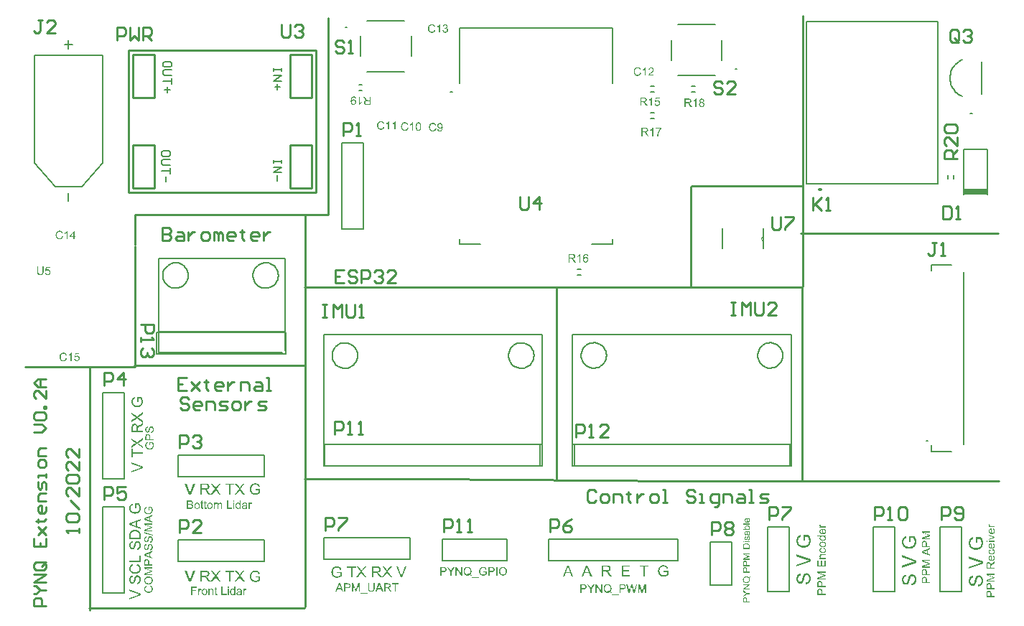
<source format=gto>
G04*
G04 #@! TF.GenerationSoftware,Altium Limited,Altium Designer,20.1.12 (249)*
G04*
G04 Layer_Color=65535*
%FSLAX25Y25*%
%MOIN*%
G70*
G04*
G04 #@! TF.SameCoordinates,38D2292D-1979-4519-B741-68206640DF70*
G04*
G04*
G04 #@! TF.FilePolarity,Positive*
G04*
G01*
G75*
%ADD10C,0.00800*%
%ADD11C,0.00787*%
%ADD12C,0.00500*%
%ADD13C,0.00000*%
%ADD14C,0.01181*%
%ADD15C,0.01000*%
%ADD16C,0.00600*%
%ADD17C,0.00799*%
%ADD18R,0.11024X0.03150*%
G36*
X144657Y20288D02*
X144707Y20285D01*
X144764Y20281D01*
X144827Y20278D01*
X144897Y20268D01*
X144974Y20258D01*
X145050Y20248D01*
X145133Y20231D01*
X145220Y20215D01*
X145307Y20195D01*
X145393Y20172D01*
X145480Y20145D01*
X145566Y20111D01*
X145573Y20108D01*
X145586Y20105D01*
X145610Y20092D01*
X145640Y20078D01*
X145680Y20062D01*
X145723Y20038D01*
X145770Y20012D01*
X145823Y19982D01*
X145879Y19948D01*
X145936Y19908D01*
X145993Y19869D01*
X146053Y19825D01*
X146109Y19775D01*
X146166Y19722D01*
X146219Y19669D01*
X146269Y19609D01*
X146272Y19605D01*
X146279Y19595D01*
X146292Y19575D01*
X146312Y19552D01*
X146332Y19519D01*
X146359Y19479D01*
X146386Y19436D01*
X146416Y19386D01*
X146446Y19326D01*
X146476Y19266D01*
X146509Y19196D01*
X146542Y19123D01*
X146572Y19043D01*
X146605Y18956D01*
X146632Y18866D01*
X146659Y18773D01*
X146046Y18606D01*
Y18610D01*
X146039Y18623D01*
X146036Y18643D01*
X146026Y18670D01*
X146016Y18703D01*
X146003Y18743D01*
X145986Y18783D01*
X145969Y18830D01*
X145926Y18926D01*
X145876Y19029D01*
X145823Y19129D01*
X145793Y19176D01*
X145760Y19219D01*
X145756Y19222D01*
X145753Y19229D01*
X145743Y19239D01*
X145730Y19256D01*
X145710Y19276D01*
X145690Y19296D01*
X145663Y19322D01*
X145636Y19349D01*
X145603Y19376D01*
X145566Y19406D01*
X145527Y19432D01*
X145483Y19462D01*
X145433Y19492D01*
X145383Y19522D01*
X145330Y19549D01*
X145270Y19575D01*
X145267D01*
X145257Y19582D01*
X145237Y19589D01*
X145213Y19595D01*
X145184Y19609D01*
X145150Y19619D01*
X145110Y19632D01*
X145064Y19645D01*
X145014Y19655D01*
X144960Y19669D01*
X144900Y19682D01*
X144841Y19692D01*
X144707Y19705D01*
X144567Y19712D01*
X144521D01*
X144491Y19709D01*
X144448D01*
X144401Y19705D01*
X144351Y19699D01*
X144291Y19695D01*
X144231Y19685D01*
X144165Y19679D01*
X144031Y19652D01*
X143895Y19615D01*
X143828Y19595D01*
X143762Y19569D01*
X143758D01*
X143748Y19562D01*
X143728Y19555D01*
X143705Y19542D01*
X143678Y19529D01*
X143645Y19512D01*
X143608Y19492D01*
X143568Y19469D01*
X143482Y19416D01*
X143389Y19352D01*
X143299Y19282D01*
X143216Y19199D01*
X143212Y19196D01*
X143205Y19189D01*
X143195Y19176D01*
X143182Y19159D01*
X143166Y19136D01*
X143146Y19113D01*
X143122Y19083D01*
X143099Y19049D01*
X143046Y18976D01*
X142992Y18889D01*
X142939Y18793D01*
X142892Y18693D01*
X142889Y18686D01*
X142886Y18673D01*
X142876Y18646D01*
X142862Y18610D01*
X142849Y18566D01*
X142833Y18513D01*
X142813Y18453D01*
X142796Y18387D01*
X142779Y18313D01*
X142759Y18233D01*
X142743Y18147D01*
X142729Y18057D01*
X142716Y17964D01*
X142709Y17867D01*
X142703Y17767D01*
X142699Y17664D01*
Y17661D01*
Y17657D01*
Y17647D01*
Y17634D01*
Y17617D01*
Y17597D01*
X142703Y17551D01*
X142706Y17491D01*
X142713Y17424D01*
X142719Y17348D01*
X142729Y17264D01*
X142739Y17175D01*
X142756Y17081D01*
X142776Y16988D01*
X142799Y16891D01*
X142826Y16792D01*
X142856Y16698D01*
X142892Y16605D01*
X142932Y16515D01*
X142936Y16509D01*
X142942Y16495D01*
X142956Y16472D01*
X142976Y16439D01*
X143002Y16402D01*
X143032Y16359D01*
X143066Y16309D01*
X143106Y16259D01*
X143152Y16202D01*
X143205Y16146D01*
X143259Y16089D01*
X143322Y16032D01*
X143389Y15979D01*
X143458Y15926D01*
X143535Y15876D01*
X143618Y15833D01*
X143625Y15829D01*
X143638Y15822D01*
X143665Y15812D01*
X143698Y15799D01*
X143738Y15779D01*
X143788Y15763D01*
X143845Y15743D01*
X143908Y15723D01*
X143978Y15699D01*
X144051Y15679D01*
X144131Y15663D01*
X144214Y15646D01*
X144301Y15629D01*
X144391Y15619D01*
X144484Y15613D01*
X144577Y15609D01*
X144621D01*
X144654Y15613D01*
X144691Y15616D01*
X144737Y15619D01*
X144790Y15623D01*
X144851Y15629D01*
X144914Y15639D01*
X144980Y15649D01*
X145050Y15666D01*
X145127Y15683D01*
X145200Y15699D01*
X145280Y15723D01*
X145357Y15749D01*
X145437Y15779D01*
X145440Y15783D01*
X145457Y15786D01*
X145476Y15796D01*
X145507Y15809D01*
X145540Y15826D01*
X145580Y15843D01*
X145626Y15866D01*
X145673Y15889D01*
X145776Y15942D01*
X145883Y16002D01*
X145983Y16069D01*
X146029Y16102D01*
X146073Y16139D01*
Y17095D01*
X144567D01*
Y17694D01*
X146735Y17697D01*
Y15796D01*
X146729Y15792D01*
X146712Y15779D01*
X146685Y15759D01*
X146649Y15733D01*
X146602Y15699D01*
X146549Y15659D01*
X146489Y15619D01*
X146419Y15573D01*
X146346Y15526D01*
X146262Y15476D01*
X146179Y15426D01*
X146089Y15376D01*
X145996Y15330D01*
X145899Y15283D01*
X145803Y15240D01*
X145703Y15200D01*
X145696Y15197D01*
X145680Y15190D01*
X145650Y15180D01*
X145613Y15170D01*
X145563Y15153D01*
X145507Y15136D01*
X145440Y15120D01*
X145370Y15100D01*
X145290Y15080D01*
X145203Y15063D01*
X145114Y15047D01*
X145020Y15030D01*
X144924Y15020D01*
X144820Y15010D01*
X144717Y15003D01*
X144614Y15000D01*
X144561D01*
X144541Y15003D01*
X144514D01*
X144488Y15007D01*
X144421Y15010D01*
X144344Y15017D01*
X144258Y15027D01*
X144161Y15040D01*
X144058Y15057D01*
X143948Y15077D01*
X143835Y15103D01*
X143718Y15136D01*
X143602Y15173D01*
X143482Y15213D01*
X143362Y15263D01*
X143245Y15320D01*
X143242D01*
X143239Y15323D01*
X143219Y15336D01*
X143185Y15353D01*
X143146Y15380D01*
X143092Y15413D01*
X143032Y15453D01*
X142969Y15503D01*
X142899Y15556D01*
X142823Y15619D01*
X142746Y15689D01*
X142669Y15766D01*
X142593Y15849D01*
X142516Y15939D01*
X142443Y16036D01*
X142376Y16142D01*
X142313Y16252D01*
Y16255D01*
X142310Y16259D01*
X142306Y16269D01*
X142300Y16279D01*
X142283Y16315D01*
X142263Y16359D01*
X142240Y16419D01*
X142213Y16485D01*
X142186Y16565D01*
X142157Y16652D01*
X142127Y16752D01*
X142100Y16855D01*
X142073Y16968D01*
X142050Y17088D01*
X142030Y17214D01*
X142013Y17344D01*
X142003Y17481D01*
X142000Y17621D01*
Y17624D01*
Y17631D01*
Y17641D01*
Y17654D01*
Y17671D01*
X142003Y17694D01*
Y17721D01*
X142007Y17747D01*
X142010Y17814D01*
X142017Y17890D01*
X142027Y17977D01*
X142040Y18074D01*
X142057Y18180D01*
X142077Y18290D01*
X142103Y18403D01*
X142133Y18523D01*
X142166Y18646D01*
X142210Y18770D01*
X142256Y18893D01*
X142313Y19016D01*
Y19019D01*
X142316Y19023D01*
X142320Y19033D01*
X142326Y19046D01*
X142346Y19079D01*
X142370Y19123D01*
X142403Y19176D01*
X142443Y19239D01*
X142490Y19306D01*
X142543Y19379D01*
X142603Y19455D01*
X142669Y19535D01*
X142743Y19615D01*
X142826Y19695D01*
X142912Y19772D01*
X143006Y19849D01*
X143106Y19915D01*
X143212Y19978D01*
X143216D01*
X143219Y19982D01*
X143239Y19992D01*
X143272Y20008D01*
X143315Y20028D01*
X143372Y20052D01*
X143439Y20078D01*
X143515Y20105D01*
X143602Y20135D01*
X143695Y20165D01*
X143798Y20191D01*
X143911Y20218D01*
X144031Y20241D01*
X144155Y20261D01*
X144288Y20278D01*
X144424Y20288D01*
X144564Y20291D01*
X144617D01*
X144657Y20288D01*
D02*
G37*
G36*
X168250Y17790D02*
X170192Y15087D01*
X169353D01*
X168064Y16911D01*
Y16915D01*
X168061Y16918D01*
X168044Y16938D01*
X168024Y16971D01*
X167994Y17015D01*
X167961Y17065D01*
X167924Y17121D01*
X167884Y17188D01*
X167841Y17254D01*
X167838Y17251D01*
X167834Y17241D01*
X167824Y17228D01*
X167814Y17208D01*
X167798Y17188D01*
X167781Y17161D01*
X167744Y17101D01*
X167704Y17038D01*
X167664Y16975D01*
X167628Y16915D01*
X167608Y16891D01*
X167594Y16868D01*
X166309Y15087D01*
X165497D01*
X167478Y17754D01*
X165730Y20205D01*
X166535D01*
X167464Y18893D01*
X167468Y18889D01*
X167478Y18876D01*
X167491Y18853D01*
X167511Y18826D01*
X167538Y18789D01*
X167564Y18753D01*
X167594Y18706D01*
X167628Y18660D01*
X167694Y18560D01*
X167761Y18453D01*
X167824Y18353D01*
X167854Y18307D01*
X167877Y18263D01*
X167881Y18267D01*
X167884Y18277D01*
X167894Y18290D01*
X167907Y18313D01*
X167924Y18337D01*
X167944Y18367D01*
X167967Y18403D01*
X167994Y18440D01*
X168021Y18483D01*
X168054Y18530D01*
X168121Y18626D01*
X168200Y18733D01*
X168284Y18846D01*
X169313Y20205D01*
X170052D01*
X168250Y17790D01*
D02*
G37*
G36*
X156326D02*
X158267Y15087D01*
X157428D01*
X156139Y16911D01*
Y16915D01*
X156136Y16918D01*
X156119Y16938D01*
X156099Y16971D01*
X156069Y17015D01*
X156036Y17065D01*
X155999Y17121D01*
X155959Y17188D01*
X155916Y17254D01*
X155913Y17251D01*
X155909Y17241D01*
X155899Y17228D01*
X155889Y17208D01*
X155873Y17188D01*
X155856Y17161D01*
X155819Y17101D01*
X155780Y17038D01*
X155740Y16975D01*
X155703Y16915D01*
X155683Y16891D01*
X155670Y16868D01*
X154384Y15087D01*
X153572D01*
X155553Y17754D01*
X153805Y20205D01*
X154611D01*
X155540Y18893D01*
X155543Y18889D01*
X155553Y18876D01*
X155566Y18853D01*
X155586Y18826D01*
X155613Y18789D01*
X155640Y18753D01*
X155670Y18706D01*
X155703Y18660D01*
X155770Y18560D01*
X155836Y18453D01*
X155899Y18353D01*
X155929Y18307D01*
X155953Y18263D01*
X155956Y18267D01*
X155959Y18277D01*
X155969Y18290D01*
X155983Y18313D01*
X155999Y18337D01*
X156019Y18367D01*
X156043Y18403D01*
X156069Y18440D01*
X156096Y18483D01*
X156129Y18530D01*
X156196Y18626D01*
X156276Y18733D01*
X156359Y18846D01*
X157388Y20205D01*
X158127D01*
X156326Y17790D01*
D02*
G37*
G36*
X174934Y15087D02*
X174241D01*
X172256Y20205D01*
X172989D01*
X174321Y16485D01*
X174324Y16478D01*
X174328Y16465D01*
X174338Y16442D01*
X174348Y16409D01*
X174361Y16369D01*
X174378Y16322D01*
X174394Y16272D01*
X174414Y16212D01*
X174434Y16152D01*
X174458Y16086D01*
X174501Y15942D01*
X174547Y15796D01*
X174591Y15646D01*
Y15649D01*
X174597Y15666D01*
X174604Y15686D01*
X174611Y15719D01*
X174624Y15756D01*
X174637Y15802D01*
X174651Y15853D01*
X174667Y15909D01*
X174687Y15969D01*
X174707Y16036D01*
X174731Y16106D01*
X174754Y16179D01*
X174807Y16329D01*
X174864Y16485D01*
X176249Y20205D01*
X176938D01*
X174934Y15087D01*
D02*
G37*
G36*
X163245Y20201D02*
X163302D01*
X163369Y20198D01*
X163442Y20195D01*
X163519Y20188D01*
X163602Y20181D01*
X163688Y20172D01*
X163861Y20145D01*
X163945Y20132D01*
X164028Y20111D01*
X164104Y20088D01*
X164174Y20065D01*
X164178D01*
X164191Y20058D01*
X164208Y20052D01*
X164234Y20038D01*
X164264Y20022D01*
X164298Y20005D01*
X164338Y19982D01*
X164381Y19952D01*
X164424Y19922D01*
X164471Y19885D01*
X164517Y19845D01*
X164564Y19802D01*
X164611Y19752D01*
X164657Y19699D01*
X164704Y19642D01*
X164744Y19579D01*
X164747Y19575D01*
X164754Y19562D01*
X164764Y19545D01*
X164777Y19519D01*
X164794Y19486D01*
X164811Y19446D01*
X164831Y19402D01*
X164850Y19352D01*
X164870Y19296D01*
X164890Y19236D01*
X164907Y19173D01*
X164924Y19106D01*
X164937Y19036D01*
X164947Y18963D01*
X164954Y18886D01*
X164957Y18810D01*
Y18803D01*
Y18786D01*
X164954Y18756D01*
X164950Y18720D01*
X164947Y18673D01*
X164937Y18616D01*
X164927Y18556D01*
X164914Y18490D01*
X164894Y18420D01*
X164870Y18343D01*
X164844Y18267D01*
X164807Y18190D01*
X164767Y18114D01*
X164721Y18034D01*
X164667Y17960D01*
X164604Y17887D01*
X164601Y17884D01*
X164587Y17871D01*
X164567Y17851D01*
X164537Y17827D01*
X164501Y17797D01*
X164454Y17764D01*
X164398Y17727D01*
X164334Y17687D01*
X164264Y17647D01*
X164181Y17607D01*
X164091Y17567D01*
X163995Y17531D01*
X163888Y17494D01*
X163771Y17464D01*
X163645Y17438D01*
X163512Y17414D01*
X163515D01*
X163525Y17408D01*
X163538Y17401D01*
X163555Y17391D01*
X163578Y17381D01*
X163605Y17368D01*
X163665Y17334D01*
X163732Y17294D01*
X163798Y17254D01*
X163865Y17208D01*
X163921Y17161D01*
X163925Y17158D01*
X163935Y17148D01*
X163951Y17134D01*
X163971Y17111D01*
X163998Y17085D01*
X164028Y17055D01*
X164065Y17015D01*
X164104Y16975D01*
X164145Y16925D01*
X164188Y16875D01*
X164234Y16818D01*
X164284Y16758D01*
X164334Y16695D01*
X164384Y16625D01*
X164434Y16555D01*
X164484Y16478D01*
X165373Y15087D01*
X164524D01*
X163845Y16149D01*
X163841Y16156D01*
X163831Y16169D01*
X163815Y16192D01*
X163795Y16225D01*
X163771Y16262D01*
X163742Y16309D01*
X163708Y16359D01*
X163672Y16412D01*
X163595Y16525D01*
X163512Y16642D01*
X163432Y16755D01*
X163392Y16808D01*
X163355Y16855D01*
X163352Y16858D01*
X163345Y16865D01*
X163335Y16878D01*
X163322Y16895D01*
X163305Y16915D01*
X163289Y16938D01*
X163242Y16991D01*
X163189Y17048D01*
X163132Y17105D01*
X163072Y17154D01*
X163042Y17178D01*
X163012Y17198D01*
X163006Y17201D01*
X162986Y17214D01*
X162956Y17231D01*
X162916Y17251D01*
X162869Y17274D01*
X162816Y17298D01*
X162763Y17318D01*
X162703Y17334D01*
X162696D01*
X162679Y17338D01*
X162653Y17341D01*
X162613Y17348D01*
X162559Y17351D01*
X162496Y17354D01*
X162416Y17358D01*
X161540D01*
Y15087D01*
X160861D01*
Y20205D01*
X163199D01*
X163245Y20201D01*
D02*
G37*
G36*
X153399Y19602D02*
X151704D01*
Y15087D01*
X151024D01*
Y19602D01*
X149339D01*
Y20205D01*
X153399D01*
Y19602D01*
D02*
G37*
G36*
X155237Y8565D02*
X154747D01*
Y11780D01*
X153630Y8565D01*
X153173D01*
X152060Y11835D01*
Y8565D01*
X151570D01*
Y12408D01*
X152335D01*
X153245Y9685D01*
X153247Y9680D01*
X153250Y9668D01*
X153258Y9650D01*
X153265Y9623D01*
X153275Y9590D01*
X153287Y9555D01*
X153300Y9515D01*
X153315Y9472D01*
X153345Y9380D01*
X153375Y9285D01*
X153390Y9240D01*
X153405Y9195D01*
X153418Y9155D01*
X153430Y9117D01*
Y9120D01*
X153433Y9127D01*
X153437Y9140D01*
X153443Y9157D01*
X153450Y9178D01*
X153457Y9205D01*
X153468Y9238D01*
X153480Y9273D01*
X153492Y9315D01*
X153507Y9360D01*
X153525Y9410D01*
X153542Y9465D01*
X153562Y9525D01*
X153585Y9590D01*
X153607Y9660D01*
X153632Y9732D01*
X154552Y12408D01*
X155237D01*
Y8565D01*
D02*
G37*
G36*
X162077Y10187D02*
Y10185D01*
Y10180D01*
Y10172D01*
Y10163D01*
Y10148D01*
Y10132D01*
X162075Y10113D01*
Y10092D01*
X162073Y10042D01*
X162070Y9985D01*
X162067Y9922D01*
X162060Y9855D01*
X162055Y9782D01*
X162045Y9708D01*
X162022Y9552D01*
X162007Y9477D01*
X161990Y9403D01*
X161968Y9332D01*
X161945Y9265D01*
X161943Y9260D01*
X161940Y9250D01*
X161930Y9233D01*
X161920Y9207D01*
X161905Y9180D01*
X161885Y9148D01*
X161863Y9110D01*
X161837Y9067D01*
X161808Y9025D01*
X161773Y8980D01*
X161735Y8935D01*
X161690Y8888D01*
X161643Y8843D01*
X161590Y8798D01*
X161535Y8755D01*
X161472Y8713D01*
X161468Y8710D01*
X161458Y8703D01*
X161437Y8692D01*
X161410Y8680D01*
X161375Y8663D01*
X161335Y8645D01*
X161287Y8625D01*
X161232Y8608D01*
X161170Y8587D01*
X161102Y8568D01*
X161030Y8550D01*
X160950Y8533D01*
X160865Y8520D01*
X160773Y8510D01*
X160678Y8502D01*
X160575Y8500D01*
X160538D01*
X160522Y8502D01*
X160485D01*
X160440Y8505D01*
X160385Y8510D01*
X160327Y8515D01*
X160263Y8523D01*
X160193Y8533D01*
X160123Y8545D01*
X160047Y8560D01*
X159975Y8578D01*
X159900Y8600D01*
X159827Y8625D01*
X159757Y8653D01*
X159690Y8685D01*
X159685Y8687D01*
X159675Y8692D01*
X159658Y8705D01*
X159635Y8720D01*
X159605Y8738D01*
X159575Y8762D01*
X159537Y8790D01*
X159500Y8822D01*
X159460Y8857D01*
X159420Y8897D01*
X159380Y8942D01*
X159340Y8990D01*
X159300Y9042D01*
X159263Y9098D01*
X159230Y9157D01*
X159200Y9223D01*
X159197Y9228D01*
X159193Y9240D01*
X159187Y9260D01*
X159177Y9287D01*
X159165Y9323D01*
X159152Y9368D01*
X159140Y9418D01*
X159127Y9475D01*
X159113Y9540D01*
X159100Y9612D01*
X159088Y9692D01*
X159075Y9777D01*
X159065Y9870D01*
X159060Y9970D01*
X159055Y10075D01*
X159053Y10187D01*
Y12408D01*
X159563D01*
Y10190D01*
Y10187D01*
Y10185D01*
Y10177D01*
Y10167D01*
Y10142D01*
X159565Y10108D01*
Y10068D01*
X159567Y10018D01*
X159570Y9965D01*
X159575Y9910D01*
X159580Y9850D01*
X159585Y9787D01*
X159602Y9665D01*
X159613Y9607D01*
X159625Y9550D01*
X159640Y9498D01*
X159655Y9450D01*
Y9448D01*
X159660Y9440D01*
X159665Y9427D01*
X159672Y9413D01*
X159683Y9392D01*
X159697Y9370D01*
X159713Y9342D01*
X159730Y9318D01*
X159750Y9287D01*
X159775Y9257D01*
X159800Y9228D01*
X159830Y9198D01*
X159860Y9167D01*
X159895Y9138D01*
X159935Y9110D01*
X159975Y9085D01*
X159977Y9082D01*
X159985Y9080D01*
X159997Y9072D01*
X160015Y9065D01*
X160038Y9055D01*
X160065Y9045D01*
X160095Y9032D01*
X160130Y9023D01*
X160168Y9010D01*
X160210Y8997D01*
X160255Y8987D01*
X160305Y8978D01*
X160357Y8970D01*
X160413Y8963D01*
X160470Y8960D01*
X160530Y8958D01*
X160567D01*
X160582Y8960D01*
X160623Y8963D01*
X160668Y8965D01*
X160720Y8970D01*
X160777Y8978D01*
X160840Y8990D01*
X160905Y9003D01*
X160970Y9020D01*
X161038Y9040D01*
X161102Y9065D01*
X161165Y9093D01*
X161225Y9127D01*
X161280Y9165D01*
X161328Y9210D01*
X161330Y9212D01*
X161337Y9223D01*
X161350Y9238D01*
X161365Y9262D01*
X161382Y9292D01*
X161402Y9330D01*
X161425Y9375D01*
X161448Y9427D01*
X161470Y9490D01*
X161493Y9562D01*
X161512Y9642D01*
X161530Y9730D01*
X161538Y9780D01*
X161545Y9830D01*
X161553Y9885D01*
X161557Y9940D01*
X161563Y9997D01*
X161565Y10060D01*
X161567Y10123D01*
Y10190D01*
Y12408D01*
X162077D01*
Y10187D01*
D02*
G37*
G36*
X173143Y11955D02*
X171870Y11955D01*
Y8565D01*
X171360D01*
Y11955D01*
X170095D01*
Y12408D01*
X173143Y12408D01*
Y11955D01*
D02*
G37*
G36*
X168303Y12405D02*
X168345D01*
X168395Y12403D01*
X168450Y12400D01*
X168508Y12395D01*
X168570Y12390D01*
X168635Y12382D01*
X168765Y12363D01*
X168827Y12353D01*
X168890Y12337D01*
X168948Y12320D01*
X169000Y12303D01*
X169002D01*
X169012Y12297D01*
X169025Y12292D01*
X169045Y12282D01*
X169068Y12270D01*
X169093Y12257D01*
X169123Y12240D01*
X169155Y12218D01*
X169187Y12195D01*
X169222Y12167D01*
X169257Y12138D01*
X169292Y12105D01*
X169327Y12067D01*
X169362Y12027D01*
X169397Y11985D01*
X169428Y11937D01*
X169430Y11935D01*
X169435Y11925D01*
X169442Y11913D01*
X169453Y11892D01*
X169465Y11868D01*
X169477Y11838D01*
X169492Y11805D01*
X169508Y11767D01*
X169523Y11725D01*
X169537Y11680D01*
X169550Y11632D01*
X169562Y11582D01*
X169572Y11530D01*
X169580Y11475D01*
X169585Y11417D01*
X169588Y11360D01*
Y11355D01*
Y11343D01*
X169585Y11320D01*
X169582Y11293D01*
X169580Y11258D01*
X169572Y11215D01*
X169565Y11170D01*
X169555Y11120D01*
X169540Y11067D01*
X169523Y11010D01*
X169502Y10953D01*
X169475Y10895D01*
X169445Y10837D01*
X169410Y10778D01*
X169370Y10723D01*
X169323Y10667D01*
X169320Y10665D01*
X169310Y10655D01*
X169295Y10640D01*
X169272Y10622D01*
X169245Y10600D01*
X169210Y10575D01*
X169167Y10548D01*
X169120Y10518D01*
X169068Y10487D01*
X169005Y10458D01*
X168938Y10428D01*
X168865Y10400D01*
X168785Y10373D01*
X168698Y10350D01*
X168603Y10330D01*
X168502Y10312D01*
X168505D01*
X168512Y10307D01*
X168523Y10302D01*
X168535Y10295D01*
X168552Y10288D01*
X168572Y10278D01*
X168617Y10253D01*
X168667Y10222D01*
X168718Y10193D01*
X168767Y10158D01*
X168810Y10123D01*
X168813Y10120D01*
X168820Y10113D01*
X168833Y10103D01*
X168848Y10085D01*
X168868Y10065D01*
X168890Y10042D01*
X168918Y10012D01*
X168948Y9983D01*
X168977Y9945D01*
X169010Y9907D01*
X169045Y9865D01*
X169082Y9820D01*
X169120Y9772D01*
X169158Y9720D01*
X169195Y9668D01*
X169232Y9610D01*
X169900Y8565D01*
X169263D01*
X168753Y9363D01*
X168750Y9368D01*
X168743Y9377D01*
X168730Y9395D01*
X168715Y9420D01*
X168698Y9448D01*
X168675Y9482D01*
X168650Y9520D01*
X168623Y9560D01*
X168565Y9645D01*
X168502Y9732D01*
X168442Y9817D01*
X168412Y9858D01*
X168385Y9893D01*
X168383Y9895D01*
X168377Y9900D01*
X168370Y9910D01*
X168360Y9922D01*
X168348Y9938D01*
X168335Y9955D01*
X168300Y9995D01*
X168260Y10037D01*
X168218Y10080D01*
X168173Y10118D01*
X168150Y10135D01*
X168128Y10150D01*
X168122Y10153D01*
X168107Y10163D01*
X168085Y10175D01*
X168055Y10190D01*
X168020Y10208D01*
X167980Y10225D01*
X167940Y10240D01*
X167895Y10253D01*
X167890D01*
X167877Y10255D01*
X167858Y10257D01*
X167827Y10262D01*
X167788Y10265D01*
X167740Y10267D01*
X167680Y10270D01*
X167023D01*
Y8565D01*
X166513D01*
Y12408D01*
X168268D01*
X168303Y12405D01*
D02*
G37*
G36*
X166097Y8565D02*
X165520D01*
X165070Y9727D01*
X163462D01*
X163040Y8565D01*
X162503D01*
X163978Y12408D01*
X164525D01*
X166097Y8565D01*
D02*
G37*
G36*
X149585Y12405D02*
X149625D01*
X149670Y12403D01*
X149762Y12398D01*
X149860Y12393D01*
X149908Y12387D01*
X149955Y12382D01*
X149997Y12377D01*
X150038Y12370D01*
X150040D01*
X150050Y12368D01*
X150065Y12365D01*
X150085Y12360D01*
X150110Y12355D01*
X150137Y12350D01*
X150168Y12340D01*
X150203Y12330D01*
X150277Y12308D01*
X150357Y12275D01*
X150437Y12237D01*
X150513Y12192D01*
X150515Y12190D01*
X150520Y12188D01*
X150530Y12180D01*
X150545Y12167D01*
X150560Y12155D01*
X150580Y12138D01*
X150600Y12117D01*
X150622Y12098D01*
X150647Y12072D01*
X150672Y12043D01*
X150698Y12013D01*
X150723Y11980D01*
X150750Y11942D01*
X150775Y11905D01*
X150797Y11865D01*
X150820Y11820D01*
X150822Y11817D01*
X150825Y11810D01*
X150830Y11797D01*
X150838Y11778D01*
X150847Y11755D01*
X150857Y11730D01*
X150867Y11700D01*
X150880Y11665D01*
X150890Y11627D01*
X150900Y11587D01*
X150910Y11545D01*
X150920Y11497D01*
X150933Y11400D01*
X150937Y11348D01*
Y11295D01*
Y11293D01*
Y11290D01*
Y11282D01*
Y11272D01*
X150935Y11248D01*
X150933Y11213D01*
X150927Y11170D01*
X150920Y11123D01*
X150912Y11067D01*
X150898Y11007D01*
X150882Y10945D01*
X150863Y10877D01*
X150835Y10808D01*
X150805Y10738D01*
X150770Y10667D01*
X150727Y10598D01*
X150680Y10530D01*
X150625Y10465D01*
X150622Y10463D01*
X150610Y10450D01*
X150590Y10435D01*
X150563Y10413D01*
X150528Y10387D01*
X150482Y10357D01*
X150430Y10328D01*
X150367Y10298D01*
X150295Y10265D01*
X150255Y10250D01*
X150213Y10235D01*
X150168Y10220D01*
X150120Y10205D01*
X150070Y10193D01*
X150017Y10180D01*
X149962Y10170D01*
X149905Y10158D01*
X149843Y10150D01*
X149780Y10142D01*
X149713Y10135D01*
X149645Y10132D01*
X149573Y10127D01*
X148512D01*
Y8565D01*
X148003D01*
Y12408D01*
X149548D01*
X149585Y12405D01*
D02*
G37*
G36*
X147595Y8565D02*
X147018D01*
X146567Y9727D01*
X144960D01*
X144537Y8565D01*
X144000D01*
X145475Y12408D01*
X146022D01*
X147595Y8565D01*
D02*
G37*
G36*
X158690Y7500D02*
X155565D01*
Y7840D01*
X158690D01*
Y7500D01*
D02*
G37*
G36*
X447680Y39818D02*
Y39815D01*
X447675Y39810D01*
X447670Y39800D01*
X447665Y39788D01*
X447657Y39772D01*
X447647Y39755D01*
X447640Y39733D01*
X447630Y39710D01*
X447612Y39658D01*
X447595Y39600D01*
X447585Y39538D01*
X447580Y39472D01*
Y39457D01*
X447582Y39448D01*
Y39432D01*
X447585Y39417D01*
X447592Y39380D01*
X447603Y39335D01*
X447620Y39290D01*
X447643Y39240D01*
X447673Y39193D01*
Y39190D01*
X447678Y39187D01*
X447690Y39173D01*
X447710Y39150D01*
X447740Y39125D01*
X447775Y39095D01*
X447820Y39068D01*
X447872Y39040D01*
X447930Y39018D01*
X447932D01*
X447942Y39015D01*
X447955Y39010D01*
X447975Y39005D01*
X447998Y39000D01*
X448025Y38993D01*
X448058Y38985D01*
X448093Y38980D01*
X448133Y38972D01*
X448175Y38965D01*
X448220Y38958D01*
X448268Y38952D01*
X448370Y38943D01*
X448480Y38940D01*
X449937D01*
Y38467D01*
X447155D01*
Y38892D01*
X447575D01*
X447573Y38895D01*
X447563Y38900D01*
X447547Y38908D01*
X447528Y38920D01*
X447503Y38935D01*
X447477Y38950D01*
X447447Y38970D01*
X447415Y38990D01*
X447350Y39037D01*
X447285Y39088D01*
X447255Y39115D01*
X447230Y39140D01*
X447205Y39167D01*
X447185Y39193D01*
Y39195D01*
X447180Y39200D01*
X447175Y39208D01*
X447170Y39217D01*
X447162Y39230D01*
X447155Y39245D01*
X447137Y39283D01*
X447120Y39327D01*
X447105Y39377D01*
X447095Y39435D01*
X447090Y39495D01*
Y39520D01*
X447092Y39538D01*
X447095Y39557D01*
X447097Y39585D01*
X447102Y39612D01*
X447110Y39645D01*
X447118Y39680D01*
X447127Y39720D01*
X447140Y39760D01*
X447155Y39800D01*
X447172Y39845D01*
X447192Y39890D01*
X447215Y39935D01*
X447242Y39980D01*
X447680Y39818D01*
D02*
G37*
G36*
X448637Y37892D02*
X448667D01*
Y35815D01*
X448672D01*
X448688Y35818D01*
X448712Y35820D01*
X448742Y35822D01*
X448780Y35827D01*
X448825Y35835D01*
X448875Y35845D01*
X448927Y35857D01*
X448982Y35873D01*
X449040Y35890D01*
X449097Y35912D01*
X449157Y35938D01*
X449215Y35965D01*
X449270Y35998D01*
X449323Y36035D01*
X449370Y36075D01*
X449372Y36077D01*
X449380Y36085D01*
X449393Y36100D01*
X449407Y36118D01*
X449425Y36140D01*
X449447Y36167D01*
X449468Y36200D01*
X449490Y36235D01*
X449515Y36275D01*
X449535Y36320D01*
X449555Y36367D01*
X449575Y36420D01*
X449590Y36475D01*
X449603Y36533D01*
X449610Y36593D01*
X449613Y36658D01*
Y36683D01*
X449610Y36700D01*
X449608Y36722D01*
X449605Y36750D01*
X449600Y36777D01*
X449595Y36810D01*
X449580Y36880D01*
X449555Y36955D01*
X449540Y36992D01*
X449522Y37027D01*
X449500Y37065D01*
X449477Y37100D01*
X449475Y37102D01*
X449470Y37108D01*
X449463Y37117D01*
X449452Y37130D01*
X449438Y37148D01*
X449417Y37165D01*
X449398Y37185D01*
X449372Y37205D01*
X449342Y37230D01*
X449310Y37253D01*
X449275Y37277D01*
X449235Y37303D01*
X449192Y37325D01*
X449148Y37350D01*
X449097Y37372D01*
X449043Y37393D01*
X449102Y37880D01*
X449108Y37878D01*
X449120Y37875D01*
X449143Y37868D01*
X449172Y37857D01*
X449207Y37845D01*
X449250Y37828D01*
X449295Y37808D01*
X449345Y37782D01*
X449398Y37755D01*
X449452Y37725D01*
X449508Y37690D01*
X449563Y37650D01*
X449617Y37607D01*
X449670Y37560D01*
X449720Y37510D01*
X449765Y37453D01*
X449767Y37450D01*
X449775Y37437D01*
X449788Y37420D01*
X449802Y37395D01*
X449820Y37365D01*
X449840Y37328D01*
X449860Y37285D01*
X449883Y37235D01*
X449905Y37180D01*
X449925Y37120D01*
X449945Y37055D01*
X449963Y36985D01*
X449977Y36910D01*
X449990Y36827D01*
X449998Y36745D01*
X450000Y36655D01*
Y36628D01*
X449998Y36612D01*
Y36597D01*
X449995Y36577D01*
Y36555D01*
X449988Y36503D01*
X449980Y36443D01*
X449967Y36378D01*
X449953Y36305D01*
X449932Y36230D01*
X449907Y36150D01*
X449878Y36070D01*
X449843Y35987D01*
X449800Y35908D01*
X449748Y35830D01*
X449690Y35755D01*
X449625Y35685D01*
X449620Y35680D01*
X449608Y35670D01*
X449585Y35653D01*
X449555Y35630D01*
X449517Y35603D01*
X449470Y35572D01*
X449415Y35540D01*
X449353Y35508D01*
X449283Y35473D01*
X449202Y35440D01*
X449115Y35410D01*
X449022Y35383D01*
X448920Y35360D01*
X448810Y35342D01*
X448695Y35333D01*
X448570Y35328D01*
X448567D01*
X448562D01*
X448553D01*
X448540D01*
X448523Y35330D01*
X448502D01*
X448480Y35333D01*
X448455D01*
X448425Y35335D01*
X448395Y35337D01*
X448327Y35348D01*
X448252Y35357D01*
X448170Y35372D01*
X448085Y35392D01*
X447995Y35415D01*
X447905Y35445D01*
X447813Y35480D01*
X447725Y35522D01*
X447638Y35570D01*
X447555Y35627D01*
X447480Y35690D01*
X447475Y35695D01*
X447463Y35708D01*
X447445Y35728D01*
X447420Y35755D01*
X447390Y35792D01*
X447358Y35835D01*
X447323Y35885D01*
X447285Y35943D01*
X447248Y36007D01*
X447213Y36077D01*
X447180Y36155D01*
X447150Y36237D01*
X447125Y36327D01*
X447108Y36423D01*
X447095Y36522D01*
X447090Y36628D01*
Y36652D01*
X447092Y36665D01*
Y36683D01*
X447095Y36720D01*
X447102Y36768D01*
X447110Y36823D01*
X447122Y36885D01*
X447137Y36952D01*
X447157Y37023D01*
X447183Y37097D01*
X447215Y37172D01*
X447253Y37250D01*
X447295Y37325D01*
X447345Y37400D01*
X447405Y37473D01*
X447472Y37540D01*
X447477Y37545D01*
X447490Y37555D01*
X447512Y37573D01*
X447542Y37595D01*
X447582Y37622D01*
X447630Y37653D01*
X447685Y37685D01*
X447748Y37718D01*
X447820Y37750D01*
X447900Y37782D01*
X447988Y37813D01*
X448082Y37840D01*
X448185Y37863D01*
X448298Y37880D01*
X448415Y37890D01*
X448540Y37895D01*
X448542D01*
X448548D01*
X448558D01*
X448572D01*
X448590D01*
X448612D01*
X448637Y37892D01*
D02*
G37*
G36*
X449937Y34015D02*
Y33575D01*
X447155Y32515D01*
Y33013D01*
X448822Y33610D01*
X448825D01*
X448835Y33615D01*
X448850Y33620D01*
X448870Y33628D01*
X448895Y33635D01*
X448922Y33645D01*
X448957Y33658D01*
X448992Y33670D01*
X449035Y33683D01*
X449078Y33698D01*
X449125Y33713D01*
X449172Y33727D01*
X449275Y33757D01*
X449382Y33790D01*
X449380D01*
X449372Y33792D01*
X449360Y33797D01*
X449342Y33803D01*
X449323Y33808D01*
X449298Y33815D01*
X449267Y33825D01*
X449232Y33835D01*
X449197Y33847D01*
X449157Y33860D01*
X449113Y33875D01*
X449065Y33890D01*
X449017Y33907D01*
X448965Y33925D01*
X448852Y33965D01*
X447155Y34582D01*
Y35067D01*
X449937Y34015D01*
D02*
G37*
G36*
Y31610D02*
X447155D01*
Y32083D01*
X449937D01*
Y31610D01*
D02*
G37*
G36*
X446637D02*
X446095D01*
Y32083D01*
X446637D01*
Y31610D01*
D02*
G37*
G36*
X448637Y31027D02*
X448667D01*
Y28950D01*
X448672D01*
X448688Y28953D01*
X448712Y28955D01*
X448742Y28958D01*
X448780Y28962D01*
X448825Y28970D01*
X448875Y28980D01*
X448927Y28993D01*
X448982Y29008D01*
X449040Y29025D01*
X449097Y29048D01*
X449157Y29072D01*
X449215Y29100D01*
X449270Y29133D01*
X449323Y29170D01*
X449370Y29210D01*
X449372Y29212D01*
X449380Y29220D01*
X449393Y29235D01*
X449407Y29252D01*
X449425Y29275D01*
X449447Y29302D01*
X449468Y29335D01*
X449490Y29370D01*
X449515Y29410D01*
X449535Y29455D01*
X449555Y29502D01*
X449575Y29555D01*
X449590Y29610D01*
X449603Y29667D01*
X449610Y29728D01*
X449613Y29792D01*
Y29818D01*
X449610Y29835D01*
X449608Y29858D01*
X449605Y29885D01*
X449600Y29912D01*
X449595Y29945D01*
X449580Y30015D01*
X449555Y30090D01*
X449540Y30128D01*
X449522Y30163D01*
X449500Y30200D01*
X449477Y30235D01*
X449475Y30237D01*
X449470Y30242D01*
X449463Y30253D01*
X449452Y30265D01*
X449438Y30283D01*
X449417Y30300D01*
X449398Y30320D01*
X449372Y30340D01*
X449342Y30365D01*
X449310Y30387D01*
X449275Y30413D01*
X449235Y30437D01*
X449192Y30460D01*
X449148Y30485D01*
X449097Y30507D01*
X449043Y30527D01*
X449102Y31015D01*
X449108Y31012D01*
X449120Y31010D01*
X449143Y31003D01*
X449172Y30992D01*
X449207Y30980D01*
X449250Y30962D01*
X449295Y30942D01*
X449345Y30918D01*
X449398Y30890D01*
X449452Y30860D01*
X449508Y30825D01*
X449563Y30785D01*
X449617Y30742D01*
X449670Y30695D01*
X449720Y30645D01*
X449765Y30588D01*
X449767Y30585D01*
X449775Y30573D01*
X449788Y30555D01*
X449802Y30530D01*
X449820Y30500D01*
X449840Y30463D01*
X449860Y30420D01*
X449883Y30370D01*
X449905Y30315D01*
X449925Y30255D01*
X449945Y30190D01*
X449963Y30120D01*
X449977Y30045D01*
X449990Y29963D01*
X449998Y29880D01*
X450000Y29790D01*
Y29763D01*
X449998Y29748D01*
Y29732D01*
X449995Y29713D01*
Y29690D01*
X449988Y29638D01*
X449980Y29577D01*
X449967Y29513D01*
X449953Y29440D01*
X449932Y29365D01*
X449907Y29285D01*
X449878Y29205D01*
X449843Y29122D01*
X449800Y29043D01*
X449748Y28965D01*
X449690Y28890D01*
X449625Y28820D01*
X449620Y28815D01*
X449608Y28805D01*
X449585Y28787D01*
X449555Y28765D01*
X449517Y28738D01*
X449470Y28708D01*
X449415Y28675D01*
X449353Y28642D01*
X449283Y28607D01*
X449202Y28575D01*
X449115Y28545D01*
X449022Y28517D01*
X448920Y28495D01*
X448810Y28477D01*
X448695Y28468D01*
X448570Y28462D01*
X448567D01*
X448562D01*
X448553D01*
X448540D01*
X448523Y28465D01*
X448502D01*
X448480Y28468D01*
X448455D01*
X448425Y28470D01*
X448395Y28473D01*
X448327Y28482D01*
X448252Y28493D01*
X448170Y28508D01*
X448085Y28528D01*
X447995Y28550D01*
X447905Y28580D01*
X447813Y28615D01*
X447725Y28657D01*
X447638Y28705D01*
X447555Y28763D01*
X447480Y28825D01*
X447475Y28830D01*
X447463Y28842D01*
X447445Y28863D01*
X447420Y28890D01*
X447390Y28927D01*
X447358Y28970D01*
X447323Y29020D01*
X447285Y29078D01*
X447248Y29142D01*
X447213Y29212D01*
X447180Y29290D01*
X447150Y29373D01*
X447125Y29463D01*
X447108Y29557D01*
X447095Y29658D01*
X447090Y29763D01*
Y29787D01*
X447092Y29800D01*
Y29818D01*
X447095Y29855D01*
X447102Y29902D01*
X447110Y29958D01*
X447122Y30020D01*
X447137Y30088D01*
X447157Y30158D01*
X447183Y30233D01*
X447215Y30307D01*
X447253Y30385D01*
X447295Y30460D01*
X447345Y30535D01*
X447405Y30608D01*
X447472Y30675D01*
X447477Y30680D01*
X447490Y30690D01*
X447512Y30707D01*
X447542Y30730D01*
X447582Y30757D01*
X447630Y30788D01*
X447685Y30820D01*
X447748Y30852D01*
X447820Y30885D01*
X447900Y30918D01*
X447988Y30948D01*
X448082Y30975D01*
X448185Y30997D01*
X448298Y31015D01*
X448415Y31025D01*
X448540Y31030D01*
X448542D01*
X448548D01*
X448558D01*
X448572D01*
X448590D01*
X448612D01*
X448637Y31027D01*
D02*
G37*
G36*
X448992Y28215D02*
X449000Y28212D01*
X449025Y28207D01*
X449060Y28200D01*
X449100Y28190D01*
X449145Y28177D01*
X449197Y28160D01*
X449253Y28140D01*
X449312Y28115D01*
X449375Y28087D01*
X449438Y28055D01*
X449500Y28020D01*
X449560Y27977D01*
X449620Y27933D01*
X449678Y27883D01*
X449730Y27825D01*
X449732Y27823D01*
X449743Y27810D01*
X449755Y27793D01*
X449773Y27770D01*
X449792Y27738D01*
X449815Y27703D01*
X449840Y27660D01*
X449865Y27613D01*
X449890Y27558D01*
X449915Y27500D01*
X449937Y27437D01*
X449958Y27370D01*
X449975Y27297D01*
X449988Y27220D01*
X449998Y27140D01*
X450000Y27057D01*
Y27033D01*
X449998Y27018D01*
Y27003D01*
X449995Y26963D01*
X449988Y26915D01*
X449980Y26858D01*
X449967Y26795D01*
X449953Y26728D01*
X449932Y26655D01*
X449910Y26583D01*
X449880Y26505D01*
X449843Y26428D01*
X449800Y26353D01*
X449750Y26278D01*
X449692Y26205D01*
X449627Y26138D01*
X449622Y26133D01*
X449610Y26122D01*
X449587Y26105D01*
X449557Y26083D01*
X449520Y26057D01*
X449473Y26028D01*
X449417Y25995D01*
X449355Y25965D01*
X449283Y25932D01*
X449202Y25900D01*
X449115Y25870D01*
X449020Y25845D01*
X448915Y25822D01*
X448803Y25805D01*
X448685Y25795D01*
X448558Y25790D01*
X448555D01*
X448553D01*
X448537D01*
X448513D01*
X448483Y25793D01*
X448443Y25795D01*
X448397Y25798D01*
X448345Y25802D01*
X448290Y25810D01*
X448230Y25817D01*
X448165Y25828D01*
X448100Y25840D01*
X448033Y25853D01*
X447965Y25870D01*
X447897Y25890D01*
X447832Y25912D01*
X447767Y25940D01*
X447762Y25943D01*
X447753Y25947D01*
X447735Y25955D01*
X447713Y25967D01*
X447685Y25985D01*
X447652Y26002D01*
X447615Y26028D01*
X447577Y26052D01*
X447538Y26083D01*
X447495Y26118D01*
X447452Y26155D01*
X447410Y26195D01*
X447370Y26240D01*
X447330Y26287D01*
X447293Y26340D01*
X447260Y26395D01*
X447258Y26397D01*
X447253Y26410D01*
X447245Y26425D01*
X447232Y26447D01*
X447220Y26478D01*
X447205Y26510D01*
X447190Y26550D01*
X447175Y26592D01*
X447160Y26640D01*
X447143Y26693D01*
X447130Y26748D01*
X447118Y26805D01*
X447105Y26865D01*
X447097Y26928D01*
X447092Y26992D01*
X447090Y27060D01*
Y27080D01*
X447092Y27103D01*
Y27135D01*
X447097Y27175D01*
X447102Y27218D01*
X447110Y27268D01*
X447118Y27323D01*
X447130Y27380D01*
X447145Y27440D01*
X447165Y27500D01*
X447188Y27562D01*
X447213Y27625D01*
X447245Y27685D01*
X447280Y27745D01*
X447320Y27800D01*
X447323Y27803D01*
X447330Y27812D01*
X447345Y27828D01*
X447363Y27847D01*
X447385Y27870D01*
X447415Y27895D01*
X447450Y27925D01*
X447487Y27955D01*
X447533Y27988D01*
X447580Y28018D01*
X447635Y28050D01*
X447692Y28080D01*
X447755Y28108D01*
X447823Y28133D01*
X447895Y28155D01*
X447972Y28172D01*
X448042Y27713D01*
X448040D01*
X448030Y27710D01*
X448015Y27705D01*
X447998Y27700D01*
X447972Y27692D01*
X447948Y27683D01*
X447918Y27672D01*
X447885Y27660D01*
X447818Y27628D01*
X447748Y27588D01*
X447680Y27538D01*
X447650Y27510D01*
X447622Y27480D01*
X447620Y27477D01*
X447617Y27472D01*
X447610Y27463D01*
X447600Y27450D01*
X447590Y27435D01*
X447577Y27415D01*
X447565Y27393D01*
X447550Y27367D01*
X447538Y27340D01*
X447525Y27310D01*
X447512Y27275D01*
X447503Y27240D01*
X447493Y27202D01*
X447485Y27163D01*
X447482Y27120D01*
X447480Y27077D01*
Y27062D01*
X447482Y27042D01*
X447485Y27018D01*
X447487Y26987D01*
X447493Y26952D01*
X447503Y26915D01*
X447512Y26873D01*
X447525Y26827D01*
X447542Y26780D01*
X447563Y26733D01*
X447587Y26682D01*
X447617Y26635D01*
X447650Y26588D01*
X447690Y26540D01*
X447735Y26498D01*
X447738Y26495D01*
X447748Y26487D01*
X447762Y26478D01*
X447783Y26463D01*
X447810Y26445D01*
X447845Y26428D01*
X447885Y26408D01*
X447932Y26388D01*
X447985Y26365D01*
X448045Y26345D01*
X448110Y26327D01*
X448185Y26310D01*
X448265Y26295D01*
X448350Y26285D01*
X448445Y26278D01*
X448545Y26275D01*
X448548D01*
X448553D01*
X448560D01*
X448570D01*
X448583D01*
X448597Y26278D01*
X448637D01*
X448682Y26283D01*
X448735Y26287D01*
X448795Y26292D01*
X448857Y26302D01*
X448922Y26313D01*
X448990Y26327D01*
X449057Y26345D01*
X449125Y26365D01*
X449190Y26390D01*
X449253Y26420D01*
X449307Y26452D01*
X449360Y26490D01*
X449363Y26493D01*
X449370Y26500D01*
X449382Y26513D01*
X449400Y26530D01*
X449417Y26550D01*
X449440Y26577D01*
X449463Y26607D01*
X449485Y26640D01*
X449510Y26680D01*
X449533Y26722D01*
X449555Y26768D01*
X449573Y26818D01*
X449590Y26873D01*
X449603Y26928D01*
X449610Y26990D01*
X449613Y27053D01*
Y27080D01*
X449610Y27100D01*
X449608Y27123D01*
X449603Y27150D01*
X449598Y27180D01*
X449590Y27215D01*
X449570Y27288D01*
X449557Y27325D01*
X449540Y27365D01*
X449520Y27402D01*
X449498Y27442D01*
X449473Y27480D01*
X449442Y27515D01*
X449440Y27518D01*
X449435Y27523D01*
X449425Y27533D01*
X449410Y27545D01*
X449393Y27560D01*
X449370Y27577D01*
X449342Y27595D01*
X449312Y27615D01*
X449277Y27635D01*
X449240Y27655D01*
X449197Y27675D01*
X449150Y27695D01*
X449097Y27713D01*
X449043Y27727D01*
X448982Y27742D01*
X448917Y27753D01*
X448980Y28218D01*
X448982D01*
X448985D01*
X448992Y28215D01*
D02*
G37*
G36*
X448637Y25355D02*
X448667D01*
Y23278D01*
X448672D01*
X448688Y23280D01*
X448712Y23282D01*
X448742Y23285D01*
X448780Y23290D01*
X448825Y23298D01*
X448875Y23307D01*
X448927Y23320D01*
X448982Y23335D01*
X449040Y23352D01*
X449097Y23375D01*
X449157Y23400D01*
X449215Y23427D01*
X449270Y23460D01*
X449323Y23497D01*
X449370Y23538D01*
X449372Y23540D01*
X449380Y23548D01*
X449393Y23562D01*
X449407Y23580D01*
X449425Y23603D01*
X449447Y23630D01*
X449468Y23663D01*
X449490Y23697D01*
X449515Y23738D01*
X449535Y23783D01*
X449555Y23830D01*
X449575Y23882D01*
X449590Y23937D01*
X449603Y23995D01*
X449610Y24055D01*
X449613Y24120D01*
Y24145D01*
X449610Y24162D01*
X449608Y24185D01*
X449605Y24213D01*
X449600Y24240D01*
X449595Y24272D01*
X449580Y24342D01*
X449555Y24418D01*
X449540Y24455D01*
X449522Y24490D01*
X449500Y24528D01*
X449477Y24563D01*
X449475Y24565D01*
X449470Y24570D01*
X449463Y24580D01*
X449452Y24592D01*
X449438Y24610D01*
X449417Y24627D01*
X449398Y24647D01*
X449372Y24667D01*
X449342Y24692D01*
X449310Y24715D01*
X449275Y24740D01*
X449235Y24765D01*
X449192Y24788D01*
X449148Y24813D01*
X449097Y24835D01*
X449043Y24855D01*
X449102Y25343D01*
X449108Y25340D01*
X449120Y25337D01*
X449143Y25330D01*
X449172Y25320D01*
X449207Y25308D01*
X449250Y25290D01*
X449295Y25270D01*
X449345Y25245D01*
X449398Y25218D01*
X449452Y25188D01*
X449508Y25153D01*
X449563Y25113D01*
X449617Y25070D01*
X449670Y25023D01*
X449720Y24972D01*
X449765Y24915D01*
X449767Y24913D01*
X449775Y24900D01*
X449788Y24882D01*
X449802Y24858D01*
X449820Y24827D01*
X449840Y24790D01*
X449860Y24747D01*
X449883Y24698D01*
X449905Y24643D01*
X449925Y24582D01*
X449945Y24518D01*
X449963Y24448D01*
X449977Y24373D01*
X449990Y24290D01*
X449998Y24207D01*
X450000Y24117D01*
Y24090D01*
X449998Y24075D01*
Y24060D01*
X449995Y24040D01*
Y24017D01*
X449988Y23965D01*
X449980Y23905D01*
X449967Y23840D01*
X449953Y23767D01*
X449932Y23693D01*
X449907Y23613D01*
X449878Y23532D01*
X449843Y23450D01*
X449800Y23370D01*
X449748Y23292D01*
X449690Y23217D01*
X449625Y23147D01*
X449620Y23143D01*
X449608Y23133D01*
X449585Y23115D01*
X449555Y23092D01*
X449517Y23065D01*
X449470Y23035D01*
X449415Y23002D01*
X449353Y22970D01*
X449283Y22935D01*
X449202Y22903D01*
X449115Y22873D01*
X449022Y22845D01*
X448920Y22822D01*
X448810Y22805D01*
X448695Y22795D01*
X448570Y22790D01*
X448567D01*
X448562D01*
X448553D01*
X448540D01*
X448523Y22793D01*
X448502D01*
X448480Y22795D01*
X448455D01*
X448425Y22797D01*
X448395Y22800D01*
X448327Y22810D01*
X448252Y22820D01*
X448170Y22835D01*
X448085Y22855D01*
X447995Y22877D01*
X447905Y22907D01*
X447813Y22942D01*
X447725Y22985D01*
X447638Y23032D01*
X447555Y23090D01*
X447480Y23153D01*
X447475Y23157D01*
X447463Y23170D01*
X447445Y23190D01*
X447420Y23217D01*
X447390Y23255D01*
X447358Y23298D01*
X447323Y23347D01*
X447285Y23405D01*
X447248Y23470D01*
X447213Y23540D01*
X447180Y23618D01*
X447150Y23700D01*
X447125Y23790D01*
X447108Y23885D01*
X447095Y23985D01*
X447090Y24090D01*
Y24115D01*
X447092Y24127D01*
Y24145D01*
X447095Y24182D01*
X447102Y24230D01*
X447110Y24285D01*
X447122Y24348D01*
X447137Y24415D01*
X447157Y24485D01*
X447183Y24560D01*
X447215Y24635D01*
X447253Y24712D01*
X447295Y24788D01*
X447345Y24862D01*
X447405Y24935D01*
X447472Y25003D01*
X447477Y25008D01*
X447490Y25017D01*
X447512Y25035D01*
X447542Y25058D01*
X447582Y25085D01*
X447630Y25115D01*
X447685Y25148D01*
X447748Y25180D01*
X447820Y25212D01*
X447900Y25245D01*
X447988Y25275D01*
X448082Y25302D01*
X448185Y25325D01*
X448298Y25343D01*
X448415Y25352D01*
X448540Y25357D01*
X448542D01*
X448548D01*
X448558D01*
X448572D01*
X448590D01*
X448612D01*
X448637Y25355D01*
D02*
G37*
G36*
X449937Y21888D02*
X449140Y21377D01*
X449135Y21375D01*
X449125Y21368D01*
X449108Y21355D01*
X449083Y21340D01*
X449055Y21323D01*
X449020Y21300D01*
X448982Y21275D01*
X448943Y21248D01*
X448857Y21190D01*
X448770Y21127D01*
X448685Y21068D01*
X448645Y21037D01*
X448610Y21010D01*
X448607Y21008D01*
X448602Y21002D01*
X448593Y20995D01*
X448580Y20985D01*
X448565Y20973D01*
X448548Y20960D01*
X448507Y20925D01*
X448465Y20885D01*
X448422Y20843D01*
X448385Y20798D01*
X448368Y20775D01*
X448352Y20752D01*
X448350Y20748D01*
X448340Y20732D01*
X448327Y20710D01*
X448313Y20680D01*
X448295Y20645D01*
X448278Y20605D01*
X448263Y20565D01*
X448250Y20520D01*
Y20515D01*
X448247Y20503D01*
X448245Y20482D01*
X448240Y20452D01*
X448238Y20413D01*
X448235Y20365D01*
X448233Y20305D01*
Y19647D01*
X449937D01*
Y19138D01*
X446095D01*
Y20892D01*
X446098Y20928D01*
Y20970D01*
X446100Y21020D01*
X446103Y21075D01*
X446107Y21133D01*
X446112Y21195D01*
X446120Y21260D01*
X446140Y21390D01*
X446150Y21452D01*
X446165Y21515D01*
X446182Y21573D01*
X446200Y21625D01*
Y21628D01*
X446205Y21637D01*
X446210Y21650D01*
X446220Y21670D01*
X446233Y21692D01*
X446245Y21718D01*
X446263Y21747D01*
X446285Y21780D01*
X446308Y21813D01*
X446335Y21847D01*
X446365Y21882D01*
X446397Y21917D01*
X446435Y21952D01*
X446475Y21987D01*
X446518Y22023D01*
X446565Y22052D01*
X446567Y22055D01*
X446578Y22060D01*
X446590Y22068D01*
X446610Y22077D01*
X446635Y22090D01*
X446665Y22103D01*
X446698Y22118D01*
X446735Y22132D01*
X446777Y22148D01*
X446823Y22163D01*
X446870Y22175D01*
X446920Y22187D01*
X446973Y22197D01*
X447027Y22205D01*
X447085Y22210D01*
X447143Y22212D01*
X447148D01*
X447160D01*
X447183Y22210D01*
X447210Y22208D01*
X447245Y22205D01*
X447288Y22197D01*
X447332Y22190D01*
X447382Y22180D01*
X447435Y22165D01*
X447493Y22148D01*
X447550Y22128D01*
X447608Y22100D01*
X447665Y22070D01*
X447725Y22035D01*
X447780Y21995D01*
X447835Y21948D01*
X447837Y21945D01*
X447848Y21935D01*
X447862Y21920D01*
X447880Y21897D01*
X447902Y21870D01*
X447928Y21835D01*
X447955Y21792D01*
X447985Y21745D01*
X448015Y21692D01*
X448045Y21630D01*
X448075Y21563D01*
X448103Y21490D01*
X448130Y21410D01*
X448152Y21323D01*
X448173Y21227D01*
X448190Y21127D01*
Y21130D01*
X448195Y21137D01*
X448200Y21147D01*
X448208Y21160D01*
X448215Y21178D01*
X448225Y21197D01*
X448250Y21242D01*
X448280Y21293D01*
X448310Y21342D01*
X448345Y21393D01*
X448380Y21435D01*
X448383Y21438D01*
X448390Y21445D01*
X448400Y21457D01*
X448418Y21473D01*
X448438Y21493D01*
X448460Y21515D01*
X448490Y21542D01*
X448520Y21573D01*
X448558Y21602D01*
X448595Y21635D01*
X448637Y21670D01*
X448682Y21708D01*
X448730Y21745D01*
X448782Y21782D01*
X448835Y21820D01*
X448892Y21858D01*
X449937Y22525D01*
Y21888D01*
D02*
G37*
G36*
Y16328D02*
X446723D01*
X449937Y15210D01*
Y14752D01*
X446667Y13640D01*
X449937D01*
Y13150D01*
X446095D01*
Y13915D01*
X448817Y14825D01*
X448822Y14828D01*
X448835Y14830D01*
X448852Y14838D01*
X448880Y14845D01*
X448912Y14855D01*
X448947Y14867D01*
X448987Y14880D01*
X449030Y14895D01*
X449122Y14925D01*
X449218Y14955D01*
X449263Y14970D01*
X449307Y14985D01*
X449347Y14998D01*
X449385Y15010D01*
X449382D01*
X449375Y15012D01*
X449363Y15018D01*
X449345Y15022D01*
X449325Y15030D01*
X449298Y15037D01*
X449265Y15047D01*
X449230Y15060D01*
X449188Y15073D01*
X449143Y15088D01*
X449092Y15105D01*
X449038Y15123D01*
X448978Y15143D01*
X448912Y15165D01*
X448842Y15188D01*
X448770Y15213D01*
X446095Y16132D01*
Y16817D01*
X449937D01*
Y16328D01*
D02*
G37*
G36*
X447255Y12515D02*
X447290Y12513D01*
X447332Y12507D01*
X447380Y12500D01*
X447435Y12493D01*
X447495Y12477D01*
X447557Y12462D01*
X447625Y12443D01*
X447695Y12415D01*
X447765Y12385D01*
X447835Y12350D01*
X447905Y12308D01*
X447972Y12260D01*
X448037Y12205D01*
X448040Y12202D01*
X448053Y12190D01*
X448068Y12170D01*
X448090Y12143D01*
X448115Y12107D01*
X448145Y12062D01*
X448175Y12010D01*
X448205Y11947D01*
X448238Y11875D01*
X448252Y11835D01*
X448268Y11793D01*
X448282Y11748D01*
X448298Y11700D01*
X448310Y11650D01*
X448322Y11597D01*
X448333Y11542D01*
X448345Y11485D01*
X448352Y11423D01*
X448360Y11360D01*
X448368Y11293D01*
X448370Y11225D01*
X448375Y11152D01*
Y10092D01*
X449937D01*
Y9583D01*
X446095D01*
Y11128D01*
X446098Y11165D01*
Y11205D01*
X446100Y11250D01*
X446105Y11343D01*
X446110Y11440D01*
X446115Y11488D01*
X446120Y11535D01*
X446125Y11577D01*
X446133Y11618D01*
Y11620D01*
X446135Y11630D01*
X446138Y11645D01*
X446142Y11665D01*
X446147Y11690D01*
X446152Y11717D01*
X446163Y11748D01*
X446173Y11783D01*
X446195Y11857D01*
X446228Y11937D01*
X446265Y12017D01*
X446310Y12093D01*
X446313Y12095D01*
X446315Y12100D01*
X446322Y12110D01*
X446335Y12125D01*
X446348Y12140D01*
X446365Y12160D01*
X446385Y12180D01*
X446405Y12202D01*
X446430Y12228D01*
X446460Y12252D01*
X446490Y12278D01*
X446523Y12303D01*
X446560Y12330D01*
X446597Y12355D01*
X446637Y12377D01*
X446683Y12400D01*
X446685Y12403D01*
X446693Y12405D01*
X446705Y12410D01*
X446725Y12417D01*
X446747Y12427D01*
X446772Y12438D01*
X446803Y12448D01*
X446838Y12460D01*
X446875Y12470D01*
X446915Y12480D01*
X446957Y12490D01*
X447005Y12500D01*
X447102Y12513D01*
X447155Y12517D01*
X447207D01*
X447210D01*
X447213D01*
X447220D01*
X447230D01*
X447255Y12515D01*
D02*
G37*
G36*
Y8933D02*
X447290Y8930D01*
X447332Y8925D01*
X447380Y8918D01*
X447435Y8910D01*
X447495Y8895D01*
X447557Y8880D01*
X447625Y8860D01*
X447695Y8833D01*
X447765Y8803D01*
X447835Y8767D01*
X447905Y8725D01*
X447972Y8677D01*
X448037Y8623D01*
X448040Y8620D01*
X448053Y8608D01*
X448068Y8587D01*
X448090Y8560D01*
X448115Y8525D01*
X448145Y8480D01*
X448175Y8427D01*
X448205Y8365D01*
X448238Y8292D01*
X448252Y8252D01*
X448268Y8210D01*
X448282Y8165D01*
X448298Y8117D01*
X448310Y8067D01*
X448322Y8015D01*
X448333Y7960D01*
X448345Y7903D01*
X448352Y7840D01*
X448360Y7778D01*
X448368Y7710D01*
X448370Y7643D01*
X448375Y7570D01*
Y6510D01*
X449937D01*
Y6000D01*
X446095D01*
Y7545D01*
X446098Y7582D01*
Y7622D01*
X446100Y7667D01*
X446105Y7760D01*
X446110Y7858D01*
X446115Y7905D01*
X446120Y7953D01*
X446125Y7995D01*
X446133Y8035D01*
Y8038D01*
X446135Y8048D01*
X446138Y8062D01*
X446142Y8083D01*
X446147Y8107D01*
X446152Y8135D01*
X446163Y8165D01*
X446173Y8200D01*
X446195Y8275D01*
X446228Y8355D01*
X446265Y8435D01*
X446310Y8510D01*
X446313Y8512D01*
X446315Y8518D01*
X446322Y8528D01*
X446335Y8542D01*
X446348Y8557D01*
X446365Y8578D01*
X446385Y8597D01*
X446405Y8620D01*
X446430Y8645D01*
X446460Y8670D01*
X446490Y8695D01*
X446523Y8720D01*
X446560Y8748D01*
X446597Y8772D01*
X446637Y8795D01*
X446683Y8817D01*
X446685Y8820D01*
X446693Y8822D01*
X446705Y8828D01*
X446725Y8835D01*
X446747Y8845D01*
X446772Y8855D01*
X446803Y8865D01*
X446838Y8878D01*
X446875Y8888D01*
X446915Y8897D01*
X446957Y8907D01*
X447005Y8918D01*
X447102Y8930D01*
X447155Y8935D01*
X447207D01*
X447210D01*
X447213D01*
X447220D01*
X447230D01*
X447255Y8933D01*
D02*
G37*
G36*
X443510Y33872D02*
X443527Y33851D01*
X443551Y33818D01*
X443585Y33772D01*
X443626Y33714D01*
X443676Y33647D01*
X443726Y33572D01*
X443785Y33485D01*
X443843Y33393D01*
X443905Y33289D01*
X443967Y33185D01*
X444030Y33073D01*
X444088Y32956D01*
X444146Y32836D01*
X444201Y32715D01*
X444250Y32590D01*
X444255Y32582D01*
X444263Y32561D01*
X444275Y32524D01*
X444288Y32478D01*
X444309Y32416D01*
X444329Y32345D01*
X444350Y32262D01*
X444375Y32174D01*
X444400Y32075D01*
X444421Y31966D01*
X444442Y31854D01*
X444463Y31738D01*
X444475Y31617D01*
X444487Y31488D01*
X444496Y31359D01*
X444500Y31230D01*
Y31163D01*
X444496Y31139D01*
Y31105D01*
X444492Y31072D01*
X444487Y30989D01*
X444479Y30893D01*
X444467Y30785D01*
X444450Y30664D01*
X444429Y30535D01*
X444404Y30398D01*
X444371Y30257D01*
X444329Y30111D01*
X444284Y29965D01*
X444234Y29816D01*
X444171Y29666D01*
X444101Y29520D01*
Y29516D01*
X444097Y29512D01*
X444080Y29487D01*
X444059Y29445D01*
X444026Y29395D01*
X443984Y29329D01*
X443934Y29254D01*
X443872Y29175D01*
X443805Y29088D01*
X443726Y28992D01*
X443639Y28896D01*
X443543Y28801D01*
X443439Y28705D01*
X443327Y28609D01*
X443206Y28518D01*
X443073Y28435D01*
X442936Y28356D01*
X442932D01*
X442928Y28351D01*
X442915Y28347D01*
X442903Y28339D01*
X442857Y28318D01*
X442803Y28293D01*
X442728Y28264D01*
X442645Y28231D01*
X442545Y28197D01*
X442437Y28160D01*
X442312Y28123D01*
X442183Y28089D01*
X442041Y28056D01*
X441892Y28027D01*
X441734Y28002D01*
X441571Y27981D01*
X441401Y27969D01*
X441226Y27964D01*
X441222D01*
X441214D01*
X441201D01*
X441185D01*
X441164D01*
X441135Y27969D01*
X441101D01*
X441068Y27973D01*
X440985Y27977D01*
X440889Y27985D01*
X440781Y27998D01*
X440660Y28014D01*
X440527Y28035D01*
X440390Y28060D01*
X440248Y28093D01*
X440099Y28131D01*
X439945Y28172D01*
X439791Y28227D01*
X439637Y28285D01*
X439483Y28356D01*
X439479D01*
X439475Y28360D01*
X439462Y28364D01*
X439446Y28372D01*
X439404Y28397D01*
X439350Y28426D01*
X439283Y28468D01*
X439204Y28518D01*
X439121Y28576D01*
X439030Y28643D01*
X438934Y28717D01*
X438834Y28801D01*
X438734Y28892D01*
X438634Y28996D01*
X438539Y29104D01*
X438443Y29221D01*
X438360Y29346D01*
X438281Y29479D01*
Y29483D01*
X438277Y29487D01*
X438264Y29512D01*
X438243Y29554D01*
X438218Y29608D01*
X438189Y29678D01*
X438156Y29762D01*
X438123Y29857D01*
X438085Y29965D01*
X438048Y30082D01*
X438015Y30211D01*
X437981Y30352D01*
X437952Y30502D01*
X437927Y30656D01*
X437906Y30822D01*
X437894Y30993D01*
X437890Y31168D01*
Y31234D01*
X437894Y31284D01*
X437898Y31347D01*
X437902Y31417D01*
X437906Y31496D01*
X437919Y31584D01*
X437931Y31679D01*
X437944Y31775D01*
X437965Y31879D01*
X437985Y31987D01*
X438010Y32095D01*
X438039Y32204D01*
X438073Y32312D01*
X438114Y32420D01*
X438119Y32428D01*
X438123Y32445D01*
X438139Y32474D01*
X438156Y32511D01*
X438177Y32561D01*
X438206Y32615D01*
X438239Y32674D01*
X438277Y32740D01*
X438318Y32811D01*
X438368Y32882D01*
X438418Y32952D01*
X438472Y33027D01*
X438535Y33098D01*
X438601Y33169D01*
X438668Y33235D01*
X438743Y33298D01*
X438747Y33302D01*
X438759Y33310D01*
X438784Y33327D01*
X438813Y33352D01*
X438855Y33377D01*
X438905Y33410D01*
X438959Y33443D01*
X439021Y33481D01*
X439096Y33518D01*
X439171Y33555D01*
X439258Y33597D01*
X439350Y33639D01*
X439450Y33676D01*
X439558Y33718D01*
X439670Y33751D01*
X439787Y33784D01*
X439995Y33019D01*
X439991D01*
X439974Y33011D01*
X439949Y33006D01*
X439916Y32994D01*
X439874Y32981D01*
X439824Y32965D01*
X439774Y32944D01*
X439716Y32923D01*
X439595Y32869D01*
X439466Y32807D01*
X439342Y32740D01*
X439283Y32703D01*
X439229Y32661D01*
X439225Y32657D01*
X439217Y32653D01*
X439204Y32640D01*
X439184Y32624D01*
X439159Y32599D01*
X439134Y32574D01*
X439100Y32541D01*
X439067Y32507D01*
X439034Y32466D01*
X438996Y32420D01*
X438963Y32370D01*
X438926Y32316D01*
X438888Y32253D01*
X438851Y32191D01*
X438817Y32125D01*
X438784Y32050D01*
Y32045D01*
X438776Y32033D01*
X438767Y32008D01*
X438759Y31979D01*
X438743Y31941D01*
X438730Y31900D01*
X438713Y31850D01*
X438697Y31792D01*
X438684Y31729D01*
X438668Y31663D01*
X438651Y31588D01*
X438639Y31513D01*
X438622Y31347D01*
X438614Y31172D01*
Y31114D01*
X438618Y31076D01*
Y31022D01*
X438622Y30964D01*
X438630Y30901D01*
X438634Y30827D01*
X438647Y30752D01*
X438655Y30669D01*
X438689Y30502D01*
X438734Y30332D01*
X438759Y30248D01*
X438793Y30165D01*
Y30161D01*
X438801Y30149D01*
X438809Y30123D01*
X438826Y30094D01*
X438842Y30061D01*
X438863Y30020D01*
X438888Y29974D01*
X438917Y29924D01*
X438984Y29816D01*
X439063Y29699D01*
X439150Y29587D01*
X439254Y29483D01*
X439258Y29479D01*
X439267Y29470D01*
X439283Y29458D01*
X439304Y29441D01*
X439333Y29421D01*
X439362Y29395D01*
X439400Y29366D01*
X439441Y29337D01*
X439533Y29271D01*
X439641Y29204D01*
X439762Y29138D01*
X439887Y29079D01*
X439895Y29075D01*
X439912Y29071D01*
X439945Y29059D01*
X439991Y29042D01*
X440045Y29025D01*
X440111Y29004D01*
X440186Y28980D01*
X440269Y28959D01*
X440361Y28938D01*
X440461Y28913D01*
X440569Y28892D01*
X440681Y28875D01*
X440798Y28859D01*
X440918Y28851D01*
X441043Y28842D01*
X441172Y28838D01*
X441176D01*
X441180D01*
X441193D01*
X441209D01*
X441230D01*
X441255D01*
X441313Y28842D01*
X441388Y28846D01*
X441471Y28855D01*
X441567Y28863D01*
X441671Y28875D01*
X441784Y28888D01*
X441900Y28909D01*
X442017Y28934D01*
X442137Y28963D01*
X442262Y28996D01*
X442378Y29034D01*
X442495Y29079D01*
X442607Y29129D01*
X442616Y29133D01*
X442632Y29142D01*
X442661Y29158D01*
X442703Y29183D01*
X442749Y29217D01*
X442803Y29254D01*
X442865Y29296D01*
X442928Y29346D01*
X442998Y29404D01*
X443069Y29470D01*
X443140Y29537D01*
X443210Y29616D01*
X443277Y29699D01*
X443343Y29787D01*
X443406Y29882D01*
X443460Y29986D01*
X443464Y29995D01*
X443472Y30011D01*
X443485Y30044D01*
X443502Y30086D01*
X443527Y30136D01*
X443547Y30198D01*
X443572Y30269D01*
X443597Y30348D01*
X443626Y30435D01*
X443651Y30527D01*
X443672Y30627D01*
X443693Y30731D01*
X443714Y30839D01*
X443726Y30951D01*
X443735Y31068D01*
X443739Y31184D01*
Y31238D01*
X443735Y31280D01*
X443730Y31326D01*
X443726Y31384D01*
X443722Y31451D01*
X443714Y31525D01*
X443701Y31604D01*
X443689Y31688D01*
X443668Y31775D01*
X443647Y31871D01*
X443626Y31962D01*
X443597Y32062D01*
X443564Y32158D01*
X443527Y32258D01*
X443522Y32262D01*
X443518Y32283D01*
X443506Y32307D01*
X443489Y32345D01*
X443468Y32387D01*
X443447Y32436D01*
X443418Y32495D01*
X443389Y32553D01*
X443323Y32682D01*
X443248Y32815D01*
X443165Y32940D01*
X443123Y32998D01*
X443077Y33052D01*
X441883D01*
Y31172D01*
X441135D01*
X441130Y33880D01*
X443506D01*
X443510Y33872D01*
D02*
G37*
G36*
X444392Y22427D02*
Y21562D01*
X437998Y19083D01*
Y19998D01*
X442645Y21662D01*
X442653Y21666D01*
X442670Y21670D01*
X442699Y21683D01*
X442740Y21695D01*
X442790Y21712D01*
X442848Y21733D01*
X442911Y21754D01*
X442986Y21779D01*
X443061Y21803D01*
X443144Y21833D01*
X443323Y21887D01*
X443506Y21945D01*
X443693Y21999D01*
X443689D01*
X443668Y22007D01*
X443643Y22016D01*
X443601Y22024D01*
X443556Y22041D01*
X443497Y22057D01*
X443435Y22074D01*
X443364Y22095D01*
X443289Y22120D01*
X443206Y22145D01*
X443119Y22174D01*
X443027Y22203D01*
X442840Y22269D01*
X442645Y22340D01*
X437998Y24071D01*
Y24932D01*
X444392Y22427D01*
D02*
G37*
G36*
X442674Y16088D02*
X442720Y16083D01*
X442774Y16075D01*
X442832Y16067D01*
X442898Y16054D01*
X442969Y16038D01*
X443048Y16021D01*
X443127Y15996D01*
X443210Y15967D01*
X443294Y15934D01*
X443381Y15892D01*
X443464Y15851D01*
X443551Y15797D01*
X443556Y15792D01*
X443572Y15784D01*
X443593Y15767D01*
X443626Y15742D01*
X443664Y15713D01*
X443705Y15676D01*
X443755Y15634D01*
X443805Y15584D01*
X443863Y15526D01*
X443918Y15464D01*
X443976Y15393D01*
X444034Y15318D01*
X444092Y15239D01*
X444151Y15152D01*
X444201Y15056D01*
X444250Y14956D01*
X444255Y14952D01*
X444263Y14931D01*
X444275Y14902D01*
X444288Y14861D01*
X444309Y14811D01*
X444329Y14748D01*
X444350Y14677D01*
X444375Y14598D01*
X444400Y14511D01*
X444421Y14415D01*
X444442Y14315D01*
X444463Y14207D01*
X444475Y14095D01*
X444487Y13979D01*
X444496Y13854D01*
X444500Y13729D01*
Y13646D01*
X444496Y13583D01*
X444492Y13509D01*
X444487Y13421D01*
X444479Y13325D01*
X444467Y13221D01*
X444454Y13109D01*
X444438Y12993D01*
X444417Y12872D01*
X444396Y12747D01*
X444367Y12627D01*
X444334Y12506D01*
X444296Y12385D01*
X444250Y12273D01*
X444246Y12265D01*
X444238Y12248D01*
X444225Y12215D01*
X444205Y12177D01*
X444175Y12127D01*
X444142Y12069D01*
X444105Y12007D01*
X444059Y11936D01*
X444009Y11865D01*
X443951Y11790D01*
X443889Y11711D01*
X443822Y11637D01*
X443747Y11562D01*
X443668Y11487D01*
X443581Y11416D01*
X443489Y11349D01*
X443485Y11345D01*
X443464Y11337D01*
X443439Y11320D01*
X443398Y11295D01*
X443352Y11270D01*
X443294Y11245D01*
X443227Y11212D01*
X443156Y11183D01*
X443073Y11150D01*
X442986Y11117D01*
X442890Y11087D01*
X442790Y11062D01*
X442682Y11037D01*
X442570Y11021D01*
X442457Y11008D01*
X442337Y11000D01*
X442270Y11799D01*
X442274D01*
X442291Y11803D01*
X442316Y11807D01*
X442349Y11811D01*
X442391Y11819D01*
X442437Y11828D01*
X442491Y11840D01*
X442549Y11853D01*
X442674Y11890D01*
X442803Y11936D01*
X442936Y11990D01*
X443056Y12061D01*
X443061Y12065D01*
X443069Y12069D01*
X443086Y12082D01*
X443106Y12098D01*
X443135Y12123D01*
X443165Y12148D01*
X443198Y12181D01*
X443235Y12219D01*
X443273Y12261D01*
X443314Y12310D01*
X443356Y12365D01*
X443398Y12423D01*
X443439Y12485D01*
X443481Y12552D01*
X443518Y12627D01*
X443556Y12706D01*
Y12710D01*
X443564Y12726D01*
X443572Y12751D01*
X443585Y12780D01*
X443597Y12822D01*
X443614Y12872D01*
X443631Y12930D01*
X443647Y12993D01*
X443668Y13063D01*
X443685Y13138D01*
X443701Y13217D01*
X443714Y13305D01*
X443726Y13396D01*
X443735Y13488D01*
X443739Y13588D01*
X443743Y13687D01*
Y13733D01*
X443739Y13771D01*
Y13812D01*
X443735Y13858D01*
X443730Y13916D01*
X443726Y13974D01*
X443718Y14041D01*
X443710Y14108D01*
X443685Y14249D01*
X443647Y14399D01*
X443601Y14540D01*
Y14544D01*
X443593Y14557D01*
X443585Y14578D01*
X443576Y14603D01*
X443560Y14632D01*
X443543Y14669D01*
X443497Y14748D01*
X443439Y14840D01*
X443373Y14931D01*
X443294Y15019D01*
X443252Y15056D01*
X443206Y15093D01*
X443202Y15098D01*
X443194Y15102D01*
X443181Y15110D01*
X443160Y15123D01*
X443140Y15135D01*
X443111Y15152D01*
X443044Y15185D01*
X442961Y15218D01*
X442869Y15247D01*
X442765Y15268D01*
X442711Y15277D01*
X442657D01*
X442653D01*
X442645D01*
X442628D01*
X442607Y15272D01*
X442582D01*
X442549Y15268D01*
X442478Y15256D01*
X442399Y15235D01*
X442308Y15202D01*
X442220Y15160D01*
X442133Y15102D01*
X442129D01*
X442125Y15093D01*
X442112Y15085D01*
X442096Y15068D01*
X442075Y15048D01*
X442054Y15027D01*
X442029Y14998D01*
X442000Y14965D01*
X441971Y14927D01*
X441942Y14885D01*
X441908Y14836D01*
X441879Y14786D01*
X441846Y14727D01*
X441817Y14665D01*
X441784Y14598D01*
X441754Y14524D01*
Y14519D01*
X441750Y14511D01*
X441742Y14494D01*
X441734Y14469D01*
X441725Y14436D01*
X441713Y14399D01*
X441696Y14345D01*
X441679Y14286D01*
X441659Y14216D01*
X441634Y14137D01*
X441609Y14041D01*
X441580Y13937D01*
X441551Y13821D01*
X441517Y13691D01*
X441480Y13546D01*
X441442Y13388D01*
Y13384D01*
X441438Y13379D01*
Y13367D01*
X441434Y13350D01*
X441422Y13305D01*
X441405Y13246D01*
X441388Y13171D01*
X441363Y13088D01*
X441338Y13001D01*
X441313Y12901D01*
X441251Y12697D01*
X441185Y12493D01*
X441151Y12398D01*
X441114Y12306D01*
X441076Y12223D01*
X441043Y12152D01*
X441039Y12148D01*
X441031Y12132D01*
X441018Y12111D01*
X441001Y12077D01*
X440976Y12040D01*
X440947Y11994D01*
X440914Y11948D01*
X440877Y11894D01*
X440793Y11786D01*
X440689Y11670D01*
X440577Y11566D01*
X440515Y11516D01*
X440448Y11470D01*
X440444Y11466D01*
X440431Y11462D01*
X440411Y11449D01*
X440386Y11437D01*
X440352Y11420D01*
X440311Y11399D01*
X440265Y11379D01*
X440215Y11358D01*
X440157Y11337D01*
X440095Y11316D01*
X440028Y11299D01*
X439961Y11279D01*
X439812Y11254D01*
X439733Y11250D01*
X439649Y11245D01*
X439645D01*
X439629D01*
X439604D01*
X439566Y11250D01*
X439525Y11254D01*
X439475Y11262D01*
X439417Y11270D01*
X439354Y11279D01*
X439288Y11295D01*
X439217Y11312D01*
X439142Y11333D01*
X439063Y11362D01*
X438984Y11391D01*
X438905Y11428D01*
X438826Y11470D01*
X438747Y11520D01*
X438743Y11524D01*
X438730Y11532D01*
X438705Y11549D01*
X438676Y11570D01*
X438643Y11599D01*
X438601Y11637D01*
X438559Y11678D01*
X438510Y11724D01*
X438460Y11778D01*
X438406Y11836D01*
X438351Y11903D01*
X438302Y11973D01*
X438247Y12053D01*
X438198Y12136D01*
X438152Y12227D01*
X438110Y12323D01*
X438106Y12327D01*
X438102Y12348D01*
X438089Y12377D01*
X438077Y12414D01*
X438060Y12464D01*
X438039Y12523D01*
X438019Y12593D01*
X437998Y12668D01*
X437981Y12751D01*
X437960Y12843D01*
X437940Y12939D01*
X437923Y13043D01*
X437911Y13147D01*
X437898Y13259D01*
X437894Y13375D01*
X437890Y13496D01*
Y13567D01*
X437894Y13617D01*
X437898Y13679D01*
X437902Y13750D01*
X437911Y13829D01*
X437919Y13920D01*
X437931Y14016D01*
X437944Y14116D01*
X437985Y14324D01*
X438010Y14432D01*
X438044Y14540D01*
X438077Y14644D01*
X438119Y14748D01*
X438123Y14757D01*
X438131Y14773D01*
X438143Y14802D01*
X438160Y14840D01*
X438185Y14885D01*
X438214Y14935D01*
X438247Y14994D01*
X438289Y15056D01*
X438335Y15123D01*
X438385Y15193D01*
X438439Y15260D01*
X438501Y15331D01*
X438564Y15397D01*
X438634Y15464D01*
X438713Y15526D01*
X438793Y15584D01*
X438797Y15588D01*
X438813Y15597D01*
X438838Y15613D01*
X438871Y15630D01*
X438913Y15655D01*
X438963Y15680D01*
X439021Y15705D01*
X439084Y15734D01*
X439154Y15763D01*
X439233Y15792D01*
X439317Y15817D01*
X439404Y15842D01*
X439500Y15863D01*
X439595Y15880D01*
X439695Y15892D01*
X439799Y15901D01*
X439862Y15089D01*
X439853D01*
X439837Y15085D01*
X439803Y15081D01*
X439762Y15073D01*
X439712Y15064D01*
X439654Y15048D01*
X439587Y15031D01*
X439521Y15010D01*
X439446Y14981D01*
X439371Y14952D01*
X439296Y14915D01*
X439221Y14873D01*
X439146Y14827D01*
X439075Y14773D01*
X439009Y14711D01*
X438946Y14644D01*
X438942Y14640D01*
X438934Y14627D01*
X438917Y14607D01*
X438897Y14573D01*
X438876Y14536D01*
X438847Y14486D01*
X438817Y14432D01*
X438788Y14365D01*
X438759Y14291D01*
X438734Y14207D01*
X438705Y14116D01*
X438684Y14016D01*
X438663Y13908D01*
X438647Y13791D01*
X438639Y13662D01*
X438634Y13529D01*
Y13454D01*
X438639Y13405D01*
X438643Y13342D01*
X438651Y13267D01*
X438659Y13188D01*
X438668Y13101D01*
X438705Y12918D01*
X438726Y12826D01*
X438755Y12735D01*
X438784Y12643D01*
X438826Y12560D01*
X438867Y12481D01*
X438917Y12410D01*
X438921Y12406D01*
X438930Y12394D01*
X438946Y12377D01*
X438967Y12356D01*
X438992Y12331D01*
X439025Y12298D01*
X439063Y12269D01*
X439105Y12235D01*
X439154Y12202D01*
X439204Y12173D01*
X439263Y12144D01*
X439321Y12115D01*
X439383Y12094D01*
X439450Y12077D01*
X439521Y12065D01*
X439595Y12061D01*
X439600D01*
X439612D01*
X439629D01*
X439654Y12065D01*
X439683Y12069D01*
X439716Y12073D01*
X439795Y12094D01*
X439887Y12123D01*
X439932Y12144D01*
X439978Y12165D01*
X440028Y12194D01*
X440074Y12227D01*
X440120Y12265D01*
X440161Y12310D01*
X440165Y12315D01*
X440169Y12323D01*
X440182Y12340D01*
X440199Y12365D01*
X440219Y12398D01*
X440244Y12439D01*
X440273Y12493D01*
X440303Y12560D01*
X440336Y12639D01*
X440373Y12726D01*
X440411Y12830D01*
X440448Y12951D01*
X440490Y13084D01*
X440511Y13155D01*
X440531Y13234D01*
X440552Y13313D01*
X440577Y13400D01*
X440598Y13488D01*
X440619Y13583D01*
Y13588D01*
X440623Y13596D01*
Y13608D01*
X440627Y13629D01*
X440635Y13654D01*
X440639Y13683D01*
X440648Y13712D01*
X440656Y13750D01*
X440677Y13833D01*
X440702Y13929D01*
X440727Y14037D01*
X440756Y14149D01*
X440789Y14266D01*
X440823Y14382D01*
X440856Y14503D01*
X440889Y14619D01*
X440922Y14727D01*
X440960Y14831D01*
X440993Y14923D01*
X441026Y15002D01*
X441031Y15010D01*
X441039Y15027D01*
X441051Y15056D01*
X441072Y15093D01*
X441097Y15139D01*
X441130Y15193D01*
X441164Y15251D01*
X441205Y15314D01*
X441251Y15381D01*
X441301Y15447D01*
X441351Y15518D01*
X441409Y15584D01*
X441471Y15651D01*
X441538Y15713D01*
X441609Y15771D01*
X441679Y15826D01*
X441684Y15830D01*
X441696Y15838D01*
X441721Y15851D01*
X441750Y15867D01*
X441788Y15888D01*
X441833Y15909D01*
X441883Y15934D01*
X441942Y15959D01*
X442004Y15984D01*
X442075Y16009D01*
X442150Y16029D01*
X442229Y16050D01*
X442312Y16067D01*
X442399Y16079D01*
X442491Y16088D01*
X442586Y16092D01*
X442591D01*
X442607D01*
X442636D01*
X442674Y16088D01*
D02*
G37*
G36*
X420000Y35958D02*
X416785D01*
X420000Y34840D01*
Y34383D01*
X416730Y33270D01*
X420000D01*
Y32780D01*
X416157D01*
Y33545D01*
X418880Y34455D01*
X418885Y34457D01*
X418897Y34460D01*
X418915Y34468D01*
X418942Y34475D01*
X418975Y34485D01*
X419010Y34497D01*
X419050Y34510D01*
X419093Y34525D01*
X419185Y34555D01*
X419280Y34585D01*
X419325Y34600D01*
X419370Y34615D01*
X419410Y34628D01*
X419448Y34640D01*
X419445D01*
X419438Y34642D01*
X419425Y34648D01*
X419408Y34653D01*
X419387Y34660D01*
X419360Y34668D01*
X419327Y34677D01*
X419292Y34690D01*
X419250Y34703D01*
X419205Y34718D01*
X419155Y34735D01*
X419100Y34753D01*
X419040Y34773D01*
X418975Y34795D01*
X418905Y34817D01*
X418832Y34843D01*
X416157Y35763D01*
Y36448D01*
X420000D01*
Y35958D01*
D02*
G37*
G36*
X417317Y32145D02*
X417352Y32142D01*
X417395Y32138D01*
X417443Y32130D01*
X417497Y32122D01*
X417557Y32107D01*
X417620Y32092D01*
X417688Y32072D01*
X417758Y32045D01*
X417828Y32015D01*
X417898Y31980D01*
X417968Y31938D01*
X418035Y31890D01*
X418100Y31835D01*
X418103Y31833D01*
X418115Y31820D01*
X418130Y31800D01*
X418153Y31773D01*
X418178Y31738D01*
X418208Y31692D01*
X418237Y31640D01*
X418267Y31578D01*
X418300Y31505D01*
X418315Y31465D01*
X418330Y31422D01*
X418345Y31378D01*
X418360Y31330D01*
X418372Y31280D01*
X418385Y31227D01*
X418395Y31172D01*
X418407Y31115D01*
X418415Y31053D01*
X418423Y30990D01*
X418430Y30922D01*
X418433Y30855D01*
X418437Y30782D01*
Y29722D01*
X420000D01*
Y29212D01*
X416157D01*
Y30757D01*
X416160Y30795D01*
Y30835D01*
X416162Y30880D01*
X416167Y30972D01*
X416173Y31070D01*
X416178Y31117D01*
X416183Y31165D01*
X416187Y31207D01*
X416195Y31247D01*
Y31250D01*
X416197Y31260D01*
X416200Y31275D01*
X416205Y31295D01*
X416210Y31320D01*
X416215Y31348D01*
X416225Y31378D01*
X416235Y31413D01*
X416257Y31488D01*
X416290Y31567D01*
X416327Y31648D01*
X416372Y31723D01*
X416375Y31725D01*
X416377Y31730D01*
X416385Y31740D01*
X416397Y31755D01*
X416410Y31770D01*
X416428Y31790D01*
X416447Y31810D01*
X416468Y31833D01*
X416493Y31857D01*
X416523Y31883D01*
X416552Y31907D01*
X416585Y31933D01*
X416622Y31960D01*
X416660Y31985D01*
X416700Y32008D01*
X416745Y32030D01*
X416748Y32032D01*
X416755Y32035D01*
X416768Y32040D01*
X416787Y32048D01*
X416810Y32057D01*
X416835Y32067D01*
X416865Y32078D01*
X416900Y32090D01*
X416937Y32100D01*
X416978Y32110D01*
X417020Y32120D01*
X417067Y32130D01*
X417165Y32142D01*
X417217Y32147D01*
X417270D01*
X417273D01*
X417275D01*
X417282D01*
X417292D01*
X417317Y32145D01*
D02*
G37*
G36*
X420000Y28227D02*
X418837Y27777D01*
Y26170D01*
X420000Y25747D01*
Y25210D01*
X416157Y26685D01*
Y27233D01*
X420000Y28805D01*
Y28227D01*
D02*
G37*
G36*
Y22828D02*
X416785D01*
X420000Y21710D01*
Y21252D01*
X416730Y20140D01*
X420000D01*
Y19650D01*
X416157D01*
Y20415D01*
X418880Y21325D01*
X418885Y21328D01*
X418897Y21330D01*
X418915Y21338D01*
X418942Y21345D01*
X418975Y21355D01*
X419010Y21368D01*
X419050Y21380D01*
X419093Y21395D01*
X419185Y21425D01*
X419280Y21455D01*
X419325Y21470D01*
X419370Y21485D01*
X419410Y21497D01*
X419448Y21510D01*
X419445D01*
X419438Y21512D01*
X419425Y21518D01*
X419408Y21522D01*
X419387Y21530D01*
X419360Y21538D01*
X419327Y21547D01*
X419292Y21560D01*
X419250Y21573D01*
X419205Y21587D01*
X419155Y21605D01*
X419100Y21622D01*
X419040Y21643D01*
X418975Y21665D01*
X418905Y21688D01*
X418832Y21712D01*
X416157Y22633D01*
Y23317D01*
X420000D01*
Y22828D01*
D02*
G37*
G36*
X417317Y19015D02*
X417352Y19013D01*
X417395Y19007D01*
X417443Y19000D01*
X417497Y18993D01*
X417557Y18978D01*
X417620Y18962D01*
X417688Y18943D01*
X417758Y18915D01*
X417828Y18885D01*
X417898Y18850D01*
X417968Y18808D01*
X418035Y18760D01*
X418100Y18705D01*
X418103Y18702D01*
X418115Y18690D01*
X418130Y18670D01*
X418153Y18643D01*
X418178Y18608D01*
X418208Y18563D01*
X418237Y18510D01*
X418267Y18448D01*
X418300Y18375D01*
X418315Y18335D01*
X418330Y18293D01*
X418345Y18248D01*
X418360Y18200D01*
X418372Y18150D01*
X418385Y18098D01*
X418395Y18043D01*
X418407Y17985D01*
X418415Y17922D01*
X418423Y17860D01*
X418430Y17793D01*
X418433Y17725D01*
X418437Y17652D01*
Y16592D01*
X420000D01*
Y16082D01*
X416157D01*
Y17627D01*
X416160Y17665D01*
Y17705D01*
X416162Y17750D01*
X416167Y17842D01*
X416173Y17940D01*
X416178Y17988D01*
X416183Y18035D01*
X416187Y18078D01*
X416195Y18117D01*
Y18120D01*
X416197Y18130D01*
X416200Y18145D01*
X416205Y18165D01*
X416210Y18190D01*
X416215Y18217D01*
X416225Y18248D01*
X416235Y18282D01*
X416257Y18358D01*
X416290Y18438D01*
X416327Y18518D01*
X416372Y18593D01*
X416375Y18595D01*
X416377Y18600D01*
X416385Y18610D01*
X416397Y18625D01*
X416410Y18640D01*
X416428Y18660D01*
X416447Y18680D01*
X416468Y18702D01*
X416493Y18728D01*
X416523Y18753D01*
X416552Y18778D01*
X416585Y18802D01*
X416622Y18830D01*
X416660Y18855D01*
X416700Y18878D01*
X416745Y18900D01*
X416748Y18902D01*
X416755Y18905D01*
X416768Y18910D01*
X416787Y18917D01*
X416810Y18927D01*
X416835Y18937D01*
X416865Y18947D01*
X416900Y18960D01*
X416937Y18970D01*
X416978Y18980D01*
X417020Y18990D01*
X417067Y19000D01*
X417165Y19013D01*
X417217Y19017D01*
X417270D01*
X417273D01*
X417275D01*
X417282D01*
X417292D01*
X417317Y19015D01*
D02*
G37*
G36*
Y15432D02*
X417352Y15430D01*
X417395Y15425D01*
X417443Y15417D01*
X417497Y15410D01*
X417557Y15395D01*
X417620Y15380D01*
X417688Y15360D01*
X417758Y15333D01*
X417828Y15303D01*
X417898Y15268D01*
X417968Y15225D01*
X418035Y15178D01*
X418100Y15123D01*
X418103Y15120D01*
X418115Y15108D01*
X418130Y15088D01*
X418153Y15060D01*
X418178Y15025D01*
X418208Y14980D01*
X418237Y14928D01*
X418267Y14865D01*
X418300Y14793D01*
X418315Y14752D01*
X418330Y14710D01*
X418345Y14665D01*
X418360Y14617D01*
X418372Y14568D01*
X418385Y14515D01*
X418395Y14460D01*
X418407Y14402D01*
X418415Y14340D01*
X418423Y14277D01*
X418430Y14210D01*
X418433Y14142D01*
X418437Y14070D01*
Y13010D01*
X420000D01*
Y12500D01*
X416157D01*
Y14045D01*
X416160Y14083D01*
Y14122D01*
X416162Y14167D01*
X416167Y14260D01*
X416173Y14357D01*
X416178Y14405D01*
X416183Y14453D01*
X416187Y14495D01*
X416195Y14535D01*
Y14537D01*
X416197Y14548D01*
X416200Y14562D01*
X416205Y14582D01*
X416210Y14607D01*
X416215Y14635D01*
X416225Y14665D01*
X416235Y14700D01*
X416257Y14775D01*
X416290Y14855D01*
X416327Y14935D01*
X416372Y15010D01*
X416375Y15012D01*
X416377Y15018D01*
X416385Y15028D01*
X416397Y15043D01*
X416410Y15057D01*
X416428Y15078D01*
X416447Y15098D01*
X416468Y15120D01*
X416493Y15145D01*
X416523Y15170D01*
X416552Y15195D01*
X416585Y15220D01*
X416622Y15247D01*
X416660Y15272D01*
X416700Y15295D01*
X416745Y15317D01*
X416748Y15320D01*
X416755Y15323D01*
X416768Y15327D01*
X416787Y15335D01*
X416810Y15345D01*
X416835Y15355D01*
X416865Y15365D01*
X416900Y15378D01*
X416937Y15387D01*
X416978Y15397D01*
X417020Y15407D01*
X417067Y15417D01*
X417165Y15430D01*
X417217Y15435D01*
X417270D01*
X417273D01*
X417275D01*
X417282D01*
X417292D01*
X417317Y15432D01*
D02*
G37*
G36*
X412510Y34372D02*
X412527Y34351D01*
X412551Y34318D01*
X412585Y34272D01*
X412626Y34214D01*
X412676Y34147D01*
X412726Y34072D01*
X412784Y33985D01*
X412843Y33893D01*
X412905Y33789D01*
X412967Y33685D01*
X413030Y33573D01*
X413088Y33457D01*
X413146Y33336D01*
X413201Y33215D01*
X413250Y33090D01*
X413255Y33082D01*
X413263Y33061D01*
X413275Y33024D01*
X413288Y32978D01*
X413309Y32916D01*
X413329Y32845D01*
X413350Y32762D01*
X413375Y32674D01*
X413400Y32575D01*
X413421Y32466D01*
X413442Y32354D01*
X413463Y32238D01*
X413475Y32117D01*
X413487Y31988D01*
X413496Y31859D01*
X413500Y31730D01*
Y31664D01*
X413496Y31639D01*
Y31605D01*
X413492Y31572D01*
X413487Y31489D01*
X413479Y31393D01*
X413467Y31285D01*
X413450Y31164D01*
X413429Y31035D01*
X413404Y30898D01*
X413371Y30757D01*
X413329Y30611D01*
X413284Y30465D01*
X413234Y30316D01*
X413171Y30166D01*
X413101Y30020D01*
Y30016D01*
X413097Y30012D01*
X413080Y29987D01*
X413059Y29945D01*
X413026Y29895D01*
X412984Y29829D01*
X412934Y29754D01*
X412872Y29675D01*
X412805Y29588D01*
X412726Y29492D01*
X412639Y29396D01*
X412543Y29301D01*
X412439Y29205D01*
X412327Y29109D01*
X412206Y29018D01*
X412073Y28935D01*
X411936Y28855D01*
X411932D01*
X411928Y28851D01*
X411915Y28847D01*
X411903Y28839D01*
X411857Y28818D01*
X411803Y28793D01*
X411728Y28764D01*
X411645Y28731D01*
X411545Y28697D01*
X411437Y28660D01*
X411312Y28623D01*
X411183Y28589D01*
X411041Y28556D01*
X410892Y28527D01*
X410734Y28502D01*
X410571Y28481D01*
X410401Y28469D01*
X410226Y28464D01*
X410222D01*
X410214D01*
X410201D01*
X410184D01*
X410164D01*
X410135Y28469D01*
X410101D01*
X410068Y28473D01*
X409985Y28477D01*
X409889Y28485D01*
X409781Y28498D01*
X409660Y28514D01*
X409527Y28535D01*
X409390Y28560D01*
X409248Y28593D01*
X409099Y28631D01*
X408945Y28673D01*
X408791Y28727D01*
X408637Y28785D01*
X408483Y28855D01*
X408479D01*
X408475Y28860D01*
X408462Y28864D01*
X408446Y28872D01*
X408404Y28897D01*
X408350Y28926D01*
X408283Y28968D01*
X408204Y29018D01*
X408121Y29076D01*
X408030Y29143D01*
X407934Y29217D01*
X407834Y29301D01*
X407734Y29392D01*
X407634Y29496D01*
X407539Y29604D01*
X407443Y29721D01*
X407360Y29846D01*
X407281Y29979D01*
Y29983D01*
X407277Y29987D01*
X407264Y30012D01*
X407243Y30054D01*
X407218Y30108D01*
X407189Y30178D01*
X407156Y30262D01*
X407123Y30357D01*
X407085Y30465D01*
X407048Y30582D01*
X407015Y30711D01*
X406981Y30852D01*
X406952Y31002D01*
X406927Y31156D01*
X406906Y31322D01*
X406894Y31493D01*
X406890Y31668D01*
Y31734D01*
X406894Y31784D01*
X406898Y31847D01*
X406902Y31917D01*
X406906Y31996D01*
X406919Y32084D01*
X406931Y32179D01*
X406944Y32275D01*
X406965Y32379D01*
X406985Y32487D01*
X407010Y32595D01*
X407039Y32704D01*
X407073Y32812D01*
X407114Y32920D01*
X407119Y32928D01*
X407123Y32945D01*
X407139Y32974D01*
X407156Y33011D01*
X407177Y33061D01*
X407206Y33115D01*
X407239Y33174D01*
X407277Y33240D01*
X407318Y33311D01*
X407368Y33382D01*
X407418Y33452D01*
X407472Y33527D01*
X407535Y33598D01*
X407601Y33669D01*
X407668Y33735D01*
X407743Y33798D01*
X407747Y33802D01*
X407759Y33810D01*
X407784Y33827D01*
X407813Y33852D01*
X407855Y33877D01*
X407905Y33910D01*
X407959Y33943D01*
X408021Y33981D01*
X408096Y34018D01*
X408171Y34056D01*
X408258Y34097D01*
X408350Y34139D01*
X408450Y34176D01*
X408558Y34218D01*
X408670Y34251D01*
X408787Y34284D01*
X408995Y33519D01*
X408991D01*
X408974Y33511D01*
X408949Y33506D01*
X408916Y33494D01*
X408874Y33481D01*
X408824Y33465D01*
X408774Y33444D01*
X408716Y33423D01*
X408595Y33369D01*
X408466Y33307D01*
X408342Y33240D01*
X408283Y33203D01*
X408229Y33161D01*
X408225Y33157D01*
X408217Y33153D01*
X408204Y33140D01*
X408183Y33124D01*
X408159Y33099D01*
X408134Y33074D01*
X408100Y33040D01*
X408067Y33007D01*
X408034Y32966D01*
X407996Y32920D01*
X407963Y32870D01*
X407926Y32816D01*
X407888Y32753D01*
X407851Y32691D01*
X407817Y32625D01*
X407784Y32550D01*
Y32545D01*
X407776Y32533D01*
X407767Y32508D01*
X407759Y32479D01*
X407743Y32441D01*
X407730Y32400D01*
X407713Y32350D01*
X407697Y32292D01*
X407684Y32229D01*
X407668Y32163D01*
X407651Y32088D01*
X407639Y32013D01*
X407622Y31847D01*
X407614Y31672D01*
Y31614D01*
X407618Y31576D01*
Y31522D01*
X407622Y31464D01*
X407630Y31401D01*
X407634Y31327D01*
X407647Y31252D01*
X407655Y31168D01*
X407689Y31002D01*
X407734Y30832D01*
X407759Y30748D01*
X407793Y30665D01*
Y30661D01*
X407801Y30648D01*
X407809Y30623D01*
X407826Y30594D01*
X407842Y30561D01*
X407863Y30520D01*
X407888Y30474D01*
X407917Y30424D01*
X407984Y30316D01*
X408063Y30199D01*
X408150Y30087D01*
X408254Y29983D01*
X408258Y29979D01*
X408267Y29970D01*
X408283Y29958D01*
X408304Y29941D01*
X408333Y29921D01*
X408362Y29895D01*
X408400Y29866D01*
X408441Y29837D01*
X408533Y29771D01*
X408641Y29704D01*
X408762Y29638D01*
X408887Y29579D01*
X408895Y29575D01*
X408912Y29571D01*
X408945Y29559D01*
X408991Y29542D01*
X409045Y29525D01*
X409111Y29504D01*
X409186Y29480D01*
X409269Y29459D01*
X409361Y29438D01*
X409461Y29413D01*
X409569Y29392D01*
X409681Y29375D01*
X409798Y29359D01*
X409918Y29351D01*
X410043Y29342D01*
X410172Y29338D01*
X410176D01*
X410180D01*
X410193D01*
X410209D01*
X410230D01*
X410255D01*
X410313Y29342D01*
X410388Y29346D01*
X410471Y29355D01*
X410567Y29363D01*
X410671Y29375D01*
X410783Y29388D01*
X410900Y29409D01*
X411017Y29434D01*
X411137Y29463D01*
X411262Y29496D01*
X411378Y29534D01*
X411495Y29579D01*
X411607Y29629D01*
X411616Y29633D01*
X411632Y29642D01*
X411661Y29658D01*
X411703Y29683D01*
X411749Y29717D01*
X411803Y29754D01*
X411865Y29796D01*
X411928Y29846D01*
X411998Y29904D01*
X412069Y29970D01*
X412140Y30037D01*
X412210Y30116D01*
X412277Y30199D01*
X412344Y30287D01*
X412406Y30382D01*
X412460Y30486D01*
X412464Y30495D01*
X412472Y30511D01*
X412485Y30544D01*
X412502Y30586D01*
X412527Y30636D01*
X412547Y30698D01*
X412572Y30769D01*
X412597Y30848D01*
X412626Y30935D01*
X412651Y31027D01*
X412672Y31127D01*
X412693Y31231D01*
X412714Y31339D01*
X412726Y31451D01*
X412735Y31568D01*
X412739Y31684D01*
Y31738D01*
X412735Y31780D01*
X412730Y31826D01*
X412726Y31884D01*
X412722Y31951D01*
X412714Y32025D01*
X412701Y32105D01*
X412689Y32188D01*
X412668Y32275D01*
X412647Y32371D01*
X412626Y32462D01*
X412597Y32562D01*
X412564Y32658D01*
X412527Y32758D01*
X412522Y32762D01*
X412518Y32783D01*
X412506Y32807D01*
X412489Y32845D01*
X412468Y32887D01*
X412448Y32936D01*
X412418Y32995D01*
X412389Y33053D01*
X412323Y33182D01*
X412248Y33315D01*
X412165Y33440D01*
X412123Y33498D01*
X412077Y33552D01*
X410883D01*
Y31672D01*
X410135D01*
X410130Y34380D01*
X412506D01*
X412510Y34372D01*
D02*
G37*
G36*
X413392Y22928D02*
Y22062D01*
X406998Y19583D01*
Y20498D01*
X411645Y22162D01*
X411653Y22166D01*
X411670Y22170D01*
X411699Y22183D01*
X411740Y22195D01*
X411790Y22212D01*
X411848Y22233D01*
X411911Y22254D01*
X411986Y22279D01*
X412061Y22303D01*
X412144Y22333D01*
X412323Y22387D01*
X412506Y22445D01*
X412693Y22499D01*
X412689D01*
X412668Y22507D01*
X412643Y22516D01*
X412601Y22524D01*
X412556Y22541D01*
X412497Y22557D01*
X412435Y22574D01*
X412364Y22595D01*
X412289Y22620D01*
X412206Y22645D01*
X412119Y22674D01*
X412027Y22703D01*
X411840Y22769D01*
X411645Y22840D01*
X406998Y24571D01*
Y25432D01*
X413392Y22928D01*
D02*
G37*
G36*
X411674Y16588D02*
X411720Y16583D01*
X411774Y16575D01*
X411832Y16567D01*
X411898Y16554D01*
X411969Y16538D01*
X412048Y16521D01*
X412127Y16496D01*
X412210Y16467D01*
X412294Y16434D01*
X412381Y16392D01*
X412464Y16351D01*
X412551Y16296D01*
X412556Y16292D01*
X412572Y16284D01*
X412593Y16267D01*
X412626Y16242D01*
X412664Y16213D01*
X412705Y16176D01*
X412755Y16134D01*
X412805Y16084D01*
X412863Y16026D01*
X412918Y15964D01*
X412976Y15893D01*
X413034Y15818D01*
X413092Y15739D01*
X413151Y15652D01*
X413201Y15556D01*
X413250Y15456D01*
X413255Y15452D01*
X413263Y15431D01*
X413275Y15402D01*
X413288Y15360D01*
X413309Y15311D01*
X413329Y15248D01*
X413350Y15177D01*
X413375Y15098D01*
X413400Y15011D01*
X413421Y14915D01*
X413442Y14816D01*
X413463Y14707D01*
X413475Y14595D01*
X413487Y14479D01*
X413496Y14354D01*
X413500Y14229D01*
Y14146D01*
X413496Y14083D01*
X413492Y14008D01*
X413487Y13921D01*
X413479Y13825D01*
X413467Y13721D01*
X413454Y13609D01*
X413438Y13493D01*
X413417Y13372D01*
X413396Y13247D01*
X413367Y13127D01*
X413334Y13006D01*
X413296Y12885D01*
X413250Y12773D01*
X413246Y12765D01*
X413238Y12748D01*
X413225Y12715D01*
X413205Y12677D01*
X413175Y12627D01*
X413142Y12569D01*
X413105Y12507D01*
X413059Y12436D01*
X413009Y12365D01*
X412951Y12290D01*
X412888Y12211D01*
X412822Y12137D01*
X412747Y12062D01*
X412668Y11987D01*
X412581Y11916D01*
X412489Y11849D01*
X412485Y11845D01*
X412464Y11837D01*
X412439Y11820D01*
X412398Y11795D01*
X412352Y11770D01*
X412294Y11745D01*
X412227Y11712D01*
X412156Y11683D01*
X412073Y11650D01*
X411986Y11616D01*
X411890Y11587D01*
X411790Y11562D01*
X411682Y11537D01*
X411570Y11521D01*
X411457Y11508D01*
X411337Y11500D01*
X411270Y12299D01*
X411274D01*
X411291Y12303D01*
X411316Y12307D01*
X411349Y12311D01*
X411391Y12319D01*
X411437Y12328D01*
X411491Y12340D01*
X411549Y12353D01*
X411674Y12390D01*
X411803Y12436D01*
X411936Y12490D01*
X412056Y12561D01*
X412061Y12565D01*
X412069Y12569D01*
X412086Y12582D01*
X412106Y12598D01*
X412136Y12623D01*
X412165Y12648D01*
X412198Y12681D01*
X412235Y12719D01*
X412273Y12761D01*
X412314Y12810D01*
X412356Y12865D01*
X412398Y12923D01*
X412439Y12985D01*
X412481Y13052D01*
X412518Y13127D01*
X412556Y13206D01*
Y13210D01*
X412564Y13226D01*
X412572Y13251D01*
X412585Y13281D01*
X412597Y13322D01*
X412614Y13372D01*
X412631Y13430D01*
X412647Y13493D01*
X412668Y13563D01*
X412685Y13638D01*
X412701Y13717D01*
X412714Y13805D01*
X412726Y13896D01*
X412735Y13988D01*
X412739Y14087D01*
X412743Y14187D01*
Y14233D01*
X412739Y14271D01*
Y14312D01*
X412735Y14358D01*
X412730Y14416D01*
X412726Y14474D01*
X412718Y14541D01*
X412710Y14607D01*
X412685Y14749D01*
X412647Y14899D01*
X412601Y15040D01*
Y15044D01*
X412593Y15057D01*
X412585Y15078D01*
X412576Y15103D01*
X412560Y15132D01*
X412543Y15169D01*
X412497Y15248D01*
X412439Y15340D01*
X412373Y15431D01*
X412294Y15519D01*
X412252Y15556D01*
X412206Y15593D01*
X412202Y15598D01*
X412194Y15602D01*
X412181Y15610D01*
X412160Y15623D01*
X412140Y15635D01*
X412111Y15652D01*
X412044Y15685D01*
X411961Y15718D01*
X411869Y15747D01*
X411765Y15768D01*
X411711Y15777D01*
X411657D01*
X411653D01*
X411645D01*
X411628D01*
X411607Y15772D01*
X411582D01*
X411549Y15768D01*
X411478Y15756D01*
X411399Y15735D01*
X411308Y15702D01*
X411220Y15660D01*
X411133Y15602D01*
X411129D01*
X411125Y15593D01*
X411112Y15585D01*
X411096Y15568D01*
X411075Y15548D01*
X411054Y15527D01*
X411029Y15498D01*
X411000Y15464D01*
X410971Y15427D01*
X410942Y15385D01*
X410908Y15336D01*
X410879Y15286D01*
X410846Y15227D01*
X410817Y15165D01*
X410783Y15098D01*
X410754Y15023D01*
Y15019D01*
X410750Y15011D01*
X410742Y14994D01*
X410734Y14969D01*
X410725Y14936D01*
X410713Y14899D01*
X410696Y14845D01*
X410679Y14786D01*
X410659Y14716D01*
X410634Y14637D01*
X410609Y14541D01*
X410580Y14437D01*
X410551Y14321D01*
X410517Y14191D01*
X410480Y14046D01*
X410442Y13888D01*
Y13884D01*
X410438Y13880D01*
Y13867D01*
X410434Y13850D01*
X410422Y13805D01*
X410405Y13746D01*
X410388Y13671D01*
X410363Y13588D01*
X410338Y13501D01*
X410313Y13401D01*
X410251Y13197D01*
X410184Y12993D01*
X410151Y12898D01*
X410114Y12806D01*
X410076Y12723D01*
X410043Y12652D01*
X410039Y12648D01*
X410031Y12631D01*
X410018Y12611D01*
X410001Y12577D01*
X409976Y12540D01*
X409947Y12494D01*
X409914Y12449D01*
X409877Y12394D01*
X409793Y12286D01*
X409689Y12170D01*
X409577Y12066D01*
X409515Y12016D01*
X409448Y11970D01*
X409444Y11966D01*
X409432Y11962D01*
X409411Y11949D01*
X409386Y11937D01*
X409352Y11920D01*
X409311Y11899D01*
X409265Y11879D01*
X409215Y11858D01*
X409157Y11837D01*
X409095Y11816D01*
X409028Y11800D01*
X408961Y11779D01*
X408812Y11754D01*
X408733Y11750D01*
X408649Y11745D01*
X408645D01*
X408629D01*
X408604D01*
X408566Y11750D01*
X408525Y11754D01*
X408475Y11762D01*
X408417Y11770D01*
X408354Y11779D01*
X408287Y11795D01*
X408217Y11812D01*
X408142Y11833D01*
X408063Y11862D01*
X407984Y11891D01*
X407905Y11929D01*
X407826Y11970D01*
X407747Y12020D01*
X407743Y12024D01*
X407730Y12032D01*
X407705Y12049D01*
X407676Y12070D01*
X407643Y12099D01*
X407601Y12137D01*
X407559Y12178D01*
X407510Y12224D01*
X407460Y12278D01*
X407406Y12336D01*
X407351Y12403D01*
X407302Y12473D01*
X407247Y12552D01*
X407198Y12636D01*
X407152Y12727D01*
X407110Y12823D01*
X407106Y12827D01*
X407102Y12848D01*
X407089Y12877D01*
X407077Y12914D01*
X407060Y12964D01*
X407039Y13023D01*
X407019Y13093D01*
X406998Y13168D01*
X406981Y13251D01*
X406960Y13343D01*
X406940Y13439D01*
X406923Y13543D01*
X406911Y13647D01*
X406898Y13759D01*
X406894Y13875D01*
X406890Y13996D01*
Y14067D01*
X406894Y14117D01*
X406898Y14179D01*
X406902Y14250D01*
X406911Y14329D01*
X406919Y14420D01*
X406931Y14516D01*
X406944Y14616D01*
X406985Y14824D01*
X407010Y14932D01*
X407044Y15040D01*
X407077Y15144D01*
X407119Y15248D01*
X407123Y15257D01*
X407131Y15273D01*
X407143Y15302D01*
X407160Y15340D01*
X407185Y15385D01*
X407214Y15435D01*
X407247Y15494D01*
X407289Y15556D01*
X407335Y15623D01*
X407385Y15693D01*
X407439Y15760D01*
X407501Y15831D01*
X407564Y15897D01*
X407634Y15964D01*
X407713Y16026D01*
X407793Y16084D01*
X407797Y16089D01*
X407813Y16097D01*
X407838Y16113D01*
X407871Y16130D01*
X407913Y16155D01*
X407963Y16180D01*
X408021Y16205D01*
X408084Y16234D01*
X408154Y16263D01*
X408233Y16292D01*
X408317Y16317D01*
X408404Y16342D01*
X408500Y16363D01*
X408595Y16380D01*
X408695Y16392D01*
X408799Y16400D01*
X408862Y15589D01*
X408853D01*
X408837Y15585D01*
X408803Y15581D01*
X408762Y15573D01*
X408712Y15564D01*
X408654Y15548D01*
X408587Y15531D01*
X408521Y15510D01*
X408446Y15481D01*
X408371Y15452D01*
X408296Y15415D01*
X408221Y15373D01*
X408146Y15327D01*
X408075Y15273D01*
X408009Y15211D01*
X407946Y15144D01*
X407942Y15140D01*
X407934Y15127D01*
X407917Y15107D01*
X407897Y15073D01*
X407876Y15036D01*
X407847Y14986D01*
X407817Y14932D01*
X407788Y14865D01*
X407759Y14791D01*
X407734Y14707D01*
X407705Y14616D01*
X407684Y14516D01*
X407663Y14408D01*
X407647Y14291D01*
X407639Y14162D01*
X407634Y14029D01*
Y13954D01*
X407639Y13905D01*
X407643Y13842D01*
X407651Y13767D01*
X407659Y13688D01*
X407668Y13601D01*
X407705Y13418D01*
X407726Y13326D01*
X407755Y13235D01*
X407784Y13143D01*
X407826Y13060D01*
X407867Y12981D01*
X407917Y12910D01*
X407921Y12906D01*
X407930Y12894D01*
X407946Y12877D01*
X407967Y12856D01*
X407992Y12831D01*
X408025Y12798D01*
X408063Y12769D01*
X408105Y12735D01*
X408154Y12702D01*
X408204Y12673D01*
X408263Y12644D01*
X408321Y12615D01*
X408383Y12594D01*
X408450Y12577D01*
X408521Y12565D01*
X408595Y12561D01*
X408600D01*
X408612D01*
X408629D01*
X408654Y12565D01*
X408683Y12569D01*
X408716Y12573D01*
X408795Y12594D01*
X408887Y12623D01*
X408932Y12644D01*
X408978Y12665D01*
X409028Y12694D01*
X409074Y12727D01*
X409120Y12765D01*
X409161Y12810D01*
X409165Y12815D01*
X409169Y12823D01*
X409182Y12840D01*
X409199Y12865D01*
X409219Y12898D01*
X409244Y12939D01*
X409273Y12993D01*
X409303Y13060D01*
X409336Y13139D01*
X409373Y13226D01*
X409411Y13330D01*
X409448Y13451D01*
X409490Y13584D01*
X409511Y13655D01*
X409531Y13734D01*
X409552Y13813D01*
X409577Y13900D01*
X409598Y13988D01*
X409619Y14083D01*
Y14087D01*
X409623Y14096D01*
Y14108D01*
X409627Y14129D01*
X409635Y14154D01*
X409640Y14183D01*
X409648Y14212D01*
X409656Y14250D01*
X409677Y14333D01*
X409702Y14429D01*
X409727Y14537D01*
X409756Y14649D01*
X409789Y14766D01*
X409823Y14882D01*
X409856Y15003D01*
X409889Y15119D01*
X409922Y15227D01*
X409960Y15331D01*
X409993Y15423D01*
X410026Y15502D01*
X410031Y15510D01*
X410039Y15527D01*
X410051Y15556D01*
X410072Y15593D01*
X410097Y15639D01*
X410130Y15693D01*
X410164Y15752D01*
X410205Y15814D01*
X410251Y15880D01*
X410301Y15947D01*
X410351Y16018D01*
X410409Y16084D01*
X410471Y16151D01*
X410538Y16213D01*
X410609Y16272D01*
X410679Y16326D01*
X410684Y16330D01*
X410696Y16338D01*
X410721Y16351D01*
X410750Y16367D01*
X410788Y16388D01*
X410833Y16409D01*
X410883Y16434D01*
X410942Y16459D01*
X411004Y16484D01*
X411075Y16509D01*
X411150Y16529D01*
X411229Y16550D01*
X411312Y16567D01*
X411399Y16579D01*
X411491Y16588D01*
X411586Y16592D01*
X411591D01*
X411607D01*
X411636D01*
X411674Y16588D01*
D02*
G37*
G36*
X363510Y34872D02*
X363527Y34851D01*
X363551Y34818D01*
X363585Y34772D01*
X363626Y34714D01*
X363676Y34647D01*
X363726Y34572D01*
X363785Y34485D01*
X363843Y34393D01*
X363905Y34289D01*
X363967Y34185D01*
X364030Y34073D01*
X364088Y33957D01*
X364146Y33836D01*
X364200Y33715D01*
X364250Y33590D01*
X364255Y33582D01*
X364263Y33561D01*
X364275Y33524D01*
X364288Y33478D01*
X364309Y33416D01*
X364329Y33345D01*
X364350Y33262D01*
X364375Y33174D01*
X364400Y33075D01*
X364421Y32966D01*
X364442Y32854D01*
X364463Y32738D01*
X364475Y32617D01*
X364488Y32488D01*
X364496Y32359D01*
X364500Y32230D01*
Y32164D01*
X364496Y32139D01*
Y32105D01*
X364492Y32072D01*
X364488Y31989D01*
X364479Y31893D01*
X364467Y31785D01*
X364450Y31664D01*
X364429Y31535D01*
X364404Y31398D01*
X364371Y31257D01*
X364329Y31111D01*
X364284Y30965D01*
X364234Y30816D01*
X364171Y30666D01*
X364101Y30520D01*
Y30516D01*
X364096Y30512D01*
X364080Y30487D01*
X364059Y30445D01*
X364026Y30395D01*
X363984Y30329D01*
X363934Y30254D01*
X363872Y30175D01*
X363805Y30088D01*
X363726Y29992D01*
X363639Y29896D01*
X363543Y29801D01*
X363439Y29705D01*
X363327Y29609D01*
X363206Y29518D01*
X363073Y29435D01*
X362936Y29355D01*
X362932D01*
X362928Y29351D01*
X362915Y29347D01*
X362903Y29339D01*
X362857Y29318D01*
X362803Y29293D01*
X362728Y29264D01*
X362645Y29231D01*
X362545Y29197D01*
X362437Y29160D01*
X362312Y29123D01*
X362183Y29089D01*
X362041Y29056D01*
X361892Y29027D01*
X361734Y29002D01*
X361571Y28981D01*
X361401Y28969D01*
X361226Y28964D01*
X361222D01*
X361214D01*
X361201D01*
X361185D01*
X361164D01*
X361135Y28969D01*
X361101D01*
X361068Y28973D01*
X360985Y28977D01*
X360889Y28985D01*
X360781Y28998D01*
X360660Y29014D01*
X360527Y29035D01*
X360390Y29060D01*
X360248Y29093D01*
X360099Y29131D01*
X359945Y29173D01*
X359791Y29227D01*
X359637Y29285D01*
X359483Y29355D01*
X359479D01*
X359475Y29360D01*
X359462Y29364D01*
X359446Y29372D01*
X359404Y29397D01*
X359350Y29426D01*
X359283Y29468D01*
X359204Y29518D01*
X359121Y29576D01*
X359030Y29643D01*
X358934Y29717D01*
X358834Y29801D01*
X358734Y29892D01*
X358634Y29996D01*
X358539Y30104D01*
X358443Y30221D01*
X358360Y30346D01*
X358281Y30479D01*
Y30483D01*
X358277Y30487D01*
X358264Y30512D01*
X358243Y30554D01*
X358218Y30608D01*
X358189Y30678D01*
X358156Y30762D01*
X358123Y30857D01*
X358085Y30965D01*
X358048Y31082D01*
X358015Y31211D01*
X357981Y31352D01*
X357952Y31502D01*
X357927Y31656D01*
X357906Y31822D01*
X357894Y31993D01*
X357890Y32168D01*
Y32234D01*
X357894Y32284D01*
X357898Y32347D01*
X357902Y32417D01*
X357906Y32496D01*
X357919Y32584D01*
X357931Y32679D01*
X357944Y32775D01*
X357965Y32879D01*
X357985Y32987D01*
X358010Y33095D01*
X358039Y33204D01*
X358073Y33312D01*
X358114Y33420D01*
X358119Y33428D01*
X358123Y33445D01*
X358139Y33474D01*
X358156Y33511D01*
X358177Y33561D01*
X358206Y33615D01*
X358239Y33674D01*
X358277Y33740D01*
X358318Y33811D01*
X358368Y33882D01*
X358418Y33952D01*
X358472Y34027D01*
X358535Y34098D01*
X358601Y34169D01*
X358668Y34235D01*
X358743Y34298D01*
X358747Y34302D01*
X358759Y34310D01*
X358784Y34327D01*
X358813Y34352D01*
X358855Y34377D01*
X358905Y34410D01*
X358959Y34443D01*
X359021Y34481D01*
X359096Y34518D01*
X359171Y34556D01*
X359258Y34597D01*
X359350Y34639D01*
X359450Y34676D01*
X359558Y34718D01*
X359670Y34751D01*
X359787Y34784D01*
X359995Y34019D01*
X359991D01*
X359974Y34011D01*
X359949Y34006D01*
X359916Y33994D01*
X359874Y33981D01*
X359824Y33965D01*
X359774Y33944D01*
X359716Y33923D01*
X359595Y33869D01*
X359466Y33807D01*
X359342Y33740D01*
X359283Y33703D01*
X359229Y33661D01*
X359225Y33657D01*
X359217Y33653D01*
X359204Y33640D01*
X359184Y33624D01*
X359159Y33599D01*
X359134Y33574D01*
X359100Y33540D01*
X359067Y33507D01*
X359034Y33466D01*
X358996Y33420D01*
X358963Y33370D01*
X358926Y33316D01*
X358888Y33253D01*
X358851Y33191D01*
X358817Y33125D01*
X358784Y33050D01*
Y33045D01*
X358776Y33033D01*
X358768Y33008D01*
X358759Y32979D01*
X358743Y32941D01*
X358730Y32900D01*
X358713Y32850D01*
X358697Y32792D01*
X358684Y32729D01*
X358668Y32663D01*
X358651Y32588D01*
X358639Y32513D01*
X358622Y32347D01*
X358614Y32172D01*
Y32114D01*
X358618Y32076D01*
Y32022D01*
X358622Y31964D01*
X358630Y31901D01*
X358634Y31827D01*
X358647Y31752D01*
X358655Y31668D01*
X358688Y31502D01*
X358734Y31332D01*
X358759Y31248D01*
X358792Y31165D01*
Y31161D01*
X358801Y31148D01*
X358809Y31124D01*
X358826Y31094D01*
X358842Y31061D01*
X358863Y31019D01*
X358888Y30974D01*
X358917Y30924D01*
X358984Y30816D01*
X359063Y30699D01*
X359150Y30587D01*
X359254Y30483D01*
X359258Y30479D01*
X359267Y30470D01*
X359283Y30458D01*
X359304Y30441D01*
X359333Y30421D01*
X359362Y30395D01*
X359400Y30366D01*
X359441Y30337D01*
X359533Y30271D01*
X359641Y30204D01*
X359762Y30138D01*
X359887Y30079D01*
X359895Y30075D01*
X359911Y30071D01*
X359945Y30059D01*
X359991Y30042D01*
X360045Y30025D01*
X360111Y30005D01*
X360186Y29980D01*
X360269Y29959D01*
X360361Y29938D01*
X360461Y29913D01*
X360569Y29892D01*
X360681Y29875D01*
X360798Y29859D01*
X360918Y29851D01*
X361043Y29842D01*
X361172Y29838D01*
X361176D01*
X361180D01*
X361193D01*
X361209D01*
X361230D01*
X361255D01*
X361313Y29842D01*
X361388Y29846D01*
X361472Y29855D01*
X361567Y29863D01*
X361671Y29875D01*
X361784Y29888D01*
X361900Y29909D01*
X362017Y29934D01*
X362137Y29963D01*
X362262Y29996D01*
X362378Y30034D01*
X362495Y30079D01*
X362607Y30129D01*
X362615Y30133D01*
X362632Y30142D01*
X362661Y30158D01*
X362703Y30183D01*
X362749Y30217D01*
X362803Y30254D01*
X362865Y30296D01*
X362928Y30346D01*
X362998Y30404D01*
X363069Y30470D01*
X363140Y30537D01*
X363210Y30616D01*
X363277Y30699D01*
X363344Y30787D01*
X363406Y30882D01*
X363460Y30986D01*
X363464Y30995D01*
X363473Y31011D01*
X363485Y31045D01*
X363502Y31086D01*
X363527Y31136D01*
X363547Y31198D01*
X363572Y31269D01*
X363597Y31348D01*
X363626Y31435D01*
X363651Y31527D01*
X363672Y31627D01*
X363693Y31731D01*
X363714Y31839D01*
X363726Y31951D01*
X363735Y32068D01*
X363739Y32184D01*
Y32238D01*
X363735Y32280D01*
X363730Y32326D01*
X363726Y32384D01*
X363722Y32451D01*
X363714Y32525D01*
X363701Y32605D01*
X363689Y32688D01*
X363668Y32775D01*
X363647Y32871D01*
X363626Y32962D01*
X363597Y33062D01*
X363564Y33158D01*
X363527Y33258D01*
X363522Y33262D01*
X363518Y33283D01*
X363506Y33307D01*
X363489Y33345D01*
X363468Y33387D01*
X363447Y33437D01*
X363418Y33495D01*
X363389Y33553D01*
X363323Y33682D01*
X363248Y33815D01*
X363165Y33940D01*
X363123Y33998D01*
X363077Y34052D01*
X361883D01*
Y32172D01*
X361135D01*
X361130Y34880D01*
X363506D01*
X363510Y34872D01*
D02*
G37*
G36*
X364392Y23427D02*
Y22562D01*
X357998Y20083D01*
Y20998D01*
X362645Y22662D01*
X362653Y22666D01*
X362670Y22670D01*
X362699Y22683D01*
X362740Y22695D01*
X362790Y22712D01*
X362848Y22733D01*
X362911Y22754D01*
X362986Y22779D01*
X363061Y22804D01*
X363144Y22833D01*
X363323Y22887D01*
X363506Y22945D01*
X363693Y22999D01*
X363689D01*
X363668Y23007D01*
X363643Y23016D01*
X363601Y23024D01*
X363556Y23041D01*
X363497Y23057D01*
X363435Y23074D01*
X363364Y23095D01*
X363289Y23120D01*
X363206Y23145D01*
X363119Y23174D01*
X363027Y23203D01*
X362840Y23269D01*
X362645Y23340D01*
X357998Y25071D01*
Y25932D01*
X364392Y23427D01*
D02*
G37*
G36*
X362674Y17088D02*
X362719Y17084D01*
X362774Y17075D01*
X362832Y17067D01*
X362898Y17054D01*
X362969Y17038D01*
X363048Y17021D01*
X363127Y16996D01*
X363210Y16967D01*
X363294Y16934D01*
X363381Y16892D01*
X363464Y16851D01*
X363551Y16796D01*
X363556Y16792D01*
X363572Y16784D01*
X363593Y16767D01*
X363626Y16742D01*
X363664Y16713D01*
X363705Y16676D01*
X363755Y16634D01*
X363805Y16584D01*
X363863Y16526D01*
X363918Y16464D01*
X363976Y16393D01*
X364034Y16318D01*
X364092Y16239D01*
X364151Y16152D01*
X364200Y16056D01*
X364250Y15956D01*
X364255Y15952D01*
X364263Y15931D01*
X364275Y15902D01*
X364288Y15860D01*
X364309Y15811D01*
X364329Y15748D01*
X364350Y15677D01*
X364375Y15598D01*
X364400Y15511D01*
X364421Y15415D01*
X364442Y15315D01*
X364463Y15207D01*
X364475Y15095D01*
X364488Y14979D01*
X364496Y14854D01*
X364500Y14729D01*
Y14646D01*
X364496Y14583D01*
X364492Y14509D01*
X364488Y14421D01*
X364479Y14325D01*
X364467Y14221D01*
X364454Y14109D01*
X364438Y13993D01*
X364417Y13872D01*
X364396Y13747D01*
X364367Y13627D01*
X364334Y13506D01*
X364296Y13385D01*
X364250Y13273D01*
X364246Y13265D01*
X364238Y13248D01*
X364225Y13215D01*
X364205Y13177D01*
X364176Y13127D01*
X364142Y13069D01*
X364105Y13007D01*
X364059Y12936D01*
X364009Y12865D01*
X363951Y12790D01*
X363889Y12711D01*
X363822Y12637D01*
X363747Y12562D01*
X363668Y12487D01*
X363581Y12416D01*
X363489Y12349D01*
X363485Y12345D01*
X363464Y12337D01*
X363439Y12320D01*
X363398Y12295D01*
X363352Y12270D01*
X363294Y12245D01*
X363227Y12212D01*
X363156Y12183D01*
X363073Y12150D01*
X362986Y12116D01*
X362890Y12087D01*
X362790Y12062D01*
X362682Y12037D01*
X362570Y12021D01*
X362457Y12008D01*
X362337Y12000D01*
X362270Y12799D01*
X362274D01*
X362291Y12803D01*
X362316Y12807D01*
X362349Y12811D01*
X362391Y12820D01*
X362437Y12828D01*
X362491Y12840D01*
X362549Y12853D01*
X362674Y12890D01*
X362803Y12936D01*
X362936Y12990D01*
X363056Y13061D01*
X363061Y13065D01*
X363069Y13069D01*
X363086Y13082D01*
X363106Y13098D01*
X363136Y13123D01*
X363165Y13148D01*
X363198Y13181D01*
X363235Y13219D01*
X363273Y13261D01*
X363314Y13310D01*
X363356Y13364D01*
X363398Y13423D01*
X363439Y13485D01*
X363481Y13552D01*
X363518Y13627D01*
X363556Y13706D01*
Y13710D01*
X363564Y13726D01*
X363572Y13751D01*
X363585Y13780D01*
X363597Y13822D01*
X363614Y13872D01*
X363631Y13930D01*
X363647Y13993D01*
X363668Y14063D01*
X363685Y14138D01*
X363701Y14217D01*
X363714Y14305D01*
X363726Y14396D01*
X363735Y14488D01*
X363739Y14588D01*
X363743Y14687D01*
Y14733D01*
X363739Y14771D01*
Y14812D01*
X363735Y14858D01*
X363730Y14916D01*
X363726Y14974D01*
X363718Y15041D01*
X363710Y15108D01*
X363685Y15249D01*
X363647Y15399D01*
X363601Y15540D01*
Y15544D01*
X363593Y15557D01*
X363585Y15578D01*
X363577Y15603D01*
X363560Y15632D01*
X363543Y15669D01*
X363497Y15748D01*
X363439Y15840D01*
X363373Y15931D01*
X363294Y16019D01*
X363252Y16056D01*
X363206Y16093D01*
X363202Y16098D01*
X363194Y16102D01*
X363181Y16110D01*
X363160Y16123D01*
X363140Y16135D01*
X363111Y16152D01*
X363044Y16185D01*
X362961Y16218D01*
X362869Y16247D01*
X362765Y16268D01*
X362711Y16276D01*
X362657D01*
X362653D01*
X362645D01*
X362628D01*
X362607Y16272D01*
X362582D01*
X362549Y16268D01*
X362478Y16256D01*
X362399Y16235D01*
X362308Y16202D01*
X362220Y16160D01*
X362133Y16102D01*
X362129D01*
X362125Y16093D01*
X362112Y16085D01*
X362095Y16069D01*
X362075Y16048D01*
X362054Y16027D01*
X362029Y15998D01*
X362000Y15965D01*
X361971Y15927D01*
X361942Y15885D01*
X361908Y15835D01*
X361879Y15786D01*
X361846Y15727D01*
X361817Y15665D01*
X361784Y15598D01*
X361754Y15524D01*
Y15519D01*
X361750Y15511D01*
X361742Y15494D01*
X361734Y15469D01*
X361725Y15436D01*
X361713Y15399D01*
X361696Y15345D01*
X361680Y15286D01*
X361659Y15216D01*
X361634Y15137D01*
X361609Y15041D01*
X361580Y14937D01*
X361551Y14820D01*
X361517Y14692D01*
X361480Y14546D01*
X361442Y14388D01*
Y14384D01*
X361438Y14379D01*
Y14367D01*
X361434Y14350D01*
X361422Y14305D01*
X361405Y14246D01*
X361388Y14172D01*
X361363Y14088D01*
X361338Y14001D01*
X361313Y13901D01*
X361251Y13697D01*
X361185Y13493D01*
X361151Y13398D01*
X361114Y13306D01*
X361076Y13223D01*
X361043Y13152D01*
X361039Y13148D01*
X361031Y13131D01*
X361018Y13111D01*
X361001Y13077D01*
X360977Y13040D01*
X360947Y12994D01*
X360914Y12948D01*
X360877Y12894D01*
X360793Y12786D01*
X360689Y12670D01*
X360577Y12566D01*
X360515Y12516D01*
X360448Y12470D01*
X360444Y12466D01*
X360432Y12462D01*
X360411Y12449D01*
X360386Y12437D01*
X360352Y12420D01*
X360311Y12399D01*
X360265Y12379D01*
X360215Y12358D01*
X360157Y12337D01*
X360095Y12316D01*
X360028Y12299D01*
X359961Y12279D01*
X359812Y12254D01*
X359733Y12250D01*
X359649Y12245D01*
X359645D01*
X359629D01*
X359604D01*
X359566Y12250D01*
X359525Y12254D01*
X359475Y12262D01*
X359417Y12270D01*
X359354Y12279D01*
X359288Y12295D01*
X359217Y12312D01*
X359142Y12333D01*
X359063Y12362D01*
X358984Y12391D01*
X358905Y12428D01*
X358826Y12470D01*
X358747Y12520D01*
X358743Y12524D01*
X358730Y12532D01*
X358705Y12549D01*
X358676Y12570D01*
X358643Y12599D01*
X358601Y12637D01*
X358559Y12678D01*
X358510Y12724D01*
X358460Y12778D01*
X358406Y12836D01*
X358351Y12903D01*
X358302Y12973D01*
X358247Y13052D01*
X358198Y13136D01*
X358152Y13227D01*
X358110Y13323D01*
X358106Y13327D01*
X358102Y13348D01*
X358089Y13377D01*
X358077Y13414D01*
X358060Y13464D01*
X358039Y13523D01*
X358019Y13593D01*
X357998Y13668D01*
X357981Y13751D01*
X357961Y13843D01*
X357940Y13939D01*
X357923Y14043D01*
X357911Y14147D01*
X357898Y14259D01*
X357894Y14375D01*
X357890Y14496D01*
Y14567D01*
X357894Y14617D01*
X357898Y14679D01*
X357902Y14750D01*
X357911Y14829D01*
X357919Y14920D01*
X357931Y15016D01*
X357944Y15116D01*
X357985Y15324D01*
X358010Y15432D01*
X358044Y15540D01*
X358077Y15644D01*
X358119Y15748D01*
X358123Y15756D01*
X358131Y15773D01*
X358143Y15802D01*
X358160Y15840D01*
X358185Y15885D01*
X358214Y15935D01*
X358247Y15994D01*
X358289Y16056D01*
X358335Y16123D01*
X358385Y16193D01*
X358439Y16260D01*
X358501Y16331D01*
X358564Y16397D01*
X358634Y16464D01*
X358713Y16526D01*
X358792Y16584D01*
X358797Y16589D01*
X358813Y16597D01*
X358838Y16613D01*
X358872Y16630D01*
X358913Y16655D01*
X358963Y16680D01*
X359021Y16705D01*
X359084Y16734D01*
X359154Y16763D01*
X359233Y16792D01*
X359317Y16817D01*
X359404Y16842D01*
X359500Y16863D01*
X359595Y16880D01*
X359695Y16892D01*
X359799Y16901D01*
X359862Y16089D01*
X359853D01*
X359837Y16085D01*
X359803Y16081D01*
X359762Y16073D01*
X359712Y16064D01*
X359654Y16048D01*
X359587Y16031D01*
X359521Y16010D01*
X359446Y15981D01*
X359371Y15952D01*
X359296Y15915D01*
X359221Y15873D01*
X359146Y15827D01*
X359075Y15773D01*
X359009Y15711D01*
X358946Y15644D01*
X358942Y15640D01*
X358934Y15628D01*
X358917Y15607D01*
X358896Y15573D01*
X358876Y15536D01*
X358847Y15486D01*
X358817Y15432D01*
X358788Y15365D01*
X358759Y15291D01*
X358734Y15207D01*
X358705Y15116D01*
X358684Y15016D01*
X358664Y14908D01*
X358647Y14791D01*
X358639Y14662D01*
X358634Y14529D01*
Y14454D01*
X358639Y14404D01*
X358643Y14342D01*
X358651Y14267D01*
X358659Y14188D01*
X358668Y14101D01*
X358705Y13918D01*
X358726Y13826D01*
X358755Y13735D01*
X358784Y13643D01*
X358826Y13560D01*
X358867Y13481D01*
X358917Y13410D01*
X358921Y13406D01*
X358930Y13394D01*
X358946Y13377D01*
X358967Y13356D01*
X358992Y13331D01*
X359025Y13298D01*
X359063Y13269D01*
X359104Y13236D01*
X359154Y13202D01*
X359204Y13173D01*
X359263Y13144D01*
X359321Y13115D01*
X359383Y13094D01*
X359450Y13077D01*
X359521Y13065D01*
X359595Y13061D01*
X359599D01*
X359612D01*
X359629D01*
X359654Y13065D01*
X359683Y13069D01*
X359716Y13073D01*
X359795Y13094D01*
X359887Y13123D01*
X359932Y13144D01*
X359978Y13165D01*
X360028Y13194D01*
X360074Y13227D01*
X360120Y13265D01*
X360161Y13310D01*
X360165Y13315D01*
X360169Y13323D01*
X360182Y13340D01*
X360199Y13364D01*
X360219Y13398D01*
X360244Y13439D01*
X360273Y13493D01*
X360303Y13560D01*
X360336Y13639D01*
X360373Y13726D01*
X360411Y13830D01*
X360448Y13951D01*
X360490Y14084D01*
X360511Y14155D01*
X360531Y14234D01*
X360552Y14313D01*
X360577Y14400D01*
X360598Y14488D01*
X360619Y14583D01*
Y14588D01*
X360623Y14596D01*
Y14608D01*
X360627Y14629D01*
X360635Y14654D01*
X360640Y14683D01*
X360648Y14712D01*
X360656Y14750D01*
X360677Y14833D01*
X360702Y14929D01*
X360727Y15037D01*
X360756Y15149D01*
X360789Y15266D01*
X360823Y15382D01*
X360856Y15503D01*
X360889Y15619D01*
X360922Y15727D01*
X360960Y15831D01*
X360993Y15923D01*
X361026Y16002D01*
X361031Y16010D01*
X361039Y16027D01*
X361051Y16056D01*
X361072Y16093D01*
X361097Y16139D01*
X361130Y16193D01*
X361164Y16251D01*
X361205Y16314D01*
X361251Y16380D01*
X361301Y16447D01*
X361351Y16518D01*
X361409Y16584D01*
X361472Y16651D01*
X361538Y16713D01*
X361609Y16771D01*
X361680Y16826D01*
X361684Y16830D01*
X361696Y16838D01*
X361721Y16851D01*
X361750Y16867D01*
X361788Y16888D01*
X361833Y16909D01*
X361883Y16934D01*
X361942Y16959D01*
X362004Y16984D01*
X362075Y17009D01*
X362150Y17029D01*
X362229Y17050D01*
X362312Y17067D01*
X362399Y17079D01*
X362491Y17088D01*
X362586Y17092D01*
X362591D01*
X362607D01*
X362636D01*
X362674Y17088D01*
D02*
G37*
G36*
X369180Y39632D02*
Y39630D01*
X369175Y39625D01*
X369170Y39615D01*
X369165Y39603D01*
X369158Y39588D01*
X369147Y39570D01*
X369140Y39548D01*
X369130Y39525D01*
X369112Y39472D01*
X369095Y39415D01*
X369085Y39353D01*
X369080Y39287D01*
Y39272D01*
X369082Y39263D01*
Y39248D01*
X369085Y39233D01*
X369092Y39195D01*
X369103Y39150D01*
X369120Y39105D01*
X369143Y39055D01*
X369173Y39007D01*
Y39005D01*
X369178Y39002D01*
X369190Y38987D01*
X369210Y38965D01*
X369240Y38940D01*
X369275Y38910D01*
X369320Y38882D01*
X369373Y38855D01*
X369430Y38833D01*
X369432D01*
X369443Y38830D01*
X369455Y38825D01*
X369475Y38820D01*
X369497Y38815D01*
X369525Y38807D01*
X369557Y38800D01*
X369592Y38795D01*
X369633Y38787D01*
X369675Y38780D01*
X369720Y38772D01*
X369767Y38767D01*
X369870Y38758D01*
X369980Y38755D01*
X371438D01*
Y38282D01*
X368655D01*
Y38708D01*
X369075D01*
X369073Y38710D01*
X369062Y38715D01*
X369047Y38723D01*
X369027Y38735D01*
X369003Y38750D01*
X368977Y38765D01*
X368948Y38785D01*
X368915Y38805D01*
X368850Y38853D01*
X368785Y38903D01*
X368755Y38930D01*
X368730Y38955D01*
X368705Y38982D01*
X368685Y39007D01*
Y39010D01*
X368680Y39015D01*
X368675Y39022D01*
X368670Y39033D01*
X368663Y39045D01*
X368655Y39060D01*
X368637Y39097D01*
X368620Y39143D01*
X368605Y39193D01*
X368595Y39250D01*
X368590Y39310D01*
Y39335D01*
X368593Y39353D01*
X368595Y39373D01*
X368598Y39400D01*
X368602Y39428D01*
X368610Y39460D01*
X368618Y39495D01*
X368628Y39535D01*
X368640Y39575D01*
X368655Y39615D01*
X368672Y39660D01*
X368692Y39705D01*
X368715Y39750D01*
X368742Y39795D01*
X369180Y39632D01*
D02*
G37*
G36*
X370138Y37707D02*
X370167D01*
Y35630D01*
X370173D01*
X370187Y35633D01*
X370213Y35635D01*
X370243Y35638D01*
X370280Y35642D01*
X370325Y35650D01*
X370375Y35660D01*
X370427Y35673D01*
X370482Y35688D01*
X370540Y35705D01*
X370598Y35728D01*
X370657Y35752D01*
X370715Y35780D01*
X370770Y35813D01*
X370823Y35850D01*
X370870Y35890D01*
X370872Y35893D01*
X370880Y35900D01*
X370893Y35915D01*
X370907Y35932D01*
X370925Y35955D01*
X370948Y35982D01*
X370968Y36015D01*
X370990Y36050D01*
X371015Y36090D01*
X371035Y36135D01*
X371055Y36182D01*
X371075Y36235D01*
X371090Y36290D01*
X371102Y36347D01*
X371110Y36408D01*
X371112Y36472D01*
Y36498D01*
X371110Y36515D01*
X371108Y36538D01*
X371105Y36565D01*
X371100Y36593D01*
X371095Y36625D01*
X371080Y36695D01*
X371055Y36770D01*
X371040Y36808D01*
X371023Y36843D01*
X371000Y36880D01*
X370977Y36915D01*
X370975Y36917D01*
X370970Y36922D01*
X370963Y36933D01*
X370953Y36945D01*
X370937Y36963D01*
X370918Y36980D01*
X370898Y37000D01*
X370872Y37020D01*
X370843Y37045D01*
X370810Y37067D01*
X370775Y37093D01*
X370735Y37117D01*
X370692Y37140D01*
X370648Y37165D01*
X370598Y37187D01*
X370543Y37207D01*
X370602Y37695D01*
X370607Y37692D01*
X370620Y37690D01*
X370642Y37683D01*
X370672Y37672D01*
X370708Y37660D01*
X370750Y37642D01*
X370795Y37622D01*
X370845Y37598D01*
X370898Y37570D01*
X370953Y37540D01*
X371007Y37505D01*
X371062Y37465D01*
X371117Y37422D01*
X371170Y37375D01*
X371220Y37325D01*
X371265Y37268D01*
X371268Y37265D01*
X371275Y37253D01*
X371287Y37235D01*
X371303Y37210D01*
X371320Y37180D01*
X371340Y37143D01*
X371360Y37100D01*
X371382Y37050D01*
X371405Y36995D01*
X371425Y36935D01*
X371445Y36870D01*
X371462Y36800D01*
X371478Y36725D01*
X371490Y36643D01*
X371498Y36560D01*
X371500Y36470D01*
Y36443D01*
X371498Y36428D01*
Y36413D01*
X371495Y36393D01*
Y36370D01*
X371487Y36318D01*
X371480Y36257D01*
X371467Y36193D01*
X371452Y36120D01*
X371432Y36045D01*
X371408Y35965D01*
X371377Y35885D01*
X371342Y35803D01*
X371300Y35723D01*
X371248Y35645D01*
X371190Y35570D01*
X371125Y35500D01*
X371120Y35495D01*
X371108Y35485D01*
X371085Y35467D01*
X371055Y35445D01*
X371018Y35418D01*
X370970Y35388D01*
X370915Y35355D01*
X370852Y35322D01*
X370782Y35287D01*
X370703Y35255D01*
X370615Y35225D01*
X370522Y35197D01*
X370420Y35175D01*
X370310Y35157D01*
X370195Y35148D01*
X370070Y35142D01*
X370068D01*
X370062D01*
X370053D01*
X370040D01*
X370023Y35145D01*
X370003D01*
X369980Y35148D01*
X369955D01*
X369925Y35150D01*
X369895Y35153D01*
X369828Y35162D01*
X369753Y35173D01*
X369670Y35188D01*
X369585Y35208D01*
X369495Y35230D01*
X369405Y35260D01*
X369313Y35295D01*
X369225Y35337D01*
X369138Y35385D01*
X369055Y35443D01*
X368980Y35505D01*
X368975Y35510D01*
X368963Y35522D01*
X368945Y35543D01*
X368920Y35570D01*
X368890Y35607D01*
X368858Y35650D01*
X368823Y35700D01*
X368785Y35757D01*
X368747Y35822D01*
X368712Y35893D01*
X368680Y35970D01*
X368650Y36053D01*
X368625Y36143D01*
X368607Y36237D01*
X368595Y36338D01*
X368590Y36443D01*
Y36467D01*
X368593Y36480D01*
Y36498D01*
X368595Y36535D01*
X368602Y36582D01*
X368610Y36637D01*
X368622Y36700D01*
X368637Y36768D01*
X368657Y36838D01*
X368683Y36913D01*
X368715Y36988D01*
X368753Y37065D01*
X368795Y37140D01*
X368845Y37215D01*
X368905Y37288D01*
X368972Y37355D01*
X368977Y37360D01*
X368990Y37370D01*
X369012Y37387D01*
X369042Y37410D01*
X369082Y37437D01*
X369130Y37468D01*
X369185Y37500D01*
X369248Y37532D01*
X369320Y37565D01*
X369400Y37598D01*
X369488Y37628D01*
X369583Y37655D01*
X369685Y37677D01*
X369797Y37695D01*
X369915Y37705D01*
X370040Y37710D01*
X370042D01*
X370047D01*
X370058D01*
X370073D01*
X370090D01*
X370112D01*
X370138Y37707D01*
D02*
G37*
G36*
X371438Y34120D02*
X371088D01*
X371093Y34117D01*
X371105Y34108D01*
X371125Y34093D01*
X371152Y34070D01*
X371182Y34043D01*
X371217Y34010D01*
X371255Y33970D01*
X371292Y33922D01*
X371333Y33870D01*
X371370Y33812D01*
X371405Y33750D01*
X371435Y33680D01*
X371462Y33602D01*
X371482Y33522D01*
X371495Y33432D01*
X371500Y33340D01*
Y33325D01*
X371498Y33307D01*
Y33285D01*
X371495Y33255D01*
X371490Y33220D01*
X371485Y33182D01*
X371478Y33140D01*
X371467Y33092D01*
X371455Y33045D01*
X371440Y32993D01*
X371423Y32943D01*
X371403Y32888D01*
X371377Y32835D01*
X371350Y32780D01*
X371318Y32728D01*
X371315Y32725D01*
X371310Y32715D01*
X371298Y32700D01*
X371285Y32682D01*
X371265Y32658D01*
X371242Y32632D01*
X371215Y32603D01*
X371185Y32570D01*
X371150Y32535D01*
X371112Y32500D01*
X371070Y32465D01*
X371025Y32427D01*
X370975Y32392D01*
X370922Y32357D01*
X370867Y32325D01*
X370808Y32295D01*
X370802Y32293D01*
X370793Y32287D01*
X370775Y32280D01*
X370750Y32272D01*
X370718Y32260D01*
X370680Y32247D01*
X370637Y32232D01*
X370590Y32220D01*
X370535Y32205D01*
X370478Y32190D01*
X370415Y32177D01*
X370347Y32168D01*
X370278Y32157D01*
X370205Y32150D01*
X370130Y32145D01*
X370050Y32142D01*
X370045D01*
X370033D01*
X370010D01*
X369980Y32145D01*
X369942Y32147D01*
X369900Y32150D01*
X369852Y32155D01*
X369797Y32160D01*
X369742Y32168D01*
X369683Y32175D01*
X369620Y32188D01*
X369555Y32200D01*
X369488Y32217D01*
X369423Y32235D01*
X369357Y32255D01*
X369292Y32280D01*
X369287Y32283D01*
X369278Y32287D01*
X369260Y32295D01*
X369237Y32307D01*
X369208Y32320D01*
X369175Y32340D01*
X369140Y32360D01*
X369100Y32385D01*
X369057Y32412D01*
X369015Y32443D01*
X368972Y32478D01*
X368930Y32515D01*
X368887Y32555D01*
X368847Y32600D01*
X368808Y32647D01*
X368773Y32697D01*
X368770Y32700D01*
X368765Y32710D01*
X368755Y32725D01*
X368745Y32748D01*
X368730Y32772D01*
X368715Y32803D01*
X368698Y32840D01*
X368680Y32880D01*
X368665Y32923D01*
X368648Y32972D01*
X368633Y33022D01*
X368618Y33077D01*
X368607Y33135D01*
X368598Y33195D01*
X368593Y33255D01*
X368590Y33320D01*
Y33345D01*
X368593Y33362D01*
Y33385D01*
X368595Y33410D01*
X368600Y33440D01*
X368602Y33470D01*
X368615Y33540D01*
X368635Y33615D01*
X368663Y33692D01*
X368677Y33730D01*
X368698Y33768D01*
Y33770D01*
X368703Y33777D01*
X368707Y33788D01*
X368718Y33800D01*
X368727Y33817D01*
X368740Y33838D01*
X368773Y33882D01*
X368812Y33933D01*
X368860Y33985D01*
X368913Y34038D01*
X368975Y34087D01*
X367595D01*
Y34558D01*
X371438D01*
Y34120D01*
D02*
G37*
G36*
X370095Y31755D02*
X370143Y31752D01*
X370193Y31750D01*
X370252Y31745D01*
X370315Y31738D01*
X370380Y31727D01*
X370450Y31718D01*
X370520Y31705D01*
X370590Y31690D01*
X370660Y31670D01*
X370727Y31648D01*
X370793Y31622D01*
X370852Y31595D01*
X370855Y31593D01*
X370865Y31587D01*
X370883Y31578D01*
X370902Y31565D01*
X370930Y31547D01*
X370957Y31528D01*
X370992Y31505D01*
X371027Y31477D01*
X371065Y31445D01*
X371105Y31410D01*
X371145Y31372D01*
X371182Y31330D01*
X371222Y31285D01*
X371260Y31235D01*
X371298Y31183D01*
X371330Y31128D01*
X371333Y31125D01*
X371338Y31113D01*
X371345Y31097D01*
X371357Y31075D01*
X371370Y31045D01*
X371382Y31010D01*
X371400Y30972D01*
X371415Y30928D01*
X371430Y30880D01*
X371445Y30828D01*
X371460Y30773D01*
X371473Y30715D01*
X371485Y30652D01*
X371493Y30590D01*
X371498Y30523D01*
X371500Y30455D01*
Y30430D01*
X371498Y30415D01*
Y30397D01*
X371495Y30380D01*
Y30358D01*
X371487Y30307D01*
X371480Y30250D01*
X371467Y30187D01*
X371452Y30117D01*
X371432Y30045D01*
X371410Y29967D01*
X371380Y29890D01*
X371342Y29810D01*
X371300Y29730D01*
X371250Y29655D01*
X371193Y29580D01*
X371128Y29510D01*
X371123Y29505D01*
X371110Y29495D01*
X371088Y29478D01*
X371058Y29455D01*
X371020Y29427D01*
X370972Y29395D01*
X370915Y29362D01*
X370852Y29330D01*
X370780Y29298D01*
X370700Y29265D01*
X370610Y29232D01*
X370513Y29208D01*
X370410Y29182D01*
X370295Y29165D01*
X370175Y29155D01*
X370047Y29150D01*
X370045D01*
X370038D01*
X370027D01*
X370012D01*
X369995Y29153D01*
X369972D01*
X369948Y29155D01*
X369920Y29158D01*
X369890Y29160D01*
X369858Y29162D01*
X369782Y29173D01*
X369700Y29185D01*
X369613Y29205D01*
X369523Y29228D01*
X369427Y29255D01*
X369330Y29290D01*
X369237Y29333D01*
X369145Y29380D01*
X369055Y29438D01*
X368975Y29505D01*
X368935Y29540D01*
X368900Y29580D01*
X368898Y29585D01*
X368887Y29597D01*
X368872Y29618D01*
X368852Y29645D01*
X368828Y29680D01*
X368802Y29720D01*
X368775Y29770D01*
X368745Y29825D01*
X368715Y29885D01*
X368688Y29952D01*
X368663Y30025D01*
X368637Y30100D01*
X368618Y30182D01*
X368602Y30270D01*
X368593Y30360D01*
X368590Y30455D01*
Y30480D01*
X368593Y30495D01*
Y30510D01*
X368595Y30530D01*
Y30550D01*
X368602Y30600D01*
X368610Y30655D01*
X368622Y30720D01*
X368637Y30788D01*
X368657Y30860D01*
X368683Y30937D01*
X368712Y31015D01*
X368750Y31093D01*
X368793Y31172D01*
X368843Y31247D01*
X368900Y31323D01*
X368968Y31392D01*
X368972Y31398D01*
X368985Y31407D01*
X369007Y31427D01*
X369038Y31450D01*
X369075Y31477D01*
X369120Y31508D01*
X369175Y31540D01*
X369237Y31575D01*
X369307Y31610D01*
X369385Y31642D01*
X369473Y31672D01*
X369565Y31700D01*
X369665Y31725D01*
X369773Y31743D01*
X369885Y31752D01*
X370007Y31758D01*
X370010D01*
X370012D01*
X370020D01*
X370030D01*
X370045D01*
X370060D01*
X370095Y31755D01*
D02*
G37*
G36*
X370493Y28920D02*
X370500Y28918D01*
X370525Y28912D01*
X370560Y28905D01*
X370600Y28895D01*
X370645Y28883D01*
X370697Y28865D01*
X370753Y28845D01*
X370813Y28820D01*
X370875Y28793D01*
X370937Y28760D01*
X371000Y28725D01*
X371060Y28683D01*
X371120Y28637D01*
X371178Y28587D01*
X371230Y28530D01*
X371233Y28528D01*
X371242Y28515D01*
X371255Y28497D01*
X371272Y28475D01*
X371292Y28442D01*
X371315Y28407D01*
X371340Y28365D01*
X371365Y28317D01*
X371390Y28262D01*
X371415Y28205D01*
X371438Y28142D01*
X371458Y28075D01*
X371475Y28003D01*
X371487Y27925D01*
X371498Y27845D01*
X371500Y27762D01*
Y27738D01*
X371498Y27722D01*
Y27707D01*
X371495Y27667D01*
X371487Y27620D01*
X371480Y27562D01*
X371467Y27500D01*
X371452Y27433D01*
X371432Y27360D01*
X371410Y27288D01*
X371380Y27210D01*
X371342Y27132D01*
X371300Y27057D01*
X371250Y26983D01*
X371193Y26910D01*
X371128Y26842D01*
X371123Y26838D01*
X371110Y26827D01*
X371088Y26810D01*
X371058Y26787D01*
X371020Y26763D01*
X370972Y26733D01*
X370918Y26700D01*
X370855Y26670D01*
X370782Y26638D01*
X370703Y26605D01*
X370615Y26575D01*
X370520Y26550D01*
X370415Y26528D01*
X370303Y26510D01*
X370185Y26500D01*
X370058Y26495D01*
X370055D01*
X370053D01*
X370038D01*
X370012D01*
X369983Y26498D01*
X369942Y26500D01*
X369898Y26502D01*
X369845Y26507D01*
X369790Y26515D01*
X369730Y26522D01*
X369665Y26533D01*
X369600Y26545D01*
X369532Y26557D01*
X369465Y26575D01*
X369397Y26595D01*
X369333Y26618D01*
X369268Y26645D01*
X369263Y26647D01*
X369252Y26653D01*
X369235Y26660D01*
X369213Y26673D01*
X369185Y26690D01*
X369152Y26708D01*
X369115Y26733D01*
X369077Y26757D01*
X369038Y26787D01*
X368995Y26823D01*
X368952Y26860D01*
X368910Y26900D01*
X368870Y26945D01*
X368830Y26992D01*
X368793Y27045D01*
X368760Y27100D01*
X368758Y27103D01*
X368753Y27115D01*
X368745Y27130D01*
X368733Y27152D01*
X368720Y27182D01*
X368705Y27215D01*
X368690Y27255D01*
X368675Y27297D01*
X368660Y27345D01*
X368642Y27398D01*
X368630Y27452D01*
X368618Y27510D01*
X368605Y27570D01*
X368598Y27632D01*
X368593Y27698D01*
X368590Y27765D01*
Y27785D01*
X368593Y27808D01*
Y27840D01*
X368598Y27880D01*
X368602Y27922D01*
X368610Y27972D01*
X368618Y28027D01*
X368630Y28085D01*
X368645Y28145D01*
X368665Y28205D01*
X368688Y28267D01*
X368712Y28330D01*
X368745Y28390D01*
X368780Y28450D01*
X368820Y28505D01*
X368823Y28508D01*
X368830Y28517D01*
X368845Y28532D01*
X368863Y28552D01*
X368885Y28575D01*
X368915Y28600D01*
X368950Y28630D01*
X368987Y28660D01*
X369033Y28692D01*
X369080Y28723D01*
X369135Y28755D01*
X369193Y28785D01*
X369255Y28813D01*
X369322Y28837D01*
X369395Y28860D01*
X369473Y28877D01*
X369543Y28418D01*
X369540D01*
X369530Y28415D01*
X369515Y28410D01*
X369497Y28405D01*
X369473Y28398D01*
X369447Y28387D01*
X369418Y28378D01*
X369385Y28365D01*
X369318Y28332D01*
X369248Y28293D01*
X369180Y28242D01*
X369150Y28215D01*
X369123Y28185D01*
X369120Y28183D01*
X369117Y28177D01*
X369110Y28168D01*
X369100Y28155D01*
X369090Y28140D01*
X369077Y28120D01*
X369065Y28098D01*
X369050Y28073D01*
X369038Y28045D01*
X369025Y28015D01*
X369012Y27980D01*
X369003Y27945D01*
X368992Y27907D01*
X368985Y27867D01*
X368983Y27825D01*
X368980Y27782D01*
Y27768D01*
X368983Y27747D01*
X368985Y27722D01*
X368987Y27692D01*
X368992Y27657D01*
X369003Y27620D01*
X369012Y27577D01*
X369025Y27533D01*
X369042Y27485D01*
X369062Y27437D01*
X369088Y27387D01*
X369117Y27340D01*
X369150Y27292D01*
X369190Y27245D01*
X369235Y27202D01*
X369237Y27200D01*
X369248Y27193D01*
X369263Y27182D01*
X369283Y27167D01*
X369310Y27150D01*
X369345Y27132D01*
X369385Y27112D01*
X369432Y27092D01*
X369485Y27070D01*
X369545Y27050D01*
X369610Y27033D01*
X369685Y27015D01*
X369765Y27000D01*
X369850Y26990D01*
X369945Y26983D01*
X370045Y26980D01*
X370047D01*
X370053D01*
X370060D01*
X370070D01*
X370082D01*
X370097Y26983D01*
X370138D01*
X370182Y26987D01*
X370235Y26992D01*
X370295Y26998D01*
X370357Y27007D01*
X370423Y27018D01*
X370490Y27033D01*
X370557Y27050D01*
X370625Y27070D01*
X370690Y27095D01*
X370753Y27125D01*
X370808Y27158D01*
X370860Y27195D01*
X370863Y27198D01*
X370870Y27205D01*
X370883Y27218D01*
X370900Y27235D01*
X370918Y27255D01*
X370940Y27283D01*
X370963Y27312D01*
X370985Y27345D01*
X371010Y27385D01*
X371033Y27428D01*
X371055Y27472D01*
X371073Y27523D01*
X371090Y27577D01*
X371102Y27632D01*
X371110Y27695D01*
X371112Y27757D01*
Y27785D01*
X371110Y27805D01*
X371108Y27828D01*
X371102Y27855D01*
X371097Y27885D01*
X371090Y27920D01*
X371070Y27992D01*
X371058Y28030D01*
X371040Y28070D01*
X371020Y28108D01*
X370998Y28148D01*
X370972Y28185D01*
X370942Y28220D01*
X370940Y28223D01*
X370935Y28227D01*
X370925Y28238D01*
X370910Y28250D01*
X370893Y28265D01*
X370870Y28282D01*
X370843Y28300D01*
X370813Y28320D01*
X370778Y28340D01*
X370740Y28360D01*
X370697Y28380D01*
X370650Y28400D01*
X370598Y28418D01*
X370543Y28433D01*
X370482Y28447D01*
X370417Y28457D01*
X370480Y28923D01*
X370482D01*
X370485D01*
X370493Y28920D01*
D02*
G37*
G36*
X371438Y25442D02*
X369745D01*
X369742D01*
X369732D01*
X369718D01*
X369697D01*
X369675Y25440D01*
X369648D01*
X369615Y25438D01*
X369583Y25435D01*
X369513Y25430D01*
X369443Y25420D01*
X369375Y25405D01*
X369342Y25398D01*
X369315Y25387D01*
X369313D01*
X369307Y25385D01*
X369300Y25383D01*
X369290Y25378D01*
X369265Y25363D01*
X369233Y25343D01*
X369195Y25315D01*
X369158Y25282D01*
X369120Y25240D01*
X369085Y25192D01*
Y25190D01*
X369082Y25185D01*
X369077Y25177D01*
X369073Y25168D01*
X369065Y25155D01*
X369057Y25137D01*
X369042Y25100D01*
X369027Y25050D01*
X369012Y24995D01*
X369003Y24933D01*
X369000Y24865D01*
Y24835D01*
X369003Y24815D01*
X369005Y24788D01*
X369010Y24757D01*
X369015Y24723D01*
X369025Y24688D01*
X369035Y24647D01*
X369047Y24605D01*
X369062Y24560D01*
X369080Y24518D01*
X369103Y24473D01*
X369130Y24428D01*
X369158Y24385D01*
X369193Y24342D01*
X369195Y24340D01*
X369202Y24332D01*
X369213Y24322D01*
X369230Y24307D01*
X369252Y24293D01*
X369280Y24275D01*
X369315Y24255D01*
X369355Y24235D01*
X369400Y24213D01*
X369453Y24195D01*
X369513Y24175D01*
X369578Y24160D01*
X369653Y24145D01*
X369732Y24135D01*
X369820Y24127D01*
X369917Y24125D01*
X371438D01*
Y23652D01*
X368655D01*
Y24078D01*
X369047D01*
X369045Y24080D01*
X369030Y24092D01*
X369007Y24110D01*
X368977Y24135D01*
X368942Y24168D01*
X368905Y24205D01*
X368863Y24250D01*
X368820Y24305D01*
X368777Y24363D01*
X368735Y24430D01*
X368698Y24502D01*
X368663Y24582D01*
X368633Y24667D01*
X368610Y24760D01*
X368595Y24860D01*
X368590Y24913D01*
Y24990D01*
X368593Y25008D01*
Y25030D01*
X368595Y25055D01*
X368598Y25085D01*
X368602Y25117D01*
X368613Y25188D01*
X368630Y25265D01*
X368653Y25345D01*
X368683Y25425D01*
Y25427D01*
X368688Y25435D01*
X368692Y25445D01*
X368700Y25460D01*
X368707Y25477D01*
X368718Y25497D01*
X368745Y25545D01*
X368780Y25595D01*
X368820Y25648D01*
X368867Y25700D01*
X368893Y25723D01*
X368920Y25743D01*
X368922Y25745D01*
X368928Y25747D01*
X368935Y25752D01*
X368945Y25760D01*
X368960Y25767D01*
X368977Y25778D01*
X368995Y25790D01*
X369018Y25800D01*
X369068Y25825D01*
X369127Y25850D01*
X369195Y25872D01*
X369268Y25890D01*
X369270D01*
X369275D01*
X369283Y25892D01*
X369292Y25895D01*
X369307D01*
X369327Y25897D01*
X369348Y25900D01*
X369375Y25903D01*
X369405Y25905D01*
X369438Y25907D01*
X369475Y25910D01*
X369517D01*
X369563Y25912D01*
X369613Y25915D01*
X369668D01*
X369727D01*
X371438D01*
Y25442D01*
D02*
G37*
G36*
Y20140D02*
X367595D01*
Y22920D01*
X368047D01*
Y20650D01*
X369225D01*
Y22775D01*
X369677D01*
Y20650D01*
X370985D01*
Y23010D01*
X371438D01*
Y20140D01*
D02*
G37*
G36*
Y17327D02*
X368222D01*
X371438Y16210D01*
Y15753D01*
X368167Y14640D01*
X371438D01*
Y14150D01*
X367595D01*
Y14915D01*
X370318Y15825D01*
X370322Y15827D01*
X370335Y15830D01*
X370353Y15837D01*
X370380Y15845D01*
X370412Y15855D01*
X370447Y15868D01*
X370487Y15880D01*
X370530Y15895D01*
X370622Y15925D01*
X370718Y15955D01*
X370762Y15970D01*
X370808Y15985D01*
X370848Y15998D01*
X370885Y16010D01*
X370883D01*
X370875Y16013D01*
X370863Y16017D01*
X370845Y16023D01*
X370825Y16030D01*
X370797Y16037D01*
X370765Y16048D01*
X370730Y16060D01*
X370688Y16072D01*
X370642Y16087D01*
X370592Y16105D01*
X370537Y16123D01*
X370478Y16142D01*
X370412Y16165D01*
X370342Y16187D01*
X370270Y16213D01*
X367595Y17132D01*
Y17818D01*
X371438D01*
Y17327D01*
D02*
G37*
G36*
X368755Y13515D02*
X368790Y13512D01*
X368832Y13508D01*
X368880Y13500D01*
X368935Y13492D01*
X368995Y13477D01*
X369057Y13463D01*
X369125Y13442D01*
X369195Y13415D01*
X369265Y13385D01*
X369335Y13350D01*
X369405Y13307D01*
X369473Y13260D01*
X369537Y13205D01*
X369540Y13203D01*
X369552Y13190D01*
X369567Y13170D01*
X369590Y13142D01*
X369615Y13107D01*
X369645Y13062D01*
X369675Y13010D01*
X369705Y12947D01*
X369738Y12875D01*
X369753Y12835D01*
X369767Y12792D01*
X369782Y12747D01*
X369797Y12700D01*
X369810Y12650D01*
X369823Y12597D01*
X369832Y12542D01*
X369845Y12485D01*
X369852Y12422D01*
X369860Y12360D01*
X369867Y12292D01*
X369870Y12225D01*
X369875Y12152D01*
Y11092D01*
X371438D01*
Y10582D01*
X367595D01*
Y12128D01*
X367598Y12165D01*
Y12205D01*
X367600Y12250D01*
X367605Y12342D01*
X367610Y12440D01*
X367615Y12488D01*
X367620Y12535D01*
X367625Y12577D01*
X367633Y12618D01*
Y12620D01*
X367635Y12630D01*
X367637Y12645D01*
X367642Y12665D01*
X367648Y12690D01*
X367653Y12718D01*
X367663Y12747D01*
X367672Y12783D01*
X367695Y12857D01*
X367727Y12937D01*
X367765Y13017D01*
X367810Y13092D01*
X367812Y13095D01*
X367815Y13100D01*
X367823Y13110D01*
X367835Y13125D01*
X367847Y13140D01*
X367865Y13160D01*
X367885Y13180D01*
X367905Y13203D01*
X367930Y13228D01*
X367960Y13252D01*
X367990Y13277D01*
X368022Y13303D01*
X368060Y13330D01*
X368097Y13355D01*
X368138Y13377D01*
X368182Y13400D01*
X368185Y13402D01*
X368193Y13405D01*
X368205Y13410D01*
X368225Y13418D01*
X368248Y13428D01*
X368272Y13438D01*
X368302Y13447D01*
X368337Y13460D01*
X368375Y13470D01*
X368415Y13480D01*
X368458Y13490D01*
X368505Y13500D01*
X368602Y13512D01*
X368655Y13518D01*
X368707D01*
X368710D01*
X368712D01*
X368720D01*
X368730D01*
X368755Y13515D01*
D02*
G37*
G36*
Y9933D02*
X368790Y9930D01*
X368832Y9925D01*
X368880Y9917D01*
X368935Y9910D01*
X368995Y9895D01*
X369057Y9880D01*
X369125Y9860D01*
X369195Y9832D01*
X369265Y9803D01*
X369335Y9768D01*
X369405Y9725D01*
X369473Y9678D01*
X369537Y9623D01*
X369540Y9620D01*
X369552Y9607D01*
X369567Y9588D01*
X369590Y9560D01*
X369615Y9525D01*
X369645Y9480D01*
X369675Y9427D01*
X369705Y9365D01*
X369738Y9292D01*
X369753Y9252D01*
X369767Y9210D01*
X369782Y9165D01*
X369797Y9117D01*
X369810Y9067D01*
X369823Y9015D01*
X369832Y8960D01*
X369845Y8902D01*
X369852Y8840D01*
X369860Y8777D01*
X369867Y8710D01*
X369870Y8642D01*
X369875Y8570D01*
Y7510D01*
X371438D01*
Y7000D01*
X367595D01*
Y8545D01*
X367598Y8583D01*
Y8623D01*
X367600Y8668D01*
X367605Y8760D01*
X367610Y8857D01*
X367615Y8905D01*
X367620Y8952D01*
X367625Y8995D01*
X367633Y9035D01*
Y9037D01*
X367635Y9048D01*
X367637Y9063D01*
X367642Y9082D01*
X367648Y9108D01*
X367653Y9135D01*
X367663Y9165D01*
X367672Y9200D01*
X367695Y9275D01*
X367727Y9355D01*
X367765Y9435D01*
X367810Y9510D01*
X367812Y9512D01*
X367815Y9517D01*
X367823Y9527D01*
X367835Y9543D01*
X367847Y9557D01*
X367865Y9578D01*
X367885Y9597D01*
X367905Y9620D01*
X367930Y9645D01*
X367960Y9670D01*
X367990Y9695D01*
X368022Y9720D01*
X368060Y9747D01*
X368097Y9772D01*
X368138Y9795D01*
X368182Y9817D01*
X368185Y9820D01*
X368193Y9822D01*
X368205Y9827D01*
X368225Y9835D01*
X368248Y9845D01*
X368272Y9855D01*
X368302Y9865D01*
X368337Y9877D01*
X368375Y9888D01*
X368415Y9898D01*
X368458Y9907D01*
X368505Y9917D01*
X368602Y9930D01*
X368655Y9935D01*
X368707D01*
X368710D01*
X368712D01*
X368720D01*
X368730D01*
X368755Y9933D01*
D02*
G37*
G36*
X335171Y42698D02*
X335196D01*
Y40969D01*
X335200D01*
X335212Y40971D01*
X335233Y40973D01*
X335258Y40975D01*
X335289Y40979D01*
X335327Y40986D01*
X335368Y40994D01*
X335412Y41004D01*
X335458Y41017D01*
X335506Y41032D01*
X335554Y41050D01*
X335603Y41071D01*
X335651Y41094D01*
X335697Y41121D01*
X335741Y41152D01*
X335780Y41185D01*
X335782Y41188D01*
X335789Y41194D01*
X335799Y41206D01*
X335811Y41221D01*
X335826Y41240D01*
X335845Y41262D01*
X335861Y41289D01*
X335880Y41319D01*
X335901Y41352D01*
X335918Y41389D01*
X335934Y41429D01*
X335951Y41473D01*
X335963Y41518D01*
X335974Y41566D01*
X335980Y41616D01*
X335982Y41670D01*
Y41691D01*
X335980Y41705D01*
X335978Y41724D01*
X335976Y41747D01*
X335972Y41770D01*
X335967Y41797D01*
X335955Y41855D01*
X335934Y41918D01*
X335922Y41949D01*
X335907Y41978D01*
X335889Y42009D01*
X335870Y42038D01*
X335868Y42040D01*
X335863Y42044D01*
X335857Y42053D01*
X335849Y42063D01*
X335837Y42078D01*
X335820Y42092D01*
X335803Y42109D01*
X335782Y42126D01*
X335757Y42146D01*
X335730Y42165D01*
X335701Y42186D01*
X335668Y42207D01*
X335633Y42225D01*
X335595Y42246D01*
X335554Y42265D01*
X335508Y42282D01*
X335558Y42687D01*
X335562Y42685D01*
X335572Y42683D01*
X335591Y42677D01*
X335616Y42669D01*
X335645Y42658D01*
X335681Y42643D01*
X335718Y42627D01*
X335759Y42606D01*
X335803Y42583D01*
X335849Y42558D01*
X335895Y42529D01*
X335941Y42496D01*
X335986Y42461D01*
X336030Y42421D01*
X336071Y42379D01*
X336109Y42331D01*
X336111Y42329D01*
X336117Y42319D01*
X336128Y42305D01*
X336140Y42284D01*
X336155Y42259D01*
X336171Y42228D01*
X336188Y42192D01*
X336207Y42151D01*
X336225Y42105D01*
X336242Y42055D01*
X336259Y42001D01*
X336273Y41943D01*
X336286Y41880D01*
X336296Y41811D01*
X336302Y41743D01*
X336304Y41668D01*
Y41645D01*
X336302Y41633D01*
Y41620D01*
X336300Y41603D01*
Y41585D01*
X336294Y41541D01*
X336288Y41491D01*
X336277Y41437D01*
X336265Y41377D01*
X336248Y41314D01*
X336227Y41248D01*
X336203Y41181D01*
X336173Y41113D01*
X336138Y41046D01*
X336094Y40982D01*
X336047Y40919D01*
X335993Y40861D01*
X335988Y40857D01*
X335978Y40848D01*
X335959Y40834D01*
X335934Y40815D01*
X335903Y40792D01*
X335863Y40767D01*
X335818Y40740D01*
X335766Y40713D01*
X335707Y40684D01*
X335641Y40657D01*
X335568Y40632D01*
X335491Y40609D01*
X335406Y40591D01*
X335314Y40576D01*
X335219Y40568D01*
X335115Y40563D01*
X335113D01*
X335108D01*
X335100D01*
X335090D01*
X335075Y40566D01*
X335059D01*
X335040Y40568D01*
X335019D01*
X334994Y40570D01*
X334969Y40572D01*
X334913Y40580D01*
X334851Y40589D01*
X334782Y40601D01*
X334711Y40618D01*
X334636Y40636D01*
X334561Y40661D01*
X334485Y40690D01*
X334412Y40726D01*
X334339Y40765D01*
X334270Y40813D01*
X334208Y40865D01*
X334204Y40869D01*
X334193Y40880D01*
X334179Y40896D01*
X334158Y40919D01*
X334133Y40950D01*
X334106Y40986D01*
X334077Y41027D01*
X334046Y41075D01*
X334014Y41129D01*
X333985Y41188D01*
X333958Y41252D01*
X333933Y41321D01*
X333912Y41396D01*
X333898Y41475D01*
X333888Y41558D01*
X333883Y41645D01*
Y41666D01*
X333885Y41676D01*
Y41691D01*
X333888Y41722D01*
X333894Y41762D01*
X333900Y41807D01*
X333910Y41859D01*
X333923Y41916D01*
X333940Y41974D01*
X333960Y42036D01*
X333987Y42099D01*
X334019Y42163D01*
X334054Y42225D01*
X334096Y42288D01*
X334145Y42348D01*
X334202Y42404D01*
X334206Y42408D01*
X334216Y42417D01*
X334235Y42431D01*
X334260Y42450D01*
X334293Y42473D01*
X334333Y42498D01*
X334378Y42525D01*
X334430Y42552D01*
X334491Y42579D01*
X334557Y42606D01*
X334630Y42631D01*
X334709Y42654D01*
X334794Y42673D01*
X334888Y42687D01*
X334986Y42696D01*
X335090Y42700D01*
X335092D01*
X335096D01*
X335104D01*
X335117D01*
X335131D01*
X335150D01*
X335171Y42698D01*
D02*
G37*
G36*
X336252Y39694D02*
X333055D01*
Y40087D01*
X336252D01*
Y39694D01*
D02*
G37*
G36*
X335100Y39222D02*
X335117D01*
X335138D01*
X335158Y39220D01*
X335183Y39218D01*
X335208Y39216D01*
X335267Y39209D01*
X335329Y39199D01*
X335398Y39187D01*
X335470Y39172D01*
X335547Y39151D01*
X335622Y39128D01*
X335699Y39099D01*
X335774Y39066D01*
X335847Y39026D01*
X335915Y38981D01*
X335980Y38929D01*
X335984Y38925D01*
X335995Y38916D01*
X336009Y38899D01*
X336030Y38877D01*
X336055Y38848D01*
X336082Y38814D01*
X336111Y38775D01*
X336142Y38731D01*
X336173Y38681D01*
X336203Y38627D01*
X336230Y38569D01*
X336255Y38508D01*
X336275Y38442D01*
X336290Y38371D01*
X336300Y38298D01*
X336304Y38223D01*
Y38205D01*
X336302Y38184D01*
X336298Y38155D01*
X336294Y38122D01*
X336286Y38080D01*
X336275Y38036D01*
X336261Y37988D01*
X336244Y37939D01*
X336221Y37885D01*
X336194Y37832D01*
X336161Y37778D01*
X336121Y37724D01*
X336076Y37674D01*
X336024Y37624D01*
X335963Y37579D01*
X336252D01*
Y37215D01*
X333055D01*
Y37608D01*
X334195D01*
X334191Y37610D01*
X334183Y37620D01*
X334166Y37633D01*
X334148Y37654D01*
X334123Y37677D01*
X334098Y37706D01*
X334068Y37741D01*
X334039Y37780D01*
X334010Y37824D01*
X333981Y37872D01*
X333956Y37924D01*
X333931Y37980D01*
X333912Y38041D01*
X333896Y38105D01*
X333888Y38171D01*
X333883Y38242D01*
Y38263D01*
X333885Y38280D01*
Y38298D01*
X333888Y38319D01*
X333890Y38346D01*
X333894Y38373D01*
X333898Y38402D01*
X333904Y38436D01*
X333921Y38502D01*
X333942Y38575D01*
X333971Y38646D01*
Y38648D01*
X333975Y38654D01*
X333979Y38664D01*
X333987Y38677D01*
X333996Y38694D01*
X334006Y38712D01*
X334019Y38733D01*
X334033Y38756D01*
X334066Y38806D01*
X334108Y38860D01*
X334156Y38912D01*
X334212Y38960D01*
X334214Y38962D01*
X334218Y38966D01*
X334229Y38972D01*
X334239Y38981D01*
X334256Y38991D01*
X334272Y39004D01*
X334293Y39016D01*
X334318Y39031D01*
X334343Y39047D01*
X334372Y39062D01*
X334403Y39078D01*
X334437Y39095D01*
X334509Y39126D01*
X334589Y39153D01*
X334591D01*
X334599Y39155D01*
X334611Y39160D01*
X334626Y39164D01*
X334647Y39170D01*
X334672Y39176D01*
X334699Y39182D01*
X334730Y39189D01*
X334763Y39195D01*
X334801Y39201D01*
X334840Y39207D01*
X334880Y39214D01*
X334967Y39222D01*
X335061Y39224D01*
X335063D01*
X335067D01*
X335075D01*
X335088D01*
X335100Y39222D01*
D02*
G37*
G36*
X336252Y36322D02*
X336250D01*
X336246Y36320D01*
X336240Y36316D01*
X336232Y36312D01*
X336219Y36308D01*
X336205Y36302D01*
X336190Y36295D01*
X336171Y36289D01*
X336130Y36277D01*
X336082Y36262D01*
X336028Y36252D01*
X335967Y36243D01*
X335970Y36241D01*
X335976Y36233D01*
X335984Y36223D01*
X335997Y36206D01*
X336013Y36187D01*
X336030Y36164D01*
X336049Y36137D01*
X336069Y36108D01*
X336090Y36077D01*
X336113Y36046D01*
X336157Y35975D01*
X336196Y35900D01*
X336213Y35861D01*
X336230Y35823D01*
Y35821D01*
X336234Y35815D01*
X336236Y35802D01*
X336242Y35788D01*
X336246Y35769D01*
X336252Y35746D01*
X336261Y35721D01*
X336267Y35694D01*
X336273Y35663D01*
X336282Y35630D01*
X336288Y35592D01*
X336292Y35555D01*
X336300Y35476D01*
X336304Y35391D01*
Y35374D01*
X336302Y35353D01*
Y35328D01*
X336298Y35295D01*
X336294Y35260D01*
X336290Y35218D01*
X336282Y35174D01*
X336271Y35126D01*
X336259Y35079D01*
X336244Y35031D01*
X336225Y34981D01*
X336205Y34933D01*
X336180Y34887D01*
X336153Y34844D01*
X336119Y34802D01*
X336117Y34800D01*
X336111Y34794D01*
X336101Y34783D01*
X336086Y34771D01*
X336067Y34754D01*
X336045Y34737D01*
X336019Y34719D01*
X335990Y34700D01*
X335957Y34681D01*
X335922Y34663D01*
X335882Y34646D01*
X335839Y34629D01*
X335795Y34617D01*
X335747Y34606D01*
X335695Y34600D01*
X335643Y34598D01*
X335641D01*
X335635D01*
X335626D01*
X335614Y34600D01*
X335599D01*
X335581Y34602D01*
X335562Y34604D01*
X335541Y34609D01*
X335493Y34617D01*
X335441Y34631D01*
X335387Y34650D01*
X335333Y34675D01*
X335331D01*
X335327Y34679D01*
X335319Y34683D01*
X335310Y34690D01*
X335298Y34698D01*
X335283Y34706D01*
X335252Y34731D01*
X335215Y34760D01*
X335177Y34794D01*
X335140Y34835D01*
X335106Y34879D01*
Y34881D01*
X335102Y34885D01*
X335098Y34891D01*
X335092Y34902D01*
X335086Y34912D01*
X335077Y34927D01*
X335069Y34943D01*
X335059Y34962D01*
X335038Y35004D01*
X335017Y35052D01*
X334996Y35103D01*
X334977Y35162D01*
Y35164D01*
X334975Y35168D01*
X334973Y35174D01*
X334971Y35183D01*
X334969Y35195D01*
X334967Y35210D01*
X334963Y35228D01*
X334959Y35249D01*
X334955Y35272D01*
X334950Y35297D01*
X334944Y35326D01*
X334940Y35357D01*
X334934Y35393D01*
X334930Y35428D01*
X334923Y35470D01*
X334919Y35511D01*
Y35517D01*
X334917Y35524D01*
Y35532D01*
X334915Y35542D01*
X334913Y35557D01*
X334909Y35588D01*
X334903Y35628D01*
X334896Y35673D01*
X334888Y35723D01*
X334880Y35777D01*
X334871Y35834D01*
X334861Y35890D01*
X334838Y36006D01*
X334826Y36062D01*
X334811Y36116D01*
X334799Y36164D01*
X334784Y36210D01*
X334780D01*
X334771D01*
X334757D01*
X334740Y36212D01*
X334724D01*
X334705D01*
X334690D01*
X334680D01*
X334678D01*
X334670D01*
X334657D01*
X334641Y36210D01*
X334622Y36208D01*
X334599Y36206D01*
X334574Y36204D01*
X334549Y36198D01*
X334493Y36185D01*
X334437Y36166D01*
X334410Y36154D01*
X334385Y36139D01*
X334364Y36121D01*
X334343Y36102D01*
X334341Y36100D01*
X334337Y36096D01*
X334331Y36085D01*
X334322Y36073D01*
X334312Y36058D01*
X334301Y36037D01*
X334289Y36015D01*
X334277Y35990D01*
X334264Y35958D01*
X334251Y35925D01*
X334241Y35890D01*
X334231Y35850D01*
X334222Y35807D01*
X334216Y35759D01*
X334212Y35709D01*
X334210Y35655D01*
Y35628D01*
X334212Y35609D01*
Y35586D01*
X334214Y35561D01*
X334218Y35532D01*
X334222Y35501D01*
X334233Y35432D01*
X334251Y35366D01*
X334262Y35332D01*
X334274Y35301D01*
X334291Y35272D01*
X334308Y35245D01*
X334310Y35243D01*
X334312Y35239D01*
X334318Y35232D01*
X334326Y35224D01*
X334337Y35212D01*
X334351Y35199D01*
X334368Y35187D01*
X334387Y35172D01*
X334407Y35155D01*
X334433Y35139D01*
X334462Y35124D01*
X334493Y35108D01*
X334528Y35091D01*
X334566Y35076D01*
X334607Y35062D01*
X334651Y35049D01*
X334597Y34667D01*
X334595D01*
X334586Y34669D01*
X334574Y34673D01*
X334555Y34677D01*
X334534Y34683D01*
X334511Y34690D01*
X334485Y34698D01*
X334455Y34708D01*
X334391Y34731D01*
X334326Y34760D01*
X334260Y34796D01*
X334229Y34817D01*
X334200Y34837D01*
X334197Y34839D01*
X334193Y34844D01*
X334185Y34850D01*
X334175Y34860D01*
X334162Y34873D01*
X334148Y34887D01*
X334131Y34906D01*
X334114Y34927D01*
X334096Y34950D01*
X334077Y34975D01*
X334056Y35004D01*
X334037Y35035D01*
X334019Y35068D01*
X334000Y35106D01*
X333983Y35143D01*
X333967Y35185D01*
Y35187D01*
X333962Y35195D01*
X333958Y35208D01*
X333954Y35224D01*
X333948Y35247D01*
X333940Y35272D01*
X333933Y35301D01*
X333925Y35337D01*
X333917Y35372D01*
X333910Y35413D01*
X333902Y35457D01*
X333896Y35503D01*
X333892Y35551D01*
X333888Y35603D01*
X333883Y35655D01*
Y35761D01*
X333885Y35786D01*
X333888Y35815D01*
X333890Y35848D01*
X333892Y35884D01*
X333896Y35921D01*
X333900Y35961D01*
X333912Y36040D01*
X333931Y36121D01*
X333942Y36158D01*
X333954Y36193D01*
Y36195D01*
X333958Y36202D01*
X333960Y36212D01*
X333967Y36225D01*
X333973Y36239D01*
X333981Y36256D01*
X334002Y36297D01*
X334029Y36341D01*
X334058Y36387D01*
X334093Y36428D01*
X334112Y36449D01*
X334131Y36466D01*
X334133Y36468D01*
X334135Y36470D01*
X334141Y36474D01*
X334150Y36481D01*
X334160Y36487D01*
X334173Y36495D01*
X334204Y36514D01*
X334241Y36535D01*
X334287Y36555D01*
X334339Y36574D01*
X334397Y36589D01*
X334399D01*
X334401D01*
X334407Y36591D01*
X334416D01*
X334428Y36593D01*
X334443Y36595D01*
X334459Y36597D01*
X334480Y36599D01*
X334503D01*
X334530Y36601D01*
X334559Y36603D01*
X334593Y36605D01*
X334628D01*
X334667Y36607D01*
X334711D01*
X334759D01*
X335283D01*
X335285D01*
X335289D01*
X335298D01*
X335306D01*
X335319D01*
X335335D01*
X335352D01*
X335371D01*
X335414D01*
X335464Y36609D01*
X335518D01*
X335574Y36612D01*
X335693Y36614D01*
X335751Y36616D01*
X335805Y36618D01*
X335857Y36620D01*
X335905Y36624D01*
X335945Y36628D01*
X335961Y36630D01*
X335976Y36632D01*
X335978D01*
X335982Y36634D01*
X335990D01*
X336001Y36636D01*
X336013Y36641D01*
X336028Y36645D01*
X336065Y36655D01*
X336107Y36668D01*
X336155Y36684D01*
X336203Y36707D01*
X336252Y36732D01*
Y36322D01*
D02*
G37*
G36*
X335606Y34263D02*
X335624Y34261D01*
X335643Y34259D01*
X335668Y34255D01*
X335693Y34251D01*
X335749Y34238D01*
X335811Y34217D01*
X335845Y34205D01*
X335876Y34188D01*
X335909Y34172D01*
X335943Y34151D01*
X335945Y34149D01*
X335951Y34145D01*
X335959Y34138D01*
X335972Y34130D01*
X335986Y34118D01*
X336003Y34103D01*
X336022Y34086D01*
X336040Y34068D01*
X336061Y34045D01*
X336084Y34020D01*
X336107Y33993D01*
X336128Y33964D01*
X336151Y33930D01*
X336171Y33897D01*
X336192Y33860D01*
X336211Y33820D01*
Y33818D01*
X336215Y33810D01*
X336219Y33799D01*
X336225Y33783D01*
X336232Y33762D01*
X336240Y33737D01*
X336248Y33710D01*
X336257Y33679D01*
X336267Y33643D01*
X336275Y33606D01*
X336284Y33566D01*
X336290Y33523D01*
X336296Y33477D01*
X336300Y33431D01*
X336302Y33381D01*
X336304Y33331D01*
Y33300D01*
X336302Y33288D01*
Y33257D01*
X336298Y33219D01*
X336294Y33175D01*
X336288Y33127D01*
X336282Y33075D01*
X336271Y33021D01*
X336259Y32965D01*
X336244Y32907D01*
X336225Y32851D01*
X336205Y32795D01*
X336180Y32741D01*
X336151Y32691D01*
X336117Y32643D01*
X336115Y32641D01*
X336109Y32632D01*
X336097Y32620D01*
X336082Y32605D01*
X336063Y32587D01*
X336038Y32564D01*
X336011Y32541D01*
X335978Y32516D01*
X335941Y32491D01*
X335899Y32466D01*
X335853Y32439D01*
X335803Y32416D01*
X335749Y32393D01*
X335691Y32372D01*
X335629Y32356D01*
X335562Y32341D01*
X335502Y32728D01*
X335504D01*
X335512Y32730D01*
X335525Y32732D01*
X335539Y32737D01*
X335560Y32741D01*
X335583Y32747D01*
X335608Y32755D01*
X335633Y32763D01*
X335691Y32789D01*
X335720Y32803D01*
X335751Y32820D01*
X335780Y32838D01*
X335807Y32861D01*
X335834Y32884D01*
X335859Y32911D01*
X335861Y32913D01*
X335866Y32917D01*
X335870Y32928D01*
X335878Y32938D01*
X335889Y32955D01*
X335899Y32974D01*
X335909Y32994D01*
X335920Y33019D01*
X335932Y33048D01*
X335943Y33080D01*
X335953Y33113D01*
X335963Y33150D01*
X335972Y33192D01*
X335976Y33234D01*
X335980Y33281D01*
X335982Y33329D01*
Y33354D01*
X335980Y33373D01*
X335978Y33396D01*
X335976Y33421D01*
X335974Y33450D01*
X335967Y33481D01*
X335955Y33546D01*
X335936Y33612D01*
X335924Y33645D01*
X335909Y33677D01*
X335893Y33704D01*
X335874Y33731D01*
X335872Y33733D01*
X335870Y33737D01*
X335863Y33743D01*
X335855Y33751D01*
X335843Y33762D01*
X335830Y33772D01*
X335799Y33797D01*
X335762Y33820D01*
X335718Y33841D01*
X335693Y33849D01*
X335668Y33856D01*
X335641Y33860D01*
X335614Y33862D01*
X335612D01*
X335608D01*
X335601D01*
X335591Y33860D01*
X335568Y33856D01*
X335537Y33847D01*
X335504Y33833D01*
X335468Y33812D01*
X335452Y33799D01*
X335435Y33785D01*
X335418Y33766D01*
X335404Y33745D01*
X335402Y33741D01*
X335398Y33735D01*
X335393Y33729D01*
X335389Y33716D01*
X335383Y33704D01*
X335377Y33685D01*
X335368Y33664D01*
X335358Y33639D01*
X335350Y33612D01*
X335337Y33579D01*
X335327Y33541D01*
X335314Y33500D01*
X335302Y33454D01*
X335287Y33402D01*
X335273Y33344D01*
Y33342D01*
X335271Y33340D01*
Y33333D01*
X335269Y33325D01*
X335262Y33302D01*
X335254Y33273D01*
X335246Y33238D01*
X335233Y33198D01*
X335221Y33155D01*
X335208Y33107D01*
X335177Y33007D01*
X335163Y32957D01*
X335146Y32909D01*
X335129Y32861D01*
X335115Y32818D01*
X335098Y32778D01*
X335084Y32745D01*
Y32743D01*
X335079Y32739D01*
X335075Y32728D01*
X335069Y32718D01*
X335061Y32703D01*
X335050Y32689D01*
X335025Y32651D01*
X334994Y32610D01*
X334957Y32568D01*
X334913Y32526D01*
X334863Y32491D01*
X334861D01*
X334857Y32487D01*
X334848Y32483D01*
X334838Y32479D01*
X334826Y32472D01*
X334809Y32464D01*
X334790Y32456D01*
X334771Y32449D01*
X334724Y32433D01*
X334672Y32418D01*
X334613Y32410D01*
X334551Y32406D01*
X334549D01*
X334545D01*
X334537D01*
X334524Y32408D01*
X334511D01*
X334495Y32410D01*
X334457Y32414D01*
X334414Y32422D01*
X334366Y32435D01*
X334316Y32454D01*
X334266Y32476D01*
X334264D01*
X334260Y32481D01*
X334254Y32485D01*
X334243Y32489D01*
X334220Y32506D01*
X334189Y32526D01*
X334154Y32555D01*
X334116Y32589D01*
X334081Y32626D01*
X334046Y32670D01*
Y32672D01*
X334044Y32674D01*
X334035Y32687D01*
X334023Y32707D01*
X334006Y32737D01*
X333987Y32772D01*
X333969Y32813D01*
X333950Y32863D01*
X333931Y32919D01*
Y32922D01*
X333929Y32926D01*
X333927Y32936D01*
X333923Y32947D01*
X333921Y32961D01*
X333917Y32980D01*
X333912Y32999D01*
X333906Y33021D01*
X333902Y33046D01*
X333898Y33071D01*
X333892Y33130D01*
X333885Y33192D01*
X333883Y33259D01*
Y33286D01*
X333885Y33304D01*
Y33327D01*
X333888Y33356D01*
X333890Y33388D01*
X333894Y33421D01*
X333898Y33456D01*
X333902Y33496D01*
X333917Y33575D01*
X333935Y33658D01*
X333962Y33737D01*
Y33739D01*
X333967Y33745D01*
X333971Y33756D01*
X333977Y33770D01*
X333985Y33787D01*
X333994Y33808D01*
X334019Y33851D01*
X334050Y33901D01*
X334085Y33951D01*
X334129Y33999D01*
X334152Y34022D01*
X334177Y34041D01*
X334179Y34043D01*
X334183Y34045D01*
X334191Y34051D01*
X334202Y34057D01*
X334214Y34066D01*
X334231Y34074D01*
X334249Y34084D01*
X334270Y34095D01*
X334295Y34107D01*
X334322Y34118D01*
X334351Y34130D01*
X334385Y34141D01*
X334418Y34151D01*
X334455Y34161D01*
X334493Y34170D01*
X334534Y34178D01*
X334586Y33793D01*
X334584D01*
X334578Y33791D01*
X334570D01*
X334557Y33787D01*
X334543Y33783D01*
X334524Y33779D01*
X334485Y33764D01*
X334439Y33745D01*
X334393Y33718D01*
X334370Y33702D01*
X334349Y33685D01*
X334326Y33664D01*
X334308Y33641D01*
X334306Y33639D01*
X334303Y33635D01*
X334299Y33629D01*
X334291Y33618D01*
X334285Y33606D01*
X334277Y33589D01*
X334266Y33571D01*
X334258Y33550D01*
X334247Y33527D01*
X334239Y33500D01*
X334231Y33471D01*
X334222Y33439D01*
X334216Y33406D01*
X334212Y33369D01*
X334210Y33329D01*
X334208Y33288D01*
Y33263D01*
X334210Y33244D01*
Y33221D01*
X334212Y33196D01*
X334216Y33167D01*
X334218Y33138D01*
X334229Y33073D01*
X334245Y33011D01*
X334256Y32980D01*
X334268Y32951D01*
X334281Y32924D01*
X334297Y32901D01*
Y32899D01*
X334301Y32897D01*
X334314Y32882D01*
X334333Y32865D01*
X334358Y32845D01*
X334387Y32822D01*
X334422Y32805D01*
X334462Y32791D01*
X334482Y32789D01*
X334505Y32786D01*
X334509D01*
X334518D01*
X334532Y32789D01*
X334551Y32793D01*
X334572Y32799D01*
X334595Y32807D01*
X334620Y32818D01*
X334643Y32834D01*
X334645Y32836D01*
X334653Y32843D01*
X334665Y32855D01*
X334680Y32872D01*
X334697Y32893D01*
X334715Y32917D01*
X334732Y32949D01*
X334749Y32984D01*
Y32988D01*
X334751Y32992D01*
X334753Y32999D01*
X334755Y33007D01*
X334759Y33017D01*
X334763Y33032D01*
X334769Y33048D01*
X334776Y33069D01*
X334782Y33094D01*
X334790Y33123D01*
X334799Y33155D01*
X334809Y33192D01*
X334821Y33234D01*
X334834Y33279D01*
X334848Y33331D01*
Y33333D01*
X334851Y33336D01*
Y33342D01*
X334853Y33350D01*
X334859Y33371D01*
X334867Y33400D01*
X334878Y33433D01*
X334888Y33471D01*
X334900Y33514D01*
X334913Y33560D01*
X334942Y33656D01*
X334973Y33751D01*
X334988Y33797D01*
X335002Y33839D01*
X335017Y33878D01*
X335032Y33912D01*
Y33914D01*
X335036Y33920D01*
X335040Y33928D01*
X335044Y33939D01*
X335052Y33953D01*
X335061Y33968D01*
X335084Y34005D01*
X335113Y34047D01*
X335148Y34091D01*
X335190Y34132D01*
X335237Y34170D01*
X335240Y34172D01*
X335244Y34174D01*
X335252Y34178D01*
X335262Y34184D01*
X335275Y34192D01*
X335292Y34201D01*
X335308Y34209D01*
X335329Y34217D01*
X335354Y34226D01*
X335379Y34234D01*
X335406Y34242D01*
X335435Y34251D01*
X335500Y34261D01*
X335535Y34265D01*
X335572D01*
X335574D01*
X335581D01*
X335591D01*
X335606Y34263D01*
D02*
G37*
G36*
X336252Y31507D02*
X333937D01*
Y31900D01*
X336252D01*
Y31507D01*
D02*
G37*
G36*
X333507D02*
X333055D01*
Y31900D01*
X333507D01*
Y31507D01*
D02*
G37*
G36*
X334697Y30971D02*
X334730D01*
X334767Y30968D01*
X334809Y30966D01*
X334853Y30962D01*
X334903Y30958D01*
X334955Y30952D01*
X335063Y30937D01*
X335175Y30917D01*
X335283Y30887D01*
X335287D01*
X335296Y30883D01*
X335310Y30879D01*
X335329Y30873D01*
X335354Y30865D01*
X335381Y30854D01*
X335412Y30842D01*
X335448Y30829D01*
X335483Y30815D01*
X335520Y30798D01*
X335597Y30760D01*
X335676Y30719D01*
X335714Y30696D01*
X335749Y30671D01*
X335751Y30669D01*
X335757Y30665D01*
X335766Y30659D01*
X335780Y30648D01*
X335795Y30636D01*
X335814Y30621D01*
X335832Y30604D01*
X335853Y30586D01*
X335901Y30542D01*
X335949Y30492D01*
X335995Y30438D01*
X336038Y30380D01*
X336040Y30378D01*
X336042Y30374D01*
X336049Y30363D01*
X336055Y30351D01*
X336065Y30336D01*
X336074Y30317D01*
X336086Y30297D01*
X336099Y30274D01*
X336111Y30247D01*
X336123Y30218D01*
X336138Y30186D01*
X336151Y30151D01*
X336163Y30116D01*
X336175Y30078D01*
X336198Y29997D01*
Y29995D01*
X336200Y29987D01*
X336203Y29974D01*
X336207Y29958D01*
X336211Y29937D01*
X336215Y29912D01*
X336221Y29883D01*
X336225Y29849D01*
X336230Y29814D01*
X336236Y29775D01*
X336240Y29731D01*
X336244Y29687D01*
X336248Y29639D01*
X336250Y29589D01*
X336252Y29483D01*
Y28329D01*
X333055D01*
Y29492D01*
X333058Y29523D01*
Y29560D01*
X333060Y29600D01*
X333062Y29641D01*
X333064Y29687D01*
X333066Y29735D01*
X333074Y29829D01*
X333081Y29874D01*
X333087Y29920D01*
X333093Y29962D01*
X333101Y30001D01*
Y30005D01*
X333103Y30014D01*
X333107Y30028D01*
X333114Y30047D01*
X333120Y30070D01*
X333130Y30099D01*
X333141Y30130D01*
X333153Y30163D01*
X333168Y30199D01*
X333185Y30236D01*
X333203Y30276D01*
X333224Y30315D01*
X333247Y30355D01*
X333272Y30394D01*
X333301Y30432D01*
X333330Y30469D01*
X333332Y30471D01*
X333341Y30480D01*
X333353Y30494D01*
X333370Y30511D01*
X333390Y30532D01*
X333415Y30557D01*
X333444Y30584D01*
X333478Y30613D01*
X333517Y30642D01*
X333557Y30673D01*
X333603Y30704D01*
X333650Y30735D01*
X333702Y30767D01*
X333759Y30796D01*
X333817Y30823D01*
X333877Y30848D01*
X333881Y30850D01*
X333892Y30854D01*
X333910Y30860D01*
X333935Y30867D01*
X333967Y30877D01*
X334004Y30887D01*
X334048Y30898D01*
X334098Y30910D01*
X334150Y30923D01*
X334208Y30933D01*
X334270Y30944D01*
X334337Y30954D01*
X334407Y30960D01*
X334480Y30966D01*
X334557Y30971D01*
X334636Y30973D01*
X334641D01*
X334653D01*
X334672D01*
X334697Y30971D01*
D02*
G37*
G36*
X336252Y25997D02*
X333578D01*
X336252Y25067D01*
Y24687D01*
X333532Y23761D01*
X336252D01*
Y23354D01*
X333055D01*
Y23990D01*
X335321Y24747D01*
X335325Y24749D01*
X335335Y24751D01*
X335350Y24758D01*
X335373Y24764D01*
X335400Y24772D01*
X335429Y24783D01*
X335462Y24793D01*
X335497Y24805D01*
X335574Y24830D01*
X335653Y24855D01*
X335691Y24868D01*
X335728Y24880D01*
X335762Y24891D01*
X335793Y24901D01*
X335791D01*
X335785Y24903D01*
X335774Y24907D01*
X335759Y24912D01*
X335743Y24918D01*
X335720Y24924D01*
X335693Y24932D01*
X335664Y24943D01*
X335629Y24953D01*
X335591Y24966D01*
X335549Y24980D01*
X335504Y24995D01*
X335454Y25011D01*
X335400Y25030D01*
X335341Y25049D01*
X335281Y25070D01*
X333055Y25835D01*
Y26405D01*
X336252D01*
Y25997D01*
D02*
G37*
G36*
X334021Y22825D02*
X334050Y22823D01*
X334085Y22819D01*
X334125Y22813D01*
X334170Y22807D01*
X334220Y22794D01*
X334272Y22782D01*
X334329Y22765D01*
X334387Y22742D01*
X334445Y22717D01*
X334503Y22688D01*
X334561Y22653D01*
X334618Y22613D01*
X334672Y22567D01*
X334674Y22565D01*
X334684Y22555D01*
X334697Y22538D01*
X334715Y22515D01*
X334736Y22486D01*
X334761Y22449D01*
X334786Y22405D01*
X334811Y22353D01*
X334838Y22293D01*
X334851Y22260D01*
X334863Y22224D01*
X334875Y22187D01*
X334888Y22147D01*
X334898Y22106D01*
X334909Y22062D01*
X334917Y22016D01*
X334928Y21968D01*
X334934Y21916D01*
X334940Y21864D01*
X334946Y21808D01*
X334948Y21752D01*
X334952Y21692D01*
Y20810D01*
X336252D01*
Y20385D01*
X333055D01*
Y21671D01*
X333058Y21702D01*
Y21735D01*
X333060Y21773D01*
X333064Y21850D01*
X333068Y21931D01*
X333072Y21970D01*
X333076Y22010D01*
X333081Y22045D01*
X333087Y22079D01*
Y22081D01*
X333089Y22089D01*
X333091Y22101D01*
X333095Y22118D01*
X333099Y22139D01*
X333103Y22162D01*
X333112Y22187D01*
X333120Y22216D01*
X333139Y22278D01*
X333166Y22345D01*
X333197Y22411D01*
X333234Y22474D01*
X333237Y22476D01*
X333239Y22480D01*
X333245Y22488D01*
X333255Y22501D01*
X333266Y22513D01*
X333280Y22530D01*
X333297Y22547D01*
X333313Y22565D01*
X333334Y22586D01*
X333359Y22607D01*
X333384Y22628D01*
X333411Y22648D01*
X333442Y22671D01*
X333474Y22692D01*
X333507Y22711D01*
X333544Y22730D01*
X333546Y22732D01*
X333553Y22734D01*
X333563Y22738D01*
X333580Y22744D01*
X333598Y22752D01*
X333619Y22761D01*
X333644Y22769D01*
X333673Y22780D01*
X333704Y22788D01*
X333738Y22796D01*
X333773Y22805D01*
X333813Y22813D01*
X333894Y22823D01*
X333937Y22827D01*
X333981D01*
X333983D01*
X333985D01*
X333992D01*
X334000D01*
X334021Y22825D01*
D02*
G37*
G36*
Y19845D02*
X334050Y19843D01*
X334085Y19838D01*
X334125Y19832D01*
X334170Y19826D01*
X334220Y19813D01*
X334272Y19801D01*
X334329Y19784D01*
X334387Y19761D01*
X334445Y19737D01*
X334503Y19707D01*
X334561Y19672D01*
X334618Y19633D01*
X334672Y19587D01*
X334674Y19585D01*
X334684Y19574D01*
X334697Y19558D01*
X334715Y19535D01*
X334736Y19506D01*
X334761Y19468D01*
X334786Y19424D01*
X334811Y19373D01*
X334838Y19312D01*
X334851Y19279D01*
X334863Y19243D01*
X334875Y19206D01*
X334888Y19167D01*
X334898Y19125D01*
X334909Y19081D01*
X334917Y19036D01*
X334928Y18988D01*
X334934Y18936D01*
X334940Y18884D01*
X334946Y18827D01*
X334948Y18771D01*
X334952Y18711D01*
Y17829D01*
X336252D01*
Y17405D01*
X333055D01*
Y18690D01*
X333058Y18721D01*
Y18755D01*
X333060Y18792D01*
X333064Y18869D01*
X333068Y18950D01*
X333072Y18990D01*
X333076Y19029D01*
X333081Y19065D01*
X333087Y19098D01*
Y19100D01*
X333089Y19108D01*
X333091Y19121D01*
X333095Y19137D01*
X333099Y19158D01*
X333103Y19181D01*
X333112Y19206D01*
X333120Y19235D01*
X333139Y19298D01*
X333166Y19364D01*
X333197Y19431D01*
X333234Y19493D01*
X333237Y19495D01*
X333239Y19499D01*
X333245Y19508D01*
X333255Y19520D01*
X333266Y19533D01*
X333280Y19549D01*
X333297Y19566D01*
X333313Y19585D01*
X333334Y19605D01*
X333359Y19626D01*
X333384Y19647D01*
X333411Y19668D01*
X333442Y19691D01*
X333474Y19712D01*
X333507Y19730D01*
X333544Y19749D01*
X333546Y19751D01*
X333553Y19753D01*
X333563Y19757D01*
X333580Y19763D01*
X333598Y19772D01*
X333619Y19780D01*
X333644Y19789D01*
X333673Y19799D01*
X333704Y19807D01*
X333738Y19816D01*
X333773Y19824D01*
X333813Y19832D01*
X333894Y19843D01*
X333937Y19847D01*
X333981D01*
X333983D01*
X333985D01*
X333992D01*
X334000D01*
X334021Y19845D01*
D02*
G37*
G36*
X336500Y15531D02*
X336498Y15527D01*
X336494Y15516D01*
X336488Y15497D01*
X336477Y15473D01*
X336463Y15439D01*
X336446Y15404D01*
X336427Y15362D01*
X336404Y15314D01*
X336379Y15265D01*
X336350Y15210D01*
X336317Y15154D01*
X336282Y15094D01*
X336244Y15034D01*
X336203Y14971D01*
X336157Y14907D01*
X336109Y14842D01*
X336111Y14838D01*
X336117Y14826D01*
X336128Y14807D01*
X336140Y14780D01*
X336155Y14747D01*
X336171Y14707D01*
X336190Y14663D01*
X336207Y14611D01*
X336225Y14555D01*
X336244Y14495D01*
X336261Y14430D01*
X336275Y14362D01*
X336288Y14291D01*
X336298Y14216D01*
X336304Y14137D01*
X336307Y14058D01*
Y14029D01*
X336304Y14017D01*
X336302Y13985D01*
X336300Y13946D01*
X336296Y13902D01*
X336290Y13852D01*
X336280Y13796D01*
X336269Y13738D01*
X336257Y13675D01*
X336238Y13609D01*
X336219Y13542D01*
X336194Y13474D01*
X336167Y13405D01*
X336136Y13336D01*
X336099Y13270D01*
X336097Y13266D01*
X336088Y13255D01*
X336076Y13237D01*
X336059Y13212D01*
X336038Y13182D01*
X336011Y13147D01*
X335982Y13110D01*
X335947Y13070D01*
X335907Y13026D01*
X335861Y12981D01*
X335814Y12937D01*
X335762Y12891D01*
X335705Y12845D01*
X335643Y12804D01*
X335579Y12762D01*
X335510Y12725D01*
X335508D01*
X335506Y12723D01*
X335500Y12721D01*
X335493Y12717D01*
X335472Y12708D01*
X335443Y12696D01*
X335408Y12681D01*
X335364Y12664D01*
X335314Y12648D01*
X335260Y12631D01*
X335200Y12612D01*
X335133Y12596D01*
X335063Y12579D01*
X334988Y12565D01*
X334911Y12552D01*
X334828Y12544D01*
X334742Y12538D01*
X334655Y12536D01*
X334653D01*
X334649D01*
X334643D01*
X334634D01*
X334622D01*
X334609Y12538D01*
X334593D01*
X334574D01*
X334532Y12542D01*
X334485Y12546D01*
X334430Y12552D01*
X334370Y12561D01*
X334306Y12569D01*
X334237Y12581D01*
X334164Y12598D01*
X334091Y12617D01*
X334016Y12637D01*
X333942Y12664D01*
X333867Y12694D01*
X333794Y12727D01*
X333792D01*
X333790Y12729D01*
X333777Y12735D01*
X333756Y12748D01*
X333729Y12762D01*
X333698Y12783D01*
X333661Y12806D01*
X333619Y12835D01*
X333573Y12866D01*
X333528Y12904D01*
X333478Y12943D01*
X333430Y12989D01*
X333380Y13037D01*
X333332Y13091D01*
X333286Y13147D01*
X333243Y13207D01*
X333203Y13272D01*
Y13274D01*
X333201Y13276D01*
X333195Y13288D01*
X333185Y13307D01*
X333172Y13334D01*
X333155Y13367D01*
X333139Y13407D01*
X333120Y13453D01*
X333101Y13505D01*
X333083Y13561D01*
X333064Y13621D01*
X333047Y13688D01*
X333031Y13757D01*
X333018Y13829D01*
X333008Y13906D01*
X333001Y13985D01*
X332999Y14066D01*
Y14098D01*
X333001Y14110D01*
X333003Y14141D01*
X333006Y14181D01*
X333010Y14224D01*
X333016Y14277D01*
X333026Y14333D01*
X333037Y14393D01*
X333051Y14455D01*
X333068Y14522D01*
X333089Y14591D01*
X333112Y14659D01*
X333141Y14728D01*
X333172Y14799D01*
X333209Y14865D01*
Y14867D01*
X333211Y14869D01*
X333220Y14882D01*
X333230Y14898D01*
X333249Y14923D01*
X333270Y14953D01*
X333297Y14988D01*
X333326Y15025D01*
X333361Y15067D01*
X333401Y15109D01*
X333444Y15154D01*
X333494Y15198D01*
X333546Y15244D01*
X333603Y15287D01*
X333665Y15329D01*
X333729Y15369D01*
X333798Y15406D01*
X333802Y15408D01*
X333808Y15410D01*
X333815Y15414D01*
X333836Y15423D01*
X333865Y15435D01*
X333900Y15450D01*
X333944Y15466D01*
X333992Y15483D01*
X334048Y15499D01*
X334108Y15516D01*
X334173Y15535D01*
X334243Y15549D01*
X334318Y15564D01*
X334397Y15576D01*
X334480Y15585D01*
X334566Y15591D01*
X334653Y15593D01*
X334655D01*
X334657D01*
X334663D01*
X334670D01*
X334690D01*
X334719Y15591D01*
X334753Y15589D01*
X334794Y15587D01*
X334840Y15583D01*
X334888Y15579D01*
X334942Y15572D01*
X334998Y15564D01*
X335059Y15554D01*
X335119Y15543D01*
X335179Y15529D01*
X335242Y15512D01*
X335302Y15493D01*
X335362Y15473D01*
X335366Y15470D01*
X335377Y15466D01*
X335393Y15460D01*
X335414Y15450D01*
X335443Y15437D01*
X335475Y15423D01*
X335510Y15404D01*
X335549Y15383D01*
X335591Y15358D01*
X335635Y15333D01*
X335681Y15302D01*
X335726Y15271D01*
X335774Y15235D01*
X335820Y15196D01*
X335868Y15154D01*
X335911Y15111D01*
X335913Y15115D01*
X335920Y15123D01*
X335930Y15140D01*
X335945Y15160D01*
X335961Y15188D01*
X335980Y15217D01*
X336001Y15252D01*
X336024Y15289D01*
X336049Y15331D01*
X336071Y15373D01*
X336121Y15464D01*
X336167Y15560D01*
X336188Y15608D01*
X336207Y15655D01*
X336500Y15531D01*
D02*
G37*
G36*
X336252Y11543D02*
X333740Y9863D01*
X336252D01*
Y9457D01*
X333055D01*
Y9892D01*
X335566Y11570D01*
X333055D01*
Y11978D01*
X336252D01*
Y11543D01*
D02*
G37*
G36*
X334898Y7806D02*
X336252D01*
Y7381D01*
X334898D01*
X333055Y6150D01*
Y6664D01*
X334019Y7294D01*
X334021Y7296D01*
X334031Y7302D01*
X334046Y7311D01*
X334064Y7323D01*
X334089Y7340D01*
X334118Y7356D01*
X334152Y7377D01*
X334189Y7400D01*
X334229Y7425D01*
X334270Y7450D01*
X334316Y7477D01*
X334362Y7506D01*
X334459Y7562D01*
X334561Y7621D01*
X334559Y7623D01*
X334549Y7627D01*
X334537Y7635D01*
X334518Y7645D01*
X334493Y7660D01*
X334466Y7677D01*
X334433Y7695D01*
X334397Y7718D01*
X334355Y7743D01*
X334312Y7768D01*
X334266Y7797D01*
X334216Y7829D01*
X334164Y7862D01*
X334110Y7895D01*
X333996Y7970D01*
X333055Y8588D01*
Y9081D01*
X334898Y7806D01*
D02*
G37*
G36*
X334021Y5940D02*
X334050Y5938D01*
X334085Y5934D01*
X334125Y5927D01*
X334170Y5921D01*
X334220Y5909D01*
X334272Y5896D01*
X334329Y5880D01*
X334387Y5857D01*
X334445Y5832D01*
X334503Y5803D01*
X334561Y5767D01*
X334618Y5728D01*
X334672Y5682D01*
X334674Y5680D01*
X334684Y5669D01*
X334697Y5653D01*
X334715Y5630D01*
X334736Y5601D01*
X334761Y5563D01*
X334786Y5520D01*
X334811Y5468D01*
X334838Y5407D01*
X334851Y5374D01*
X334863Y5339D01*
X334875Y5301D01*
X334888Y5262D01*
X334898Y5220D01*
X334909Y5176D01*
X334917Y5131D01*
X334928Y5083D01*
X334934Y5031D01*
X334940Y4979D01*
X334946Y4923D01*
X334948Y4867D01*
X334952Y4806D01*
Y3924D01*
X336252D01*
Y3500D01*
X333055D01*
Y4785D01*
X333058Y4817D01*
Y4850D01*
X333060Y4887D01*
X333064Y4964D01*
X333068Y5045D01*
X333072Y5085D01*
X333076Y5125D01*
X333081Y5160D01*
X333087Y5193D01*
Y5195D01*
X333089Y5204D01*
X333091Y5216D01*
X333095Y5233D01*
X333099Y5253D01*
X333103Y5276D01*
X333112Y5301D01*
X333120Y5330D01*
X333139Y5393D01*
X333166Y5459D01*
X333197Y5526D01*
X333234Y5588D01*
X333237Y5590D01*
X333239Y5595D01*
X333245Y5603D01*
X333255Y5615D01*
X333266Y5628D01*
X333280Y5644D01*
X333297Y5661D01*
X333313Y5680D01*
X333334Y5701D01*
X333359Y5721D01*
X333384Y5742D01*
X333411Y5763D01*
X333442Y5786D01*
X333474Y5807D01*
X333507Y5825D01*
X333544Y5844D01*
X333546Y5846D01*
X333553Y5848D01*
X333563Y5852D01*
X333580Y5859D01*
X333598Y5867D01*
X333619Y5875D01*
X333644Y5884D01*
X333673Y5894D01*
X333704Y5902D01*
X333738Y5911D01*
X333773Y5919D01*
X333813Y5927D01*
X333894Y5938D01*
X333937Y5942D01*
X333981D01*
X333983D01*
X333985D01*
X333992D01*
X334000D01*
X334021Y5940D01*
D02*
G37*
G36*
X262675Y9692D02*
Y8065D01*
X262165D01*
Y9692D01*
X260685Y11908D01*
X261302D01*
X262060Y10750D01*
X262063Y10747D01*
X262070Y10735D01*
X262080Y10718D01*
X262095Y10695D01*
X262115Y10665D01*
X262135Y10630D01*
X262160Y10590D01*
X262188Y10545D01*
X262217Y10498D01*
X262247Y10447D01*
X262280Y10392D01*
X262315Y10338D01*
X262383Y10220D01*
X262453Y10097D01*
X262455Y10100D01*
X262460Y10113D01*
X262470Y10127D01*
X262483Y10150D01*
X262500Y10180D01*
X262520Y10212D01*
X262543Y10253D01*
X262570Y10295D01*
X262600Y10345D01*
X262630Y10397D01*
X262665Y10452D01*
X262702Y10513D01*
X262742Y10575D01*
X262783Y10640D01*
X262873Y10778D01*
X263615Y11908D01*
X264208D01*
X262675Y9692D01*
D02*
G37*
G36*
X267690Y8065D02*
X267167D01*
X265147Y11085D01*
Y8065D01*
X264660D01*
Y11908D01*
X265182D01*
X267200Y8890D01*
Y11908D01*
X267690D01*
Y8065D01*
D02*
G37*
G36*
X288010Y8065D02*
X287520D01*
Y11280D01*
X286403Y8065D01*
X285945Y8065D01*
X284833Y11335D01*
Y8065D01*
X284343D01*
Y11908D01*
X285107D01*
X286017Y9185D01*
X286020Y9180D01*
X286022Y9167D01*
X286030Y9150D01*
X286037Y9122D01*
X286048Y9090D01*
X286060Y9055D01*
X286072Y9015D01*
X286087Y8973D01*
X286118Y8880D01*
X286147Y8785D01*
X286162Y8740D01*
X286177Y8695D01*
X286190Y8655D01*
X286203Y8618D01*
Y8620D01*
X286205Y8627D01*
X286210Y8640D01*
X286215Y8658D01*
X286223Y8677D01*
X286230Y8705D01*
X286240Y8738D01*
X286252Y8772D01*
X286265Y8815D01*
X286280Y8860D01*
X286297Y8910D01*
X286315Y8965D01*
X286335Y9025D01*
X286357Y9090D01*
X286380Y9160D01*
X286405Y9233D01*
X287325Y11908D01*
X288010D01*
Y8065D01*
D02*
G37*
G36*
X282830Y8065D02*
X282340D01*
X281530Y10993D01*
Y10998D01*
X281525Y11007D01*
X281520Y11028D01*
X281515Y11052D01*
X281505Y11080D01*
X281498Y11112D01*
X281487Y11150D01*
X281477Y11187D01*
X281455Y11265D01*
X281445Y11303D01*
X281435Y11338D01*
X281428Y11370D01*
X281420Y11400D01*
X281415Y11425D01*
X281410Y11443D01*
Y11440D01*
X281407Y11430D01*
X281405Y11417D01*
X281400Y11398D01*
X281395Y11375D01*
X281387Y11350D01*
X281382Y11320D01*
X281372Y11287D01*
X281355Y11218D01*
X281337Y11142D01*
X281317Y11065D01*
X281297Y10993D01*
X280480Y8065D01*
X279962D01*
X278942Y11908D01*
X279463D01*
X280047Y9387D01*
Y9382D01*
X280052Y9370D01*
X280058Y9347D01*
X280063Y9320D01*
X280072Y9285D01*
X280080Y9243D01*
X280093Y9195D01*
X280102Y9143D01*
X280115Y9085D01*
X280130Y9023D01*
X280142Y8958D01*
X280155Y8890D01*
X280183Y8748D01*
X280210Y8602D01*
Y8605D01*
X280212Y8610D01*
Y8618D01*
X280218Y8630D01*
X280220Y8642D01*
X280225Y8660D01*
X280233Y8700D01*
X280245Y8748D01*
X280258Y8803D01*
X280273Y8860D01*
X280288Y8923D01*
X280317Y9045D01*
X280332Y9105D01*
X280345Y9162D01*
X280358Y9212D01*
X280370Y9255D01*
X280375Y9273D01*
X280378Y9290D01*
X280382Y9302D01*
X280385Y9313D01*
X281115Y11908D01*
X281730D01*
X282280Y9962D01*
Y9960D01*
X282282Y9955D01*
X282285Y9945D01*
X282290Y9930D01*
X282295Y9912D01*
X282300Y9893D01*
X282308Y9867D01*
X282315Y9840D01*
X282323Y9808D01*
X282330Y9775D01*
X282340Y9737D01*
X282350Y9700D01*
X282372Y9615D01*
X282395Y9520D01*
X282420Y9420D01*
X282445Y9313D01*
X282468Y9200D01*
X282492Y9082D01*
X282518Y8965D01*
X282540Y8843D01*
X282560Y8722D01*
X282577Y8602D01*
Y8608D01*
X282580Y8620D01*
X282585Y8640D01*
X282590Y8668D01*
X282597Y8700D01*
X282608Y8743D01*
X282617Y8790D01*
X282630Y8843D01*
X282643Y8902D01*
X282658Y8965D01*
X282673Y9035D01*
X282690Y9108D01*
X282708Y9185D01*
X282728Y9265D01*
X282748Y9350D01*
X282770Y9437D01*
X283372Y11908D01*
X283885D01*
X282830Y8065D01*
D02*
G37*
G36*
X277290Y11905D02*
X277330D01*
X277375Y11902D01*
X277467Y11897D01*
X277565Y11892D01*
X277612Y11887D01*
X277660Y11883D01*
X277702Y11878D01*
X277743Y11870D01*
X277745D01*
X277755Y11868D01*
X277770Y11865D01*
X277790Y11860D01*
X277815Y11855D01*
X277842Y11850D01*
X277872Y11840D01*
X277907Y11830D01*
X277982Y11807D01*
X278063Y11775D01*
X278142Y11738D01*
X278218Y11693D01*
X278220Y11690D01*
X278225Y11688D01*
X278235Y11680D01*
X278250Y11667D01*
X278265Y11655D01*
X278285Y11637D01*
X278305Y11618D01*
X278327Y11597D01*
X278352Y11573D01*
X278378Y11542D01*
X278402Y11513D01*
X278428Y11480D01*
X278455Y11443D01*
X278480Y11405D01*
X278502Y11365D01*
X278525Y11320D01*
X278527Y11317D01*
X278530Y11310D01*
X278535Y11298D01*
X278542Y11277D01*
X278553Y11255D01*
X278562Y11230D01*
X278573Y11200D01*
X278585Y11165D01*
X278595Y11128D01*
X278605Y11088D01*
X278615Y11045D01*
X278625Y10998D01*
X278638Y10900D01*
X278643Y10847D01*
Y10795D01*
Y10792D01*
Y10790D01*
Y10783D01*
Y10773D01*
X278640Y10747D01*
X278638Y10712D01*
X278632Y10670D01*
X278625Y10622D01*
X278618Y10567D01*
X278603Y10508D01*
X278588Y10445D01*
X278568Y10378D01*
X278540Y10307D01*
X278510Y10238D01*
X278475Y10167D01*
X278432Y10097D01*
X278385Y10030D01*
X278330Y9965D01*
X278327Y9962D01*
X278315Y9950D01*
X278295Y9935D01*
X278268Y9912D01*
X278233Y9888D01*
X278187Y9858D01*
X278135Y9827D01*
X278073Y9798D01*
X278000Y9765D01*
X277960Y9750D01*
X277918Y9735D01*
X277872Y9720D01*
X277825Y9705D01*
X277775Y9692D01*
X277723Y9680D01*
X277667Y9670D01*
X277610Y9657D01*
X277548Y9650D01*
X277485Y9642D01*
X277417Y9635D01*
X277350Y9633D01*
X277277Y9628D01*
X276218D01*
Y8065D01*
X275708D01*
Y11908D01*
X277253D01*
X277290Y11905D01*
D02*
G37*
G36*
X259083D02*
X259122D01*
X259168Y11902D01*
X259260Y11897D01*
X259358Y11892D01*
X259405Y11887D01*
X259453Y11883D01*
X259495Y11878D01*
X259535Y11870D01*
X259538D01*
X259547Y11868D01*
X259562Y11865D01*
X259582Y11860D01*
X259608Y11855D01*
X259635Y11850D01*
X259665Y11840D01*
X259700Y11830D01*
X259775Y11807D01*
X259855Y11775D01*
X259935Y11738D01*
X260010Y11693D01*
X260013Y11690D01*
X260017Y11688D01*
X260028Y11680D01*
X260043Y11667D01*
X260057Y11655D01*
X260078Y11637D01*
X260098Y11618D01*
X260120Y11597D01*
X260145Y11573D01*
X260170Y11542D01*
X260195Y11513D01*
X260220Y11480D01*
X260247Y11443D01*
X260273Y11405D01*
X260295Y11365D01*
X260317Y11320D01*
X260320Y11317D01*
X260322Y11310D01*
X260328Y11298D01*
X260335Y11277D01*
X260345Y11255D01*
X260355Y11230D01*
X260365Y11200D01*
X260378Y11165D01*
X260387Y11128D01*
X260398Y11088D01*
X260407Y11045D01*
X260418Y10998D01*
X260430Y10900D01*
X260435Y10847D01*
Y10795D01*
Y10792D01*
Y10790D01*
Y10783D01*
Y10773D01*
X260433Y10747D01*
X260430Y10712D01*
X260425Y10670D01*
X260418Y10622D01*
X260410Y10567D01*
X260395Y10508D01*
X260380Y10445D01*
X260360Y10378D01*
X260332Y10307D01*
X260302Y10238D01*
X260267Y10167D01*
X260225Y10097D01*
X260177Y10030D01*
X260122Y9965D01*
X260120Y9962D01*
X260107Y9950D01*
X260087Y9935D01*
X260060Y9912D01*
X260025Y9888D01*
X259980Y9858D01*
X259928Y9827D01*
X259865Y9798D01*
X259792Y9765D01*
X259752Y9750D01*
X259710Y9735D01*
X259665Y9720D01*
X259617Y9705D01*
X259567Y9692D01*
X259515Y9680D01*
X259460Y9670D01*
X259402Y9657D01*
X259340Y9650D01*
X259278Y9642D01*
X259210Y9635D01*
X259142Y9633D01*
X259070Y9628D01*
X258010D01*
Y8065D01*
X257500D01*
Y11908D01*
X259045D01*
X259083Y11905D01*
D02*
G37*
G36*
X270252Y11972D02*
X270290Y11970D01*
X270338Y11968D01*
X270390Y11963D01*
X270452Y11955D01*
X270520Y11942D01*
X270592Y11930D01*
X270668Y11913D01*
X270747Y11892D01*
X270830Y11868D01*
X270913Y11840D01*
X270995Y11805D01*
X271080Y11767D01*
X271160Y11722D01*
X271163D01*
X271165Y11720D01*
X271180Y11710D01*
X271200Y11698D01*
X271230Y11675D01*
X271265Y11650D01*
X271307Y11618D01*
X271353Y11582D01*
X271403Y11540D01*
X271452Y11492D01*
X271508Y11440D01*
X271560Y11380D01*
X271615Y11317D01*
X271668Y11250D01*
X271718Y11175D01*
X271765Y11097D01*
X271810Y11015D01*
X271813Y11010D01*
X271815Y11003D01*
X271820Y10995D01*
X271830Y10970D01*
X271845Y10935D01*
X271863Y10892D01*
X271883Y10840D01*
X271902Y10783D01*
X271922Y10715D01*
X271942Y10643D01*
X271965Y10565D01*
X271983Y10480D01*
X272000Y10390D01*
X272015Y10295D01*
X272025Y10195D01*
X272032Y10092D01*
X272035Y9988D01*
Y9985D01*
Y9983D01*
Y9975D01*
Y9967D01*
Y9943D01*
X272032Y9907D01*
X272030Y9867D01*
X272027Y9817D01*
X272023Y9763D01*
X272018Y9705D01*
X272010Y9640D01*
X272000Y9572D01*
X271988Y9500D01*
X271975Y9427D01*
X271957Y9355D01*
X271937Y9280D01*
X271915Y9207D01*
X271890Y9135D01*
X271887Y9130D01*
X271883Y9117D01*
X271875Y9098D01*
X271863Y9072D01*
X271848Y9037D01*
X271830Y9000D01*
X271808Y8958D01*
X271782Y8910D01*
X271753Y8860D01*
X271723Y8807D01*
X271685Y8753D01*
X271648Y8698D01*
X271605Y8640D01*
X271557Y8585D01*
X271508Y8528D01*
X271455Y8475D01*
X271460Y8472D01*
X271470Y8465D01*
X271490Y8452D01*
X271515Y8435D01*
X271548Y8415D01*
X271583Y8393D01*
X271625Y8367D01*
X271670Y8340D01*
X271720Y8310D01*
X271770Y8282D01*
X271880Y8223D01*
X271995Y8168D01*
X272053Y8143D01*
X272110Y8120D01*
X271960Y7767D01*
X271955Y7770D01*
X271942Y7775D01*
X271920Y7783D01*
X271890Y7795D01*
X271850Y7812D01*
X271808Y7833D01*
X271758Y7855D01*
X271700Y7882D01*
X271640Y7913D01*
X271575Y7948D01*
X271508Y7987D01*
X271435Y8030D01*
X271362Y8075D01*
X271287Y8125D01*
X271210Y8180D01*
X271132Y8237D01*
X271128Y8235D01*
X271112Y8228D01*
X271090Y8215D01*
X271058Y8200D01*
X271018Y8183D01*
X270970Y8162D01*
X270918Y8140D01*
X270855Y8120D01*
X270788Y8098D01*
X270715Y8075D01*
X270637Y8055D01*
X270555Y8038D01*
X270470Y8022D01*
X270380Y8010D01*
X270285Y8003D01*
X270190Y8000D01*
X270155D01*
X270140Y8003D01*
X270103Y8005D01*
X270055Y8008D01*
X270003Y8012D01*
X269942Y8020D01*
X269875Y8032D01*
X269805Y8045D01*
X269730Y8060D01*
X269650Y8083D01*
X269570Y8105D01*
X269488Y8135D01*
X269405Y8168D01*
X269322Y8205D01*
X269243Y8250D01*
X269237Y8252D01*
X269225Y8263D01*
X269202Y8277D01*
X269173Y8298D01*
X269138Y8322D01*
X269095Y8355D01*
X269050Y8390D01*
X269003Y8433D01*
X268950Y8480D01*
X268895Y8535D01*
X268843Y8592D01*
X268788Y8655D01*
X268733Y8722D01*
X268683Y8798D01*
X268633Y8875D01*
X268587Y8958D01*
Y8960D01*
X268585Y8963D01*
X268583Y8970D01*
X268578Y8978D01*
X268567Y9003D01*
X268552Y9037D01*
X268535Y9080D01*
X268515Y9132D01*
X268495Y9193D01*
X268475Y9257D01*
X268453Y9330D01*
X268432Y9410D01*
X268412Y9495D01*
X268395Y9585D01*
X268380Y9678D01*
X268370Y9777D01*
X268362Y9880D01*
X268360Y9985D01*
Y9988D01*
Y9992D01*
Y10000D01*
Y10010D01*
Y10025D01*
X268362Y10040D01*
Y10060D01*
Y10082D01*
X268368Y10132D01*
X268373Y10190D01*
X268380Y10255D01*
X268390Y10328D01*
X268400Y10405D01*
X268415Y10487D01*
X268435Y10575D01*
X268458Y10662D01*
X268482Y10752D01*
X268515Y10842D01*
X268550Y10932D01*
X268590Y11020D01*
Y11022D01*
X268593Y11025D01*
X268600Y11040D01*
X268615Y11065D01*
X268633Y11097D01*
X268657Y11135D01*
X268685Y11180D01*
X268720Y11230D01*
X268758Y11285D01*
X268802Y11340D01*
X268850Y11400D01*
X268905Y11457D01*
X268963Y11518D01*
X269027Y11575D01*
X269095Y11630D01*
X269167Y11682D01*
X269245Y11730D01*
X269248D01*
X269250Y11733D01*
X269265Y11740D01*
X269287Y11752D01*
X269320Y11767D01*
X269360Y11788D01*
X269408Y11807D01*
X269462Y11830D01*
X269525Y11852D01*
X269592Y11875D01*
X269665Y11897D01*
X269745Y11918D01*
X269828Y11937D01*
X269915Y11953D01*
X270007Y11965D01*
X270103Y11972D01*
X270200Y11975D01*
X270237D01*
X270252Y11972D01*
D02*
G37*
G36*
X275353Y7000D02*
X272228D01*
Y7340D01*
X275353D01*
Y7000D01*
D02*
G37*
G36*
X296276Y20788D02*
X296326Y20785D01*
X296383Y20781D01*
X296446Y20778D01*
X296516Y20768D01*
X296593Y20758D01*
X296670Y20748D01*
X296753Y20731D01*
X296839Y20715D01*
X296926Y20695D01*
X297012Y20672D01*
X297099Y20645D01*
X297186Y20612D01*
X297192Y20608D01*
X297206Y20605D01*
X297229Y20592D01*
X297259Y20578D01*
X297299Y20562D01*
X297342Y20538D01*
X297389Y20512D01*
X297442Y20482D01*
X297499Y20448D01*
X297555Y20408D01*
X297612Y20369D01*
X297672Y20325D01*
X297728Y20275D01*
X297785Y20222D01*
X297838Y20169D01*
X297888Y20109D01*
X297892Y20105D01*
X297898Y20095D01*
X297912Y20075D01*
X297932Y20052D01*
X297952Y20019D01*
X297978Y19979D01*
X298005Y19936D01*
X298035Y19886D01*
X298065Y19826D01*
X298095Y19766D01*
X298128Y19696D01*
X298161Y19623D01*
X298191Y19543D01*
X298225Y19456D01*
X298251Y19366D01*
X298278Y19273D01*
X297665Y19106D01*
Y19110D01*
X297658Y19123D01*
X297655Y19143D01*
X297645Y19170D01*
X297635Y19203D01*
X297622Y19243D01*
X297605Y19283D01*
X297588Y19330D01*
X297545Y19426D01*
X297495Y19529D01*
X297442Y19629D01*
X297412Y19676D01*
X297379Y19719D01*
X297375Y19723D01*
X297372Y19729D01*
X297362Y19739D01*
X297349Y19756D01*
X297329Y19776D01*
X297309Y19796D01*
X297282Y19822D01*
X297255Y19849D01*
X297222Y19876D01*
X297186Y19906D01*
X297146Y19932D01*
X297102Y19962D01*
X297052Y19992D01*
X297002Y20022D01*
X296949Y20049D01*
X296889Y20075D01*
X296886D01*
X296876Y20082D01*
X296856Y20089D01*
X296833Y20095D01*
X296803Y20109D01*
X296769Y20119D01*
X296729Y20132D01*
X296683Y20145D01*
X296633Y20155D01*
X296580Y20169D01*
X296520Y20182D01*
X296460Y20192D01*
X296326Y20205D01*
X296187Y20212D01*
X296140D01*
X296110Y20209D01*
X296067D01*
X296020Y20205D01*
X295970Y20199D01*
X295910Y20195D01*
X295850Y20185D01*
X295784Y20179D01*
X295651Y20152D01*
X295514Y20115D01*
X295447Y20095D01*
X295381Y20069D01*
X295377D01*
X295367Y20062D01*
X295347Y20055D01*
X295324Y20042D01*
X295298Y20029D01*
X295264Y20012D01*
X295228Y19992D01*
X295188Y19969D01*
X295101Y19916D01*
X295008Y19852D01*
X294918Y19782D01*
X294835Y19699D01*
X294831Y19696D01*
X294825Y19689D01*
X294815Y19676D01*
X294801Y19659D01*
X294785Y19636D01*
X294765Y19613D01*
X294741Y19583D01*
X294718Y19549D01*
X294665Y19476D01*
X294612Y19389D01*
X294558Y19293D01*
X294512Y19193D01*
X294508Y19186D01*
X294505Y19173D01*
X294495Y19146D01*
X294482Y19110D01*
X294468Y19066D01*
X294452Y19013D01*
X294432Y18953D01*
X294415Y18887D01*
X294398Y18813D01*
X294378Y18733D01*
X294362Y18647D01*
X294348Y18557D01*
X294335Y18464D01*
X294328Y18367D01*
X294322Y18267D01*
X294319Y18164D01*
Y18161D01*
Y18157D01*
Y18147D01*
Y18134D01*
Y18117D01*
Y18097D01*
X294322Y18051D01*
X294325Y17991D01*
X294332Y17924D01*
X294338Y17848D01*
X294348Y17764D01*
X294358Y17674D01*
X294375Y17581D01*
X294395Y17488D01*
X294418Y17391D01*
X294445Y17292D01*
X294475Y17198D01*
X294512Y17105D01*
X294552Y17015D01*
X294555Y17008D01*
X294562Y16995D01*
X294575Y16972D01*
X294595Y16939D01*
X294621Y16902D01*
X294652Y16859D01*
X294685Y16809D01*
X294725Y16759D01*
X294771Y16702D01*
X294825Y16646D01*
X294878Y16589D01*
X294941Y16532D01*
X295008Y16479D01*
X295078Y16426D01*
X295154Y16376D01*
X295238Y16332D01*
X295244Y16329D01*
X295257Y16322D01*
X295284Y16312D01*
X295318Y16299D01*
X295357Y16279D01*
X295407Y16263D01*
X295464Y16243D01*
X295527Y16223D01*
X295597Y16199D01*
X295670Y16179D01*
X295750Y16163D01*
X295834Y16146D01*
X295920Y16129D01*
X296010Y16119D01*
X296103Y16113D01*
X296197Y16109D01*
X296240D01*
X296273Y16113D01*
X296310Y16116D01*
X296356Y16119D01*
X296410Y16123D01*
X296470Y16129D01*
X296533Y16139D01*
X296600Y16149D01*
X296670Y16166D01*
X296746Y16183D01*
X296819Y16199D01*
X296899Y16223D01*
X296976Y16249D01*
X297056Y16279D01*
X297059Y16283D01*
X297076Y16286D01*
X297096Y16296D01*
X297126Y16309D01*
X297159Y16326D01*
X297199Y16342D01*
X297246Y16366D01*
X297292Y16389D01*
X297395Y16442D01*
X297502Y16502D01*
X297602Y16569D01*
X297649Y16602D01*
X297692Y16639D01*
Y17595D01*
X296187D01*
Y18194D01*
X298354Y18197D01*
Y16296D01*
X298348Y16293D01*
X298331Y16279D01*
X298305Y16259D01*
X298268Y16233D01*
X298221Y16199D01*
X298168Y16159D01*
X298108Y16119D01*
X298038Y16073D01*
X297965Y16026D01*
X297882Y15976D01*
X297798Y15926D01*
X297708Y15876D01*
X297615Y15830D01*
X297519Y15783D01*
X297422Y15740D01*
X297322Y15700D01*
X297316Y15697D01*
X297299Y15690D01*
X297269Y15680D01*
X297232Y15670D01*
X297182Y15653D01*
X297126Y15637D01*
X297059Y15620D01*
X296989Y15600D01*
X296909Y15580D01*
X296823Y15563D01*
X296733Y15547D01*
X296639Y15530D01*
X296543Y15520D01*
X296440Y15510D01*
X296337Y15503D01*
X296233Y15500D01*
X296180D01*
X296160Y15503D01*
X296133D01*
X296107Y15507D01*
X296040Y15510D01*
X295964Y15517D01*
X295877Y15527D01*
X295780Y15540D01*
X295677Y15557D01*
X295567Y15577D01*
X295454Y15603D01*
X295337Y15637D01*
X295221Y15673D01*
X295101Y15713D01*
X294981Y15763D01*
X294865Y15820D01*
X294861D01*
X294858Y15823D01*
X294838Y15836D01*
X294805Y15853D01*
X294765Y15880D01*
X294711Y15913D01*
X294652Y15953D01*
X294588Y16003D01*
X294518Y16056D01*
X294442Y16119D01*
X294365Y16189D01*
X294288Y16266D01*
X294212Y16349D01*
X294135Y16439D01*
X294062Y16536D01*
X293995Y16642D01*
X293932Y16752D01*
Y16755D01*
X293929Y16759D01*
X293925Y16769D01*
X293919Y16779D01*
X293902Y16815D01*
X293882Y16859D01*
X293859Y16919D01*
X293832Y16985D01*
X293806Y17065D01*
X293776Y17152D01*
X293746Y17252D01*
X293719Y17355D01*
X293692Y17468D01*
X293669Y17588D01*
X293649Y17715D01*
X293633Y17844D01*
X293622Y17981D01*
X293619Y18121D01*
Y18124D01*
Y18131D01*
Y18141D01*
Y18154D01*
Y18171D01*
X293622Y18194D01*
Y18221D01*
X293626Y18247D01*
X293629Y18314D01*
X293636Y18391D01*
X293646Y18477D01*
X293659Y18574D01*
X293676Y18680D01*
X293696Y18790D01*
X293722Y18903D01*
X293752Y19023D01*
X293786Y19146D01*
X293829Y19270D01*
X293876Y19393D01*
X293932Y19516D01*
Y19519D01*
X293935Y19523D01*
X293939Y19533D01*
X293946Y19546D01*
X293966Y19579D01*
X293989Y19623D01*
X294022Y19676D01*
X294062Y19739D01*
X294109Y19806D01*
X294162Y19879D01*
X294222Y19955D01*
X294288Y20035D01*
X294362Y20115D01*
X294445Y20195D01*
X294532Y20272D01*
X294625Y20348D01*
X294725Y20415D01*
X294831Y20478D01*
X294835D01*
X294838Y20482D01*
X294858Y20492D01*
X294891Y20508D01*
X294935Y20528D01*
X294991Y20552D01*
X295058Y20578D01*
X295134Y20605D01*
X295221Y20635D01*
X295314Y20665D01*
X295417Y20692D01*
X295531Y20718D01*
X295651Y20741D01*
X295774Y20761D01*
X295907Y20778D01*
X296043Y20788D01*
X296183Y20791D01*
X296236D01*
X296276Y20788D01*
D02*
G37*
G36*
X289120Y20102D02*
X287425D01*
Y15587D01*
X286746D01*
Y20102D01*
X285061D01*
Y20705D01*
X289120D01*
Y20102D01*
D02*
G37*
G36*
X280412D02*
X277389Y20102D01*
Y18534D01*
X280219Y18534D01*
Y17931D01*
X277389Y17931D01*
Y16189D01*
X280532Y16189D01*
Y15587D01*
X276709Y15587D01*
Y20705D01*
X280412Y20705D01*
Y20102D01*
D02*
G37*
G36*
X269950Y20701D02*
X270006D01*
X270073Y20698D01*
X270146Y20695D01*
X270223Y20688D01*
X270306Y20682D01*
X270392Y20672D01*
X270566Y20645D01*
X270649Y20631D01*
X270732Y20612D01*
X270809Y20588D01*
X270879Y20565D01*
X270882D01*
X270895Y20558D01*
X270912Y20552D01*
X270938Y20538D01*
X270969Y20522D01*
X271002Y20505D01*
X271042Y20482D01*
X271085Y20452D01*
X271128Y20422D01*
X271175Y20385D01*
X271222Y20345D01*
X271268Y20302D01*
X271315Y20252D01*
X271361Y20199D01*
X271408Y20142D01*
X271448Y20079D01*
X271451Y20075D01*
X271458Y20062D01*
X271468Y20045D01*
X271481Y20019D01*
X271498Y19985D01*
X271515Y19946D01*
X271535Y19902D01*
X271555Y19852D01*
X271575Y19796D01*
X271595Y19736D01*
X271611Y19672D01*
X271628Y19606D01*
X271641Y19536D01*
X271651Y19463D01*
X271658Y19386D01*
X271661Y19309D01*
Y19303D01*
Y19286D01*
X271658Y19256D01*
X271655Y19220D01*
X271651Y19173D01*
X271641Y19116D01*
X271631Y19056D01*
X271618Y18990D01*
X271598Y18920D01*
X271575Y18843D01*
X271548Y18767D01*
X271511Y18690D01*
X271471Y18614D01*
X271425Y18534D01*
X271371Y18460D01*
X271308Y18387D01*
X271305Y18384D01*
X271291Y18371D01*
X271271Y18350D01*
X271242Y18327D01*
X271205Y18297D01*
X271158Y18264D01*
X271102Y18227D01*
X271038Y18187D01*
X270969Y18147D01*
X270885Y18107D01*
X270795Y18067D01*
X270699Y18031D01*
X270592Y17994D01*
X270476Y17964D01*
X270349Y17938D01*
X270216Y17914D01*
X270219D01*
X270229Y17908D01*
X270243Y17901D01*
X270259Y17891D01*
X270283Y17881D01*
X270309Y17868D01*
X270369Y17834D01*
X270436Y17794D01*
X270502Y17754D01*
X270569Y17708D01*
X270625Y17661D01*
X270629Y17658D01*
X270639Y17648D01*
X270655Y17635D01*
X270675Y17611D01*
X270702Y17585D01*
X270732Y17555D01*
X270769Y17515D01*
X270809Y17475D01*
X270849Y17425D01*
X270892Y17375D01*
X270938Y17318D01*
X270988Y17258D01*
X271038Y17195D01*
X271088Y17125D01*
X271138Y17055D01*
X271188Y16978D01*
X272077Y15587D01*
X271228D01*
X270549Y16649D01*
X270546Y16656D01*
X270536Y16669D01*
X270519Y16692D01*
X270499Y16725D01*
X270476Y16762D01*
X270446Y16809D01*
X270412Y16859D01*
X270376Y16912D01*
X270299Y17025D01*
X270216Y17142D01*
X270136Y17255D01*
X270096Y17308D01*
X270059Y17355D01*
X270056Y17358D01*
X270049Y17365D01*
X270039Y17378D01*
X270026Y17395D01*
X270009Y17415D01*
X269993Y17438D01*
X269946Y17491D01*
X269893Y17548D01*
X269836Y17605D01*
X269776Y17654D01*
X269746Y17678D01*
X269716Y17698D01*
X269710Y17701D01*
X269690Y17714D01*
X269660Y17731D01*
X269620Y17751D01*
X269573Y17774D01*
X269520Y17798D01*
X269467Y17818D01*
X269407Y17834D01*
X269400D01*
X269383Y17838D01*
X269357Y17841D01*
X269317Y17848D01*
X269264Y17851D01*
X269200Y17854D01*
X269120Y17858D01*
X268245D01*
Y15587D01*
X267565D01*
Y20705D01*
X269903D01*
X269950Y20701D01*
D02*
G37*
G36*
X263036Y15587D02*
X262267D01*
X261668Y17135D01*
X259527D01*
X258964Y15587D01*
X258248D01*
X260213Y20705D01*
X260942D01*
X263036Y15587D01*
D02*
G37*
G36*
X254289D02*
X253519D01*
X252920Y17135D01*
X250779D01*
X250216Y15587D01*
X249500D01*
X251465Y20705D01*
X252194D01*
X254289Y15587D01*
D02*
G37*
G36*
X212575Y19970D02*
X212613Y19967D01*
X212655Y19965D01*
X212702Y19963D01*
X212755Y19955D01*
X212812Y19948D01*
X212870Y19940D01*
X212932Y19928D01*
X212998Y19915D01*
X213063Y19900D01*
X213127Y19883D01*
X213193Y19862D01*
X213258Y19838D01*
X213263Y19835D01*
X213273Y19832D01*
X213290Y19823D01*
X213313Y19813D01*
X213342Y19800D01*
X213375Y19782D01*
X213410Y19762D01*
X213450Y19740D01*
X213492Y19715D01*
X213535Y19685D01*
X213578Y19655D01*
X213622Y19623D01*
X213665Y19585D01*
X213707Y19545D01*
X213748Y19505D01*
X213785Y19460D01*
X213788Y19457D01*
X213792Y19450D01*
X213803Y19435D01*
X213818Y19418D01*
X213832Y19392D01*
X213853Y19363D01*
X213873Y19330D01*
X213895Y19293D01*
X213917Y19248D01*
X213940Y19203D01*
X213965Y19150D01*
X213990Y19095D01*
X214013Y19035D01*
X214037Y18970D01*
X214057Y18902D01*
X214077Y18833D01*
X213617Y18708D01*
Y18710D01*
X213613Y18720D01*
X213610Y18735D01*
X213602Y18755D01*
X213595Y18780D01*
X213585Y18810D01*
X213573Y18840D01*
X213560Y18875D01*
X213527Y18947D01*
X213490Y19025D01*
X213450Y19100D01*
X213427Y19135D01*
X213403Y19168D01*
X213400Y19170D01*
X213398Y19175D01*
X213390Y19183D01*
X213380Y19195D01*
X213365Y19210D01*
X213350Y19225D01*
X213330Y19245D01*
X213310Y19265D01*
X213285Y19285D01*
X213258Y19308D01*
X213228Y19328D01*
X213195Y19350D01*
X213158Y19373D01*
X213120Y19395D01*
X213080Y19415D01*
X213035Y19435D01*
X213033D01*
X213025Y19440D01*
X213010Y19445D01*
X212993Y19450D01*
X212970Y19460D01*
X212945Y19467D01*
X212915Y19478D01*
X212880Y19488D01*
X212842Y19495D01*
X212803Y19505D01*
X212757Y19515D01*
X212713Y19523D01*
X212613Y19533D01*
X212508Y19537D01*
X212473D01*
X212450Y19535D01*
X212418D01*
X212383Y19533D01*
X212345Y19527D01*
X212300Y19525D01*
X212255Y19518D01*
X212205Y19512D01*
X212105Y19492D01*
X212002Y19465D01*
X211952Y19450D01*
X211902Y19430D01*
X211900D01*
X211893Y19425D01*
X211877Y19420D01*
X211860Y19410D01*
X211840Y19400D01*
X211815Y19387D01*
X211788Y19373D01*
X211757Y19355D01*
X211693Y19315D01*
X211623Y19267D01*
X211555Y19215D01*
X211492Y19152D01*
X211490Y19150D01*
X211485Y19145D01*
X211477Y19135D01*
X211468Y19123D01*
X211455Y19105D01*
X211440Y19087D01*
X211422Y19065D01*
X211405Y19040D01*
X211365Y18985D01*
X211325Y18920D01*
X211285Y18847D01*
X211250Y18772D01*
X211247Y18767D01*
X211245Y18757D01*
X211238Y18737D01*
X211227Y18710D01*
X211217Y18677D01*
X211205Y18638D01*
X211190Y18593D01*
X211177Y18542D01*
X211165Y18487D01*
X211150Y18428D01*
X211138Y18362D01*
X211127Y18295D01*
X211118Y18225D01*
X211112Y18153D01*
X211107Y18078D01*
X211105Y18000D01*
Y17998D01*
Y17995D01*
Y17988D01*
Y17977D01*
Y17965D01*
Y17950D01*
X211107Y17915D01*
X211110Y17870D01*
X211115Y17820D01*
X211120Y17763D01*
X211127Y17700D01*
X211135Y17632D01*
X211147Y17562D01*
X211162Y17492D01*
X211180Y17420D01*
X211200Y17345D01*
X211223Y17275D01*
X211250Y17205D01*
X211280Y17138D01*
X211282Y17132D01*
X211287Y17122D01*
X211297Y17105D01*
X211313Y17080D01*
X211333Y17052D01*
X211355Y17020D01*
X211380Y16983D01*
X211410Y16945D01*
X211445Y16903D01*
X211485Y16860D01*
X211525Y16817D01*
X211573Y16775D01*
X211623Y16735D01*
X211675Y16695D01*
X211733Y16657D01*
X211795Y16625D01*
X211800Y16623D01*
X211810Y16617D01*
X211830Y16610D01*
X211855Y16600D01*
X211885Y16585D01*
X211923Y16572D01*
X211965Y16557D01*
X212013Y16543D01*
X212065Y16525D01*
X212120Y16510D01*
X212180Y16498D01*
X212243Y16485D01*
X212308Y16473D01*
X212375Y16465D01*
X212445Y16460D01*
X212515Y16457D01*
X212547D01*
X212573Y16460D01*
X212600Y16463D01*
X212635Y16465D01*
X212675Y16467D01*
X212720Y16473D01*
X212768Y16480D01*
X212818Y16488D01*
X212870Y16500D01*
X212928Y16512D01*
X212983Y16525D01*
X213042Y16543D01*
X213100Y16563D01*
X213160Y16585D01*
X213162Y16588D01*
X213175Y16590D01*
X213190Y16598D01*
X213212Y16608D01*
X213238Y16620D01*
X213267Y16633D01*
X213302Y16650D01*
X213337Y16668D01*
X213415Y16707D01*
X213495Y16752D01*
X213570Y16803D01*
X213605Y16827D01*
X213637Y16855D01*
Y17572D01*
X212508D01*
Y18022D01*
X214135Y18025D01*
Y16598D01*
X214130Y16595D01*
X214118Y16585D01*
X214097Y16570D01*
X214070Y16550D01*
X214035Y16525D01*
X213995Y16495D01*
X213950Y16465D01*
X213897Y16430D01*
X213843Y16395D01*
X213780Y16357D01*
X213718Y16320D01*
X213650Y16283D01*
X213580Y16248D01*
X213508Y16213D01*
X213435Y16180D01*
X213360Y16150D01*
X213355Y16148D01*
X213342Y16142D01*
X213320Y16135D01*
X213293Y16127D01*
X213255Y16115D01*
X213212Y16103D01*
X213162Y16090D01*
X213110Y16075D01*
X213050Y16060D01*
X212985Y16048D01*
X212917Y16035D01*
X212847Y16023D01*
X212775Y16015D01*
X212698Y16007D01*
X212620Y16003D01*
X212543Y16000D01*
X212503D01*
X212488Y16003D01*
X212468D01*
X212448Y16005D01*
X212398Y16007D01*
X212340Y16013D01*
X212275Y16020D01*
X212203Y16030D01*
X212125Y16043D01*
X212042Y16058D01*
X211958Y16078D01*
X211870Y16103D01*
X211783Y16130D01*
X211693Y16160D01*
X211602Y16197D01*
X211515Y16240D01*
X211512D01*
X211510Y16242D01*
X211495Y16252D01*
X211470Y16265D01*
X211440Y16285D01*
X211400Y16310D01*
X211355Y16340D01*
X211308Y16377D01*
X211255Y16418D01*
X211197Y16465D01*
X211140Y16518D01*
X211083Y16575D01*
X211025Y16637D01*
X210967Y16705D01*
X210912Y16778D01*
X210862Y16858D01*
X210815Y16940D01*
Y16942D01*
X210812Y16945D01*
X210810Y16952D01*
X210805Y16960D01*
X210792Y16987D01*
X210777Y17020D01*
X210760Y17065D01*
X210740Y17115D01*
X210720Y17175D01*
X210698Y17240D01*
X210675Y17315D01*
X210655Y17392D01*
X210635Y17478D01*
X210617Y17568D01*
X210602Y17662D01*
X210590Y17760D01*
X210582Y17863D01*
X210580Y17967D01*
Y17970D01*
Y17975D01*
Y17982D01*
Y17992D01*
Y18005D01*
X210582Y18022D01*
Y18043D01*
X210585Y18063D01*
X210588Y18113D01*
X210593Y18170D01*
X210600Y18235D01*
X210610Y18307D01*
X210623Y18387D01*
X210637Y18470D01*
X210658Y18555D01*
X210680Y18645D01*
X210705Y18737D01*
X210737Y18830D01*
X210772Y18923D01*
X210815Y19015D01*
Y19017D01*
X210818Y19020D01*
X210820Y19027D01*
X210825Y19038D01*
X210840Y19062D01*
X210858Y19095D01*
X210882Y19135D01*
X210912Y19183D01*
X210947Y19232D01*
X210987Y19287D01*
X211033Y19345D01*
X211083Y19405D01*
X211138Y19465D01*
X211200Y19525D01*
X211265Y19582D01*
X211335Y19640D01*
X211410Y19690D01*
X211490Y19737D01*
X211492D01*
X211495Y19740D01*
X211510Y19748D01*
X211535Y19760D01*
X211567Y19775D01*
X211610Y19793D01*
X211660Y19813D01*
X211718Y19832D01*
X211783Y19855D01*
X211853Y19877D01*
X211930Y19897D01*
X212015Y19918D01*
X212105Y19935D01*
X212197Y19950D01*
X212298Y19963D01*
X212400Y19970D01*
X212505Y19973D01*
X212545D01*
X212575Y19970D01*
D02*
G37*
G36*
X197675Y17693D02*
Y16065D01*
X197165D01*
Y17693D01*
X195685Y19907D01*
X196302D01*
X197060Y18750D01*
X197063Y18747D01*
X197070Y18735D01*
X197080Y18718D01*
X197095Y18695D01*
X197115Y18665D01*
X197135Y18630D01*
X197160Y18590D01*
X197187Y18545D01*
X197218Y18497D01*
X197248Y18448D01*
X197280Y18393D01*
X197315Y18338D01*
X197382Y18220D01*
X197452Y18098D01*
X197455Y18100D01*
X197460Y18113D01*
X197470Y18127D01*
X197483Y18150D01*
X197500Y18180D01*
X197520Y18213D01*
X197543Y18252D01*
X197570Y18295D01*
X197600Y18345D01*
X197630Y18397D01*
X197665Y18452D01*
X197703Y18512D01*
X197742Y18575D01*
X197783Y18640D01*
X197872Y18778D01*
X198615Y19907D01*
X199207D01*
X197675Y17693D01*
D02*
G37*
G36*
X202690Y16065D02*
X202168D01*
X200148Y19085D01*
Y16065D01*
X199660D01*
Y19907D01*
X200183D01*
X202200Y16890D01*
Y19907D01*
X202690D01*
Y16065D01*
D02*
G37*
G36*
X219062D02*
X218555D01*
Y19907D01*
X219062D01*
Y16065D01*
D02*
G37*
G36*
X216467Y19905D02*
X216508D01*
X216552Y19903D01*
X216645Y19897D01*
X216742Y19893D01*
X216790Y19887D01*
X216838Y19883D01*
X216880Y19877D01*
X216920Y19870D01*
X216922D01*
X216933Y19868D01*
X216948Y19865D01*
X216968Y19860D01*
X216992Y19855D01*
X217020Y19850D01*
X217050Y19840D01*
X217085Y19830D01*
X217160Y19807D01*
X217240Y19775D01*
X217320Y19737D01*
X217395Y19692D01*
X217397Y19690D01*
X217403Y19688D01*
X217412Y19680D01*
X217427Y19668D01*
X217442Y19655D01*
X217462Y19637D01*
X217482Y19617D01*
X217505Y19598D01*
X217530Y19572D01*
X217555Y19543D01*
X217580Y19512D01*
X217605Y19480D01*
X217633Y19443D01*
X217657Y19405D01*
X217680Y19365D01*
X217703Y19320D01*
X217705Y19318D01*
X217707Y19310D01*
X217712Y19297D01*
X217720Y19277D01*
X217730Y19255D01*
X217740Y19230D01*
X217750Y19200D01*
X217762Y19165D01*
X217773Y19128D01*
X217782Y19087D01*
X217793Y19045D01*
X217803Y18997D01*
X217815Y18900D01*
X217820Y18847D01*
Y18795D01*
Y18792D01*
Y18790D01*
Y18782D01*
Y18772D01*
X217817Y18747D01*
X217815Y18712D01*
X217810Y18670D01*
X217803Y18622D01*
X217795Y18567D01*
X217780Y18507D01*
X217765Y18445D01*
X217745Y18377D01*
X217718Y18307D01*
X217688Y18237D01*
X217653Y18168D01*
X217610Y18098D01*
X217563Y18030D01*
X217508Y17965D01*
X217505Y17963D01*
X217493Y17950D01*
X217473Y17935D01*
X217445Y17912D01*
X217410Y17887D01*
X217365Y17857D01*
X217313Y17828D01*
X217250Y17797D01*
X217178Y17765D01*
X217138Y17750D01*
X217095Y17735D01*
X217050Y17720D01*
X217003Y17705D01*
X216952Y17693D01*
X216900Y17680D01*
X216845Y17670D01*
X216788Y17658D01*
X216725Y17650D01*
X216663Y17642D01*
X216595Y17635D01*
X216528Y17632D01*
X216455Y17627D01*
X215395D01*
Y16065D01*
X214885D01*
Y19907D01*
X216430D01*
X216467Y19905D01*
D02*
G37*
G36*
X194082D02*
X194123D01*
X194167Y19903D01*
X194260Y19897D01*
X194358Y19893D01*
X194405Y19887D01*
X194453Y19883D01*
X194495Y19877D01*
X194535Y19870D01*
X194537D01*
X194547Y19868D01*
X194562Y19865D01*
X194582Y19860D01*
X194607Y19855D01*
X194635Y19850D01*
X194665Y19840D01*
X194700Y19830D01*
X194775Y19807D01*
X194855Y19775D01*
X194935Y19737D01*
X195010Y19692D01*
X195012Y19690D01*
X195018Y19688D01*
X195027Y19680D01*
X195043Y19668D01*
X195057Y19655D01*
X195078Y19637D01*
X195097Y19617D01*
X195120Y19598D01*
X195145Y19572D01*
X195170Y19543D01*
X195195Y19512D01*
X195220Y19480D01*
X195247Y19443D01*
X195273Y19405D01*
X195295Y19365D01*
X195317Y19320D01*
X195320Y19318D01*
X195323Y19310D01*
X195327Y19297D01*
X195335Y19277D01*
X195345Y19255D01*
X195355Y19230D01*
X195365Y19200D01*
X195378Y19165D01*
X195387Y19128D01*
X195397Y19087D01*
X195407Y19045D01*
X195417Y18997D01*
X195430Y18900D01*
X195435Y18847D01*
Y18795D01*
Y18792D01*
Y18790D01*
Y18782D01*
Y18772D01*
X195432Y18747D01*
X195430Y18712D01*
X195425Y18670D01*
X195417Y18622D01*
X195410Y18567D01*
X195395Y18507D01*
X195380Y18445D01*
X195360Y18377D01*
X195333Y18307D01*
X195302Y18237D01*
X195267Y18168D01*
X195225Y18098D01*
X195177Y18030D01*
X195123Y17965D01*
X195120Y17963D01*
X195107Y17950D01*
X195088Y17935D01*
X195060Y17912D01*
X195025Y17887D01*
X194980Y17857D01*
X194928Y17828D01*
X194865Y17797D01*
X194792Y17765D01*
X194753Y17750D01*
X194710Y17735D01*
X194665Y17720D01*
X194617Y17705D01*
X194568Y17693D01*
X194515Y17680D01*
X194460Y17670D01*
X194403Y17658D01*
X194340Y17650D01*
X194278Y17642D01*
X194210Y17635D01*
X194142Y17632D01*
X194070Y17627D01*
X193010D01*
Y16065D01*
X192500D01*
Y19907D01*
X194045D01*
X194082Y19905D01*
D02*
G37*
G36*
X221700Y19973D02*
X221738Y19970D01*
X221785Y19967D01*
X221837Y19963D01*
X221900Y19952D01*
X221968Y19942D01*
X222040Y19930D01*
X222115Y19913D01*
X222195Y19893D01*
X222275Y19868D01*
X222360Y19838D01*
X222443Y19805D01*
X222525Y19765D01*
X222605Y19720D01*
X222607D01*
X222610Y19717D01*
X222625Y19707D01*
X222645Y19695D01*
X222675Y19672D01*
X222710Y19647D01*
X222752Y19615D01*
X222797Y19580D01*
X222848Y19537D01*
X222898Y19490D01*
X222953Y19437D01*
X223007Y19377D01*
X223060Y19315D01*
X223115Y19248D01*
X223165Y19173D01*
X223213Y19095D01*
X223257Y19013D01*
X223260Y19007D01*
X223263Y19000D01*
X223268Y18993D01*
X223277Y18968D01*
X223292Y18933D01*
X223310Y18890D01*
X223330Y18837D01*
X223350Y18780D01*
X223370Y18712D01*
X223390Y18640D01*
X223412Y18560D01*
X223430Y18475D01*
X223447Y18385D01*
X223463Y18290D01*
X223472Y18190D01*
X223480Y18088D01*
X223482Y17980D01*
Y17977D01*
Y17973D01*
Y17965D01*
Y17955D01*
Y17940D01*
X223480Y17922D01*
Y17902D01*
Y17883D01*
X223475Y17830D01*
X223470Y17770D01*
X223463Y17703D01*
X223452Y17630D01*
X223440Y17550D01*
X223425Y17468D01*
X223405Y17380D01*
X223382Y17292D01*
X223355Y17200D01*
X223323Y17110D01*
X223288Y17020D01*
X223245Y16932D01*
X223242Y16928D01*
X223235Y16913D01*
X223220Y16887D01*
X223202Y16858D01*
X223178Y16817D01*
X223148Y16775D01*
X223113Y16725D01*
X223073Y16672D01*
X223027Y16617D01*
X222980Y16560D01*
X222925Y16502D01*
X222865Y16445D01*
X222800Y16387D01*
X222730Y16332D01*
X222657Y16283D01*
X222578Y16235D01*
X222572Y16232D01*
X222557Y16225D01*
X222535Y16213D01*
X222502Y16197D01*
X222463Y16180D01*
X222415Y16160D01*
X222360Y16140D01*
X222300Y16117D01*
X222233Y16095D01*
X222160Y16075D01*
X222082Y16055D01*
X222003Y16037D01*
X221918Y16023D01*
X221828Y16010D01*
X221738Y16003D01*
X221645Y16000D01*
X221607D01*
X221592Y16003D01*
X221552Y16005D01*
X221505Y16007D01*
X221450Y16015D01*
X221388Y16023D01*
X221320Y16033D01*
X221245Y16048D01*
X221167Y16062D01*
X221088Y16085D01*
X221005Y16110D01*
X220920Y16140D01*
X220837Y16175D01*
X220755Y16215D01*
X220672Y16260D01*
X220668Y16262D01*
X220655Y16273D01*
X220633Y16287D01*
X220602Y16308D01*
X220567Y16335D01*
X220528Y16367D01*
X220480Y16405D01*
X220432Y16447D01*
X220380Y16498D01*
X220327Y16550D01*
X220275Y16608D01*
X220220Y16672D01*
X220167Y16740D01*
X220117Y16815D01*
X220070Y16893D01*
X220025Y16975D01*
Y16977D01*
X220023Y16980D01*
X220020Y16987D01*
X220015Y16995D01*
X220005Y17020D01*
X219990Y17055D01*
X219975Y17095D01*
X219955Y17145D01*
X219935Y17202D01*
X219915Y17265D01*
X219895Y17335D01*
X219875Y17410D01*
X219855Y17488D01*
X219840Y17572D01*
X219825Y17660D01*
X219815Y17750D01*
X219808Y17840D01*
X219805Y17935D01*
Y17937D01*
Y17945D01*
Y17960D01*
Y17977D01*
X219808Y18000D01*
Y18027D01*
X219810Y18057D01*
X219812Y18092D01*
X219817Y18133D01*
X219820Y18172D01*
X219825Y18217D01*
X219832Y18268D01*
X219840Y18317D01*
X219847Y18370D01*
X219870Y18483D01*
X219898Y18600D01*
X219930Y18722D01*
X219972Y18845D01*
X220023Y18970D01*
X220080Y19095D01*
X220112Y19155D01*
X220147Y19212D01*
X220187Y19270D01*
X220228Y19328D01*
X220270Y19380D01*
X220318Y19433D01*
X220320Y19435D01*
X220322Y19437D01*
X220330Y19445D01*
X220342Y19455D01*
X220355Y19467D01*
X220370Y19482D01*
X220390Y19500D01*
X220410Y19518D01*
X220435Y19537D01*
X220462Y19557D01*
X220493Y19580D01*
X220522Y19605D01*
X220557Y19627D01*
X220595Y19652D01*
X220677Y19705D01*
X220767Y19755D01*
X220867Y19803D01*
X220977Y19850D01*
X221095Y19890D01*
X221222Y19925D01*
X221357Y19952D01*
X221427Y19963D01*
X221498Y19970D01*
X221572Y19973D01*
X221648Y19975D01*
X221685D01*
X221700Y19973D01*
D02*
G37*
G36*
X205253Y19973D02*
X205290Y19970D01*
X205338Y19967D01*
X205390Y19963D01*
X205452Y19955D01*
X205520Y19942D01*
X205592Y19930D01*
X205667Y19913D01*
X205748Y19893D01*
X205830Y19868D01*
X205912Y19840D01*
X205995Y19805D01*
X206080Y19768D01*
X206160Y19723D01*
X206163D01*
X206165Y19720D01*
X206180Y19710D01*
X206200Y19697D01*
X206230Y19675D01*
X206265Y19650D01*
X206308Y19617D01*
X206352Y19582D01*
X206402Y19540D01*
X206452Y19492D01*
X206507Y19440D01*
X206560Y19380D01*
X206615Y19318D01*
X206667Y19250D01*
X206717Y19175D01*
X206765Y19097D01*
X206810Y19015D01*
X206813Y19010D01*
X206815Y19003D01*
X206820Y18995D01*
X206830Y18970D01*
X206845Y18935D01*
X206862Y18892D01*
X206883Y18840D01*
X206903Y18782D01*
X206923Y18715D01*
X206943Y18643D01*
X206965Y18565D01*
X206982Y18480D01*
X207000Y18390D01*
X207015Y18295D01*
X207025Y18195D01*
X207032Y18092D01*
X207035Y17988D01*
Y17985D01*
Y17982D01*
Y17975D01*
Y17967D01*
Y17943D01*
X207032Y17908D01*
X207030Y17867D01*
X207028Y17818D01*
X207023Y17763D01*
X207017Y17705D01*
X207010Y17640D01*
X207000Y17572D01*
X206988Y17500D01*
X206975Y17427D01*
X206958Y17355D01*
X206938Y17280D01*
X206915Y17208D01*
X206890Y17135D01*
X206888Y17130D01*
X206883Y17118D01*
X206875Y17097D01*
X206862Y17073D01*
X206848Y17038D01*
X206830Y17000D01*
X206807Y16958D01*
X206783Y16910D01*
X206752Y16860D01*
X206722Y16807D01*
X206685Y16752D01*
X206647Y16698D01*
X206605Y16640D01*
X206557Y16585D01*
X206507Y16527D01*
X206455Y16475D01*
X206460Y16473D01*
X206470Y16465D01*
X206490Y16453D01*
X206515Y16435D01*
X206547Y16415D01*
X206582Y16393D01*
X206625Y16367D01*
X206670Y16340D01*
X206720Y16310D01*
X206770Y16283D01*
X206880Y16222D01*
X206995Y16168D01*
X207052Y16142D01*
X207110Y16120D01*
X206960Y15767D01*
X206955Y15770D01*
X206943Y15775D01*
X206920Y15782D01*
X206890Y15795D01*
X206850Y15812D01*
X206807Y15833D01*
X206757Y15855D01*
X206700Y15882D01*
X206640Y15913D01*
X206575Y15947D01*
X206507Y15988D01*
X206435Y16030D01*
X206363Y16075D01*
X206288Y16125D01*
X206210Y16180D01*
X206133Y16238D01*
X206128Y16235D01*
X206113Y16228D01*
X206090Y16215D01*
X206058Y16200D01*
X206017Y16183D01*
X205970Y16162D01*
X205918Y16140D01*
X205855Y16120D01*
X205787Y16097D01*
X205715Y16075D01*
X205638Y16055D01*
X205555Y16037D01*
X205470Y16023D01*
X205380Y16010D01*
X205285Y16003D01*
X205190Y16000D01*
X205155D01*
X205140Y16003D01*
X205102Y16005D01*
X205055Y16007D01*
X205002Y16013D01*
X204942Y16020D01*
X204875Y16033D01*
X204805Y16045D01*
X204730Y16060D01*
X204650Y16082D01*
X204570Y16105D01*
X204487Y16135D01*
X204405Y16168D01*
X204323Y16205D01*
X204242Y16250D01*
X204238Y16252D01*
X204225Y16262D01*
X204203Y16277D01*
X204172Y16297D01*
X204137Y16322D01*
X204095Y16355D01*
X204050Y16390D01*
X204002Y16432D01*
X203950Y16480D01*
X203895Y16535D01*
X203842Y16592D01*
X203787Y16655D01*
X203732Y16723D01*
X203682Y16797D01*
X203632Y16875D01*
X203588Y16958D01*
Y16960D01*
X203585Y16962D01*
X203583Y16970D01*
X203577Y16977D01*
X203568Y17003D01*
X203553Y17038D01*
X203535Y17080D01*
X203515Y17132D01*
X203495Y17192D01*
X203475Y17257D01*
X203452Y17330D01*
X203432Y17410D01*
X203413Y17495D01*
X203395Y17585D01*
X203380Y17677D01*
X203370Y17777D01*
X203362Y17880D01*
X203360Y17985D01*
Y17988D01*
Y17992D01*
Y18000D01*
Y18010D01*
Y18025D01*
X203362Y18040D01*
Y18060D01*
Y18082D01*
X203367Y18133D01*
X203373Y18190D01*
X203380Y18255D01*
X203390Y18327D01*
X203400Y18405D01*
X203415Y18487D01*
X203435Y18575D01*
X203457Y18663D01*
X203483Y18753D01*
X203515Y18843D01*
X203550Y18933D01*
X203590Y19020D01*
Y19023D01*
X203592Y19025D01*
X203600Y19040D01*
X203615Y19065D01*
X203632Y19097D01*
X203658Y19135D01*
X203685Y19180D01*
X203720Y19230D01*
X203758Y19285D01*
X203802Y19340D01*
X203850Y19400D01*
X203905Y19457D01*
X203962Y19518D01*
X204028Y19575D01*
X204095Y19630D01*
X204168Y19682D01*
X204245Y19730D01*
X204247D01*
X204250Y19733D01*
X204265Y19740D01*
X204288Y19752D01*
X204320Y19768D01*
X204360Y19787D01*
X204408Y19807D01*
X204463Y19830D01*
X204525Y19852D01*
X204592Y19875D01*
X204665Y19897D01*
X204745Y19918D01*
X204827Y19938D01*
X204915Y19952D01*
X205008Y19965D01*
X205102Y19973D01*
X205200Y19975D01*
X205238D01*
X205253Y19973D01*
D02*
G37*
G36*
X210352Y15000D02*
X207227D01*
Y15340D01*
X210352D01*
Y15000D01*
D02*
G37*
G36*
X96930Y50300D02*
X96457D01*
Y50842D01*
X96930D01*
Y50300D01*
D02*
G37*
G36*
X99892Y47000D02*
X99455D01*
Y47350D01*
X99453Y47345D01*
X99442Y47333D01*
X99427Y47313D01*
X99405Y47285D01*
X99378Y47255D01*
X99345Y47220D01*
X99305Y47183D01*
X99257Y47145D01*
X99205Y47105D01*
X99147Y47067D01*
X99085Y47032D01*
X99015Y47003D01*
X98937Y46975D01*
X98857Y46955D01*
X98768Y46942D01*
X98675Y46938D01*
X98660D01*
X98642Y46940D01*
X98620D01*
X98590Y46942D01*
X98555Y46948D01*
X98518Y46953D01*
X98475Y46960D01*
X98427Y46970D01*
X98380Y46982D01*
X98327Y46997D01*
X98277Y47015D01*
X98223Y47035D01*
X98170Y47060D01*
X98115Y47087D01*
X98062Y47120D01*
X98060Y47122D01*
X98050Y47128D01*
X98035Y47140D01*
X98018Y47153D01*
X97992Y47172D01*
X97967Y47195D01*
X97938Y47223D01*
X97905Y47253D01*
X97870Y47287D01*
X97835Y47325D01*
X97800Y47368D01*
X97763Y47412D01*
X97728Y47462D01*
X97693Y47515D01*
X97660Y47570D01*
X97630Y47630D01*
X97628Y47635D01*
X97623Y47645D01*
X97615Y47662D01*
X97607Y47688D01*
X97595Y47720D01*
X97583Y47758D01*
X97567Y47800D01*
X97555Y47848D01*
X97540Y47903D01*
X97525Y47960D01*
X97513Y48022D01*
X97502Y48090D01*
X97492Y48160D01*
X97485Y48232D01*
X97480Y48307D01*
X97478Y48388D01*
Y48393D01*
Y48405D01*
Y48428D01*
X97480Y48458D01*
X97483Y48495D01*
X97485Y48537D01*
X97490Y48585D01*
X97495Y48640D01*
X97502Y48695D01*
X97510Y48755D01*
X97522Y48818D01*
X97535Y48882D01*
X97553Y48950D01*
X97570Y49015D01*
X97590Y49080D01*
X97615Y49145D01*
X97618Y49150D01*
X97623Y49160D01*
X97630Y49178D01*
X97642Y49200D01*
X97655Y49230D01*
X97675Y49262D01*
X97695Y49297D01*
X97720Y49338D01*
X97747Y49380D01*
X97777Y49422D01*
X97812Y49465D01*
X97850Y49507D01*
X97890Y49550D01*
X97935Y49590D01*
X97983Y49630D01*
X98032Y49665D01*
X98035Y49668D01*
X98045Y49672D01*
X98060Y49683D01*
X98083Y49692D01*
X98107Y49707D01*
X98137Y49722D01*
X98175Y49740D01*
X98215Y49758D01*
X98257Y49773D01*
X98308Y49790D01*
X98357Y49805D01*
X98413Y49820D01*
X98470Y49830D01*
X98530Y49840D01*
X98590Y49845D01*
X98655Y49847D01*
X98680D01*
X98698Y49845D01*
X98720D01*
X98745Y49843D01*
X98775Y49837D01*
X98805Y49835D01*
X98875Y49823D01*
X98950Y49803D01*
X99028Y49775D01*
X99065Y49760D01*
X99102Y49740D01*
X99105D01*
X99112Y49735D01*
X99123Y49730D01*
X99135Y49720D01*
X99152Y49710D01*
X99173Y49698D01*
X99217Y49665D01*
X99268Y49625D01*
X99320Y49578D01*
X99373Y49525D01*
X99423Y49463D01*
Y50842D01*
X99892D01*
Y47000D01*
D02*
G37*
G36*
X104688Y49845D02*
X104708Y49843D01*
X104735Y49840D01*
X104762Y49835D01*
X104795Y49828D01*
X104830Y49820D01*
X104870Y49810D01*
X104910Y49797D01*
X104950Y49782D01*
X104995Y49765D01*
X105040Y49745D01*
X105085Y49722D01*
X105130Y49695D01*
X104967Y49257D01*
X104965D01*
X104960Y49262D01*
X104950Y49268D01*
X104938Y49273D01*
X104922Y49280D01*
X104905Y49290D01*
X104883Y49297D01*
X104860Y49308D01*
X104807Y49325D01*
X104750Y49343D01*
X104688Y49352D01*
X104622Y49358D01*
X104607D01*
X104597Y49355D01*
X104583D01*
X104568Y49352D01*
X104530Y49345D01*
X104485Y49335D01*
X104440Y49317D01*
X104390Y49295D01*
X104342Y49265D01*
X104340D01*
X104338Y49260D01*
X104323Y49248D01*
X104300Y49227D01*
X104275Y49198D01*
X104245Y49163D01*
X104218Y49117D01*
X104190Y49065D01*
X104167Y49007D01*
Y49005D01*
X104165Y48995D01*
X104160Y48983D01*
X104155Y48963D01*
X104150Y48940D01*
X104142Y48913D01*
X104135Y48880D01*
X104130Y48845D01*
X104122Y48805D01*
X104115Y48763D01*
X104107Y48717D01*
X104103Y48670D01*
X104093Y48568D01*
X104090Y48458D01*
Y47000D01*
X103618D01*
Y49782D01*
X104042D01*
Y49362D01*
X104045Y49365D01*
X104050Y49375D01*
X104058Y49390D01*
X104070Y49410D01*
X104085Y49435D01*
X104100Y49460D01*
X104120Y49490D01*
X104140Y49523D01*
X104188Y49588D01*
X104237Y49652D01*
X104265Y49683D01*
X104290Y49707D01*
X104317Y49733D01*
X104342Y49753D01*
X104345D01*
X104350Y49758D01*
X104358Y49762D01*
X104367Y49768D01*
X104380Y49775D01*
X104395Y49782D01*
X104432Y49800D01*
X104478Y49817D01*
X104527Y49832D01*
X104585Y49843D01*
X104645Y49847D01*
X104670D01*
X104688Y49845D01*
D02*
G37*
G36*
X90455Y49845D02*
X90482D01*
X90517Y49840D01*
X90557Y49835D01*
X90602Y49828D01*
X90650Y49820D01*
X90700Y49808D01*
X90753Y49793D01*
X90805Y49773D01*
X90860Y49750D01*
X90910Y49725D01*
X90962Y49692D01*
X91010Y49657D01*
X91053Y49617D01*
X91055Y49615D01*
X91062Y49608D01*
X91072Y49593D01*
X91088Y49575D01*
X91105Y49550D01*
X91123Y49520D01*
X91142Y49485D01*
X91165Y49442D01*
X91185Y49395D01*
X91205Y49345D01*
X91223Y49285D01*
X91240Y49222D01*
X91255Y49152D01*
X91265Y49077D01*
X91272Y48998D01*
X91275Y48910D01*
Y47000D01*
X90807D01*
Y48752D01*
Y48755D01*
Y48765D01*
Y48780D01*
Y48798D01*
X90805Y48823D01*
Y48847D01*
X90803Y48878D01*
Y48910D01*
X90795Y48975D01*
X90788Y49042D01*
X90775Y49108D01*
X90768Y49135D01*
X90760Y49160D01*
Y49163D01*
X90758Y49165D01*
X90750Y49180D01*
X90740Y49202D01*
X90723Y49233D01*
X90700Y49265D01*
X90670Y49297D01*
X90635Y49330D01*
X90592Y49360D01*
X90590D01*
X90588Y49362D01*
X90580Y49367D01*
X90573Y49373D01*
X90545Y49385D01*
X90513Y49400D01*
X90470Y49413D01*
X90422Y49425D01*
X90370Y49435D01*
X90310Y49437D01*
X90282D01*
X90263Y49435D01*
X90237Y49433D01*
X90207Y49428D01*
X90175Y49420D01*
X90140Y49413D01*
X90102Y49402D01*
X90062Y49390D01*
X90022Y49375D01*
X89980Y49355D01*
X89940Y49332D01*
X89900Y49308D01*
X89860Y49277D01*
X89823Y49242D01*
X89820Y49240D01*
X89815Y49233D01*
X89805Y49222D01*
X89793Y49205D01*
X89777Y49185D01*
X89763Y49158D01*
X89745Y49128D01*
X89727Y49093D01*
X89707Y49050D01*
X89690Y49005D01*
X89675Y48952D01*
X89660Y48897D01*
X89648Y48835D01*
X89638Y48768D01*
X89632Y48695D01*
X89630Y48618D01*
Y47000D01*
X89157D01*
Y48807D01*
Y48810D01*
Y48823D01*
Y48838D01*
X89155Y48860D01*
Y48885D01*
X89152Y48915D01*
X89148Y48950D01*
X89143Y48985D01*
X89130Y49062D01*
X89110Y49140D01*
X89080Y49215D01*
X89062Y49250D01*
X89043Y49280D01*
X89040Y49283D01*
X89038Y49288D01*
X89030Y49295D01*
X89020Y49305D01*
X89008Y49317D01*
X88993Y49330D01*
X88975Y49345D01*
X88952Y49360D01*
X88928Y49373D01*
X88900Y49387D01*
X88870Y49400D01*
X88835Y49413D01*
X88797Y49422D01*
X88757Y49430D01*
X88713Y49435D01*
X88665Y49437D01*
X88645D01*
X88630Y49435D01*
X88613D01*
X88592Y49433D01*
X88570Y49430D01*
X88545Y49425D01*
X88487Y49413D01*
X88425Y49393D01*
X88360Y49367D01*
X88295Y49332D01*
X88292D01*
X88288Y49327D01*
X88280Y49323D01*
X88267Y49312D01*
X88238Y49288D01*
X88203Y49255D01*
X88162Y49213D01*
X88120Y49158D01*
X88082Y49097D01*
X88050Y49025D01*
Y49022D01*
X88047Y49015D01*
X88042Y49005D01*
X88038Y48987D01*
X88033Y48967D01*
X88028Y48940D01*
X88020Y48910D01*
X88012Y48878D01*
X88005Y48838D01*
X88000Y48795D01*
X87993Y48745D01*
X87988Y48695D01*
X87982Y48638D01*
X87977Y48577D01*
X87975Y48513D01*
Y48443D01*
Y47000D01*
X87502D01*
Y49782D01*
X87925D01*
Y49393D01*
X87928Y49395D01*
X87930Y49402D01*
X87937Y49413D01*
X87950Y49428D01*
X87963Y49445D01*
X87977Y49465D01*
X87995Y49488D01*
X88017Y49510D01*
X88040Y49538D01*
X88068Y49562D01*
X88127Y49617D01*
X88195Y49672D01*
X88273Y49722D01*
X88275Y49725D01*
X88283Y49727D01*
X88295Y49735D01*
X88313Y49742D01*
X88332Y49753D01*
X88358Y49762D01*
X88385Y49773D01*
X88418Y49785D01*
X88453Y49797D01*
X88490Y49808D01*
X88533Y49817D01*
X88575Y49828D01*
X88670Y49843D01*
X88720Y49845D01*
X88770Y49847D01*
X88800D01*
X88820Y49845D01*
X88848Y49843D01*
X88877Y49840D01*
X88912Y49837D01*
X88947Y49832D01*
X89028Y49815D01*
X89113Y49793D01*
X89155Y49777D01*
X89197Y49760D01*
X89237Y49740D01*
X89275Y49718D01*
X89277Y49715D01*
X89285Y49712D01*
X89295Y49705D01*
X89307Y49695D01*
X89325Y49680D01*
X89342Y49665D01*
X89363Y49645D01*
X89385Y49625D01*
X89407Y49600D01*
X89433Y49573D01*
X89455Y49545D01*
X89477Y49512D01*
X89500Y49477D01*
X89520Y49440D01*
X89540Y49400D01*
X89555Y49358D01*
Y49360D01*
X89560Y49362D01*
X89562Y49370D01*
X89570Y49378D01*
X89590Y49402D01*
X89615Y49435D01*
X89648Y49470D01*
X89688Y49512D01*
X89732Y49558D01
... [409501 chars truncated]
</source>
